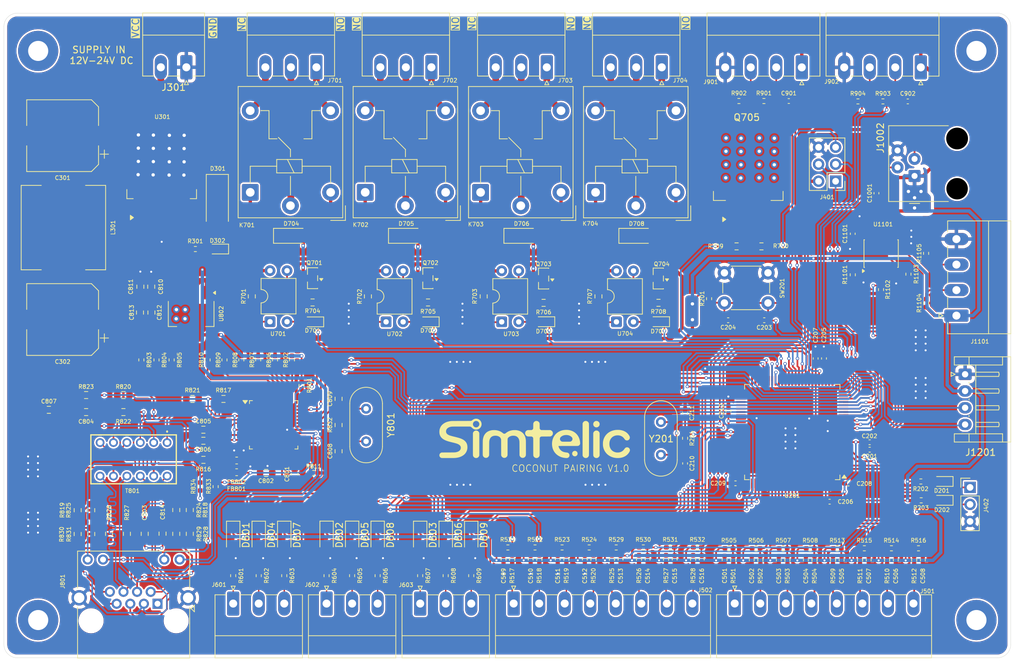
<source format=kicad_pcb>
(kicad_pcb (version 20241229) (generator "pcbnew") (generator_version "9.0")
  (layers (0 "F.Cu" signal) (2 "B.Cu" signal) (13 "F.Paste" user) (15 "B.Paste" user) (5 "F.SilkS" user "F.Silkscreen") (7 "B.SilkS" user "B.Silkscreen") (1 "F.Mask" user) (3 "B.Mask" user) (25 "Edge.Cuts" user))
  (net 0 "")
  (net 1 "+5V")
  (net 2 "GND")
  (net 3 "AREF")
  (net 4 "XTAL2")
  (net 5 "XTAL1")
  (net 6 "PROXI-IN2")
  (net 7 "+24V")
  (net 8 "PROXI-IN3")
  (net 9 "PUSH-IN0")
  (net 10 "PUSH-IN1")
  (net 11 "PUSH-IN2")
  (net 12 "Net-(D301-K)")
  (net 13 "PUSH-IN3")
  (net 14 "Net-(U801-1V2O)")
  (net 15 "Net-(U801-TOCAP)")
  (net 16 "Net-(C803-Pad2)")
  (net 17 "GND1")
  (net 18 "RELAY-IN1")
  (net 19 "/ethernet-module/TRAN-TCT2")
  (net 20 "/ethernet-module/TRAN-RX-P0-")
  (net 21 "/ethernet-module/RX-C0-")
  (net 22 "MOSI")
  (net 23 "/ethernet-module/TRAN-RX-P0+")
  (net 24 "ENCODER2-OUTA")
  (net 25 "/ethernet-module/RX-C0+")
  (net 26 "STEP1-PULSE")
  (net 27 "/ethernet-module/TRAN-TCT1")
  (net 28 "UART-TX")
  (net 29 "/ethernet-module/XI")
  (net 30 "SDA")
  (net 31 "/ethernet-module/XO")
  (net 32 "+3.3V")
  (net 33 "STEP2-PULSE")
  (net 34 "Net-(D201-A)")
  (net 35 "Net-(D202-A)")
  (net 36 "Net-(D302-A)")
  (net 37 "/stepper-motor-driver/STEP1-PULSE-OUT")
  (net 38 "/stepper-motor-driver/STEP2-PULSE-OUT")
  (net 39 "LIMIT-IN2")
  (net 40 "/stepper-motor-driver/STEP3-PULSE-OUT")
  (net 41 "/stepper-motor-driver/STEP1-DIR-OUT")
  (net 42 "LIMIT-IN1")
  (net 43 "/stepper-motor-driver/STEP2-DIR-OUT")
  (net 44 "LIMIT-IN7")
  (net 45 "/stepper-motor-driver/STEP3-DIR-OUT")
  (net 46 "LIMIT-IN3")
  (net 47 "/stepper-motor-driver/STEP1-EN-OUT")
  (net 48 "/stepper-motor-driver/STEP2-EN-OUT")
  (net 49 "/stepper-motor-driver/STEP3-EN-OUT")
  (net 50 "Net-(D701-A)")
  (net 51 "ENCODER1-OUTA")
  (net 52 "SCL")
  (net 53 "PROXI-IN0")
  (net 54 "Net-(D702-A)")
  (net 55 "RELAY-IN0")
  (net 56 "RELAY-IN3")
  (net 57 "PROXI-IN1")
  (net 58 "Net-(D703-A)")
  (net 59 "Net-(D704-A)")
  (net 60 "Net-(D705-A)")
  (net 61 "Net-(D706-A)")
  (net 62 "Net-(D707-A)")
  (net 63 "LIMIT-IN5")
  (net 64 "Net-(D708-A)")
  (net 65 "+3.3VA")
  (net 66 "GNDA")
  (net 67 "/input-module/limit-input2")
  (net 68 "ENCODER2-OUTB")
  (net 69 "/input-module/limit-input0")
  (net 70 "/input-module/limit-input5")
  (net 71 "/input-module/limit-input7")
  (net 72 "/input-module/limit-input1")
  (net 73 "/input-module/limit-input6")
  (net 74 "/input-module/limit-input4")
  (net 75 "/input-module/limit-input3")
  (net 76 "/input-module/proximity-input3")
  (net 77 "/input-module/proximity-input1")
  (net 78 "LIMIT-IN0")
  (net 79 "/input-module/push-input2")
  (net 80 "/input-module/proximity-input0")
  (net 81 "LIMIT-IN4")
  (net 82 "/input-module/proximity-input2")
  (net 83 "LIMIT-IN6")
  (net 84 "/input-module/push-input3")
  (net 85 "/input-module/push-input1")
  (net 86 "/input-module/push-input0")
  (net 87 "UART-RX")
  (net 88 "ENCODER1-OUTB")
  (net 89 "NO0")
  (net 90 "RELAY-IN2")
  (net 91 "MISO")
  (net 92 "NC0")
  (net 93 "COM0")
  (net 94 "NO1")
  (net 95 "NC1")
  (net 96 "RESET")
  (net 97 "COM1")
  (net 98 "NC2")
  (net 99 "NO2")
  (net 100 "STEP3-PULSE")
  (net 101 "COM2")
  (net 102 "SCK")
  (net 103 "NO3")
  (net 104 "NC3")
  (net 105 "COM3")
  (net 106 "/ethernet-module/TX-P0+")
  (net 107 "/ethernet-module/NC-1")
  (net 108 "Net-(J801-Pad10)")
  (net 109 "/ethernet-module/ACTLED")
  (net 110 "Net-(J801-Pad12)")
  (net 111 "/ethernet-module/RX-P0-")
  (net 112 "/ethernet-module/NC-4")
  (net 113 "/ethernet-module/RX-P0+")
  (net 114 "/ethernet-module/TX-P0-")
  (net 115 "/ethernet-module/LINKLED")
  (net 116 "/ethernet-module/NC-2")
  (net 117 "/ethernet-module/NC-3")
  (net 118 "LOADCELL-CLK")
  (net 119 "LOADCELL-DT")
  (net 120 "Net-(J1101-Pin_3)")
  (net 121 "Net-(J1101-Pin_2)")
  (net 122 "Net-(Q701-B)")
  (net 123 "RELAY-GND")
  (net 124 "Net-(Q702-B)")
  (net 125 "Net-(Q703-B)")
  (net 126 "Net-(Q704-B)")
  (net 127 "Net-(Q705-G)")
  (net 128 "STEP1-DIR")
  (net 129 "STEP1-EN")
  (net 130 "STEP2-DIR")
  (net 131 "STEP2-EN")
  (net 132 "STEP3-DIR")
  (net 133 "STEP3-EN")
  (net 134 "Net-(R701-Pad2)")
  (net 135 "Net-(R702-Pad2)")
  (net 136 "Net-(R703-Pad2)")
  (net 137 "Net-(R704-Pad1)")
  (net 138 "Net-(R705-Pad1)")
  (net 139 "Net-(R706-Pad1)")
  (net 140 "Net-(R707-Pad2)")
  (net 141 "Net-(R708-Pad1)")
  (net 142 "RELAY-ENA")
  (net 143 "Net-(U801-~{INT})")
  (net 144 "Net-(U801-~{RST})")
  (net 145 "Net-(U801-PMODE0)")
  (net 146 "Net-(U801-PMODE1)")
  (net 147 "Net-(U801-PMODE2)")
  (net 148 "Net-(R806-Pad2)")
  (net 149 "Net-(R807-Pad2)")
  (net 150 "Net-(R808-Pad2)")
  (net 151 "Net-(R809-Pad2)")
  (net 152 "Net-(R810-Pad2)")
  (net 153 "Net-(R811-Pad2)")
  (net 154 "/ethernet-module/TRAN-TX-P0-")
  (net 155 "/ethernet-module/TRAN-TX-P0+")
  (net 156 "Net-(U801-EXRES1)")
  (net 157 "Net-(T801-_TXC)")
  (net 158 "Net-(T801-_TXCT)")
  (net 159 "Net-(R824-Pad2)")
  (net 160 "Net-(R825-Pad2)")
  (net 161 "RXD-MAX485")
  (net 162 "TXEN-MAX485")
  (net 163 "TXD-MAX485")
  (net 180 "SS")
  (footprint "Connector_Phoenix_MC:PhoenixContact_MC_1,5_8-G-3.81_1x08_P3.81mm_Horizontal" (layer "F.Cu") (at 205.930805 124.9043)
    (property "Reference" "J501")
    (property "Value" "Screw_Terminal_01x08")
  )
  (footprint "Resistor_SMD:R_0402_1005Metric_Pad0.72x0.64mm_HandSolder" (layer "F.Cu") (at 192.28454 116.534195)
    (property "Reference" "R530")
    (property "Value" "10K")
  )
  (footprint "MountingHole:MountingHole_3mm_Pad_TopBottom" (layer "F.Cu") (at 101.9896 127.3768)
    (property "Reference" "H103" (hide yes))
    (property "Value" "MountingHole")
  )
  (footprint "Connector_Phoenix_MC:PhoenixContact_MC_1,5_3-G-3.81_1x03_P3.81mm_Horizontal" (layer "F.Cu") (at 160.6685 44.8305 180)
    (property "Reference" "J702")
    (property "Value" "Screw_Terminal_01x03")
  )
  (footprint "MountingHole:MountingHole_3mm_Pad_TopBottom" (layer "F.Cu") (at 101.9896 42.3868)
    (property "Reference" "H101" (hide yes))
    (property "Value" "MountingHole")
  )
  (footprint "Resistor_SMD:R_0402_1005Metric_Pad0.72x0.64mm_HandSolder" (layer "F.Cu") (at 223.5454 75.819 90)
    (property "Reference" "R1101")
    (property "Value" "10K")
  )
  (footprint "Package_DIP:DIP-4_W7.62mm" (layer "F.Cu") (at 171.1588 82.8498 90)
    (property "Reference" "U703")
    (property "Value" "PC817")
  )
  (footprint "LED_SMD:LED_0603_1608Metric_Pad1.05x0.95mm_HandSolder" (layer "F.Cu") (at 142.9344 82.8498 180)
    (property "Reference" "D701")
    (property "Value" "LED")
  )
  (footprint "Inductor_SMD:L_12x12mm_H8mm" (layer "F.Cu") (at 105.7561 68.7705 -90)
    (property "Reference" "L301")
    (property "Value" "33uH")
  )
  (footprint "Diode_SMD:D_SOD-123F" (layer "F.Cu") (at 138.7094 114.8261 -90)
    (property "Reference" "D607")
    (property "Value" "SS14")
  )
  (footprint "Crystal:Crystal_HC49-4H_Vertical" (layer "F.Cu") (at 194.9196 102.6938 90)
    (property "Reference" "Y201")
    (property "Value" "16MHzCrystal")
  )
  (footprint "Resistor_SMD:R_0402_1005Metric_Pad0.72x0.64mm_HandSolder" (layer "F.Cu") (at 129.78208 88.5311 -90)
    (property "Reference" "R809")
    (property "Value" "10K")
  )
  (footprint "Resistor_SMD:R_0603_1608Metric_Pad0.98x0.95mm_HandSolder" (layer "F.Cu") (at 146.8181 102.1668 -90)
    (property "Reference" "C808")
    (property "Value" "18p")
  )
  (footprint "Capacitor_SMD:CP_Elec_10x10.5" (layer "F.Cu") (at 105.6386 55.0418 180)
    (property "Reference" "C301")
    (property "Value" "680MFD/16V")
  )
  (footprint "Resistor_SMD:R_0603_1608Metric_Pad0.98x0.95mm_HandSolder" (layer "F.Cu") (at 146.8181 98.2552 90)
    (property "Reference" "R832")
    (property "Value" "1M")
  )
  (footprint "Connector_RJ:RJ45_Amphenol_RJHSE538X" (layer "F.Cu") (at 119.795347 124.9445 180)
    (property "Reference" "J801")
    (property "Value" "8P8C_LED")
  )
  (footprint "Resistor_SMD:R_0603_1608Metric_Pad0.98x0.95mm_HandSolder" (layer "F.Cu") (at 118.8841 81.4574 90)
    (property "Reference" "C812")
    (property "Value" "1uF")
  )
  (footprint "Connector_Phoenix_MC:PhoenixContact_MC_1,5_3-G-3.81_1x03_P3.81mm_Horizontal" (layer "F.Cu") (at 158.995805 124.9182)
    (property "Reference" "J603")
    (property "Value" "Screw_Terminal_01x03")
  )
  (footprint "Diode_SMD:D_SOD-123F" (layer "F.Cu") (at 162.801605 114.8271 -90)
    (property "Reference" "D606")
    (property "Value" "SS14")
  )
  (footprint "Resistor_SMD:R_0402_1005Metric_Pad0.72x0.64mm_HandSolder" (layer "F.Cu") (at 141.2934 92.338 -90)
    (property "Reference" "R801")
    (property "Value" "10K")
  )
  (footprint "Resistor_SMD:R_0402_1005Metric_Pad0.72x0.64mm_HandSolder" (layer "F.Cu") (at 210.2881 49.8729)
    (property "Reference" "R901")
    (property "Value" "10K")
  )
  (footprint "Capacitor_SMD:C_0402_1005Metric_Pad0.74x0.62mm_HandSolder" (layer "F.Cu") (at 223.5438 69.6935 90)
    (property "Reference" "C1101")
    (property "Value" "0.1uf")
  )
  (footprint "Capacitor_SMD:C_0402_1005Metric_Pad0.74x0.62mm_HandSolder" (layer "F.Cu") (at 204.9526 82.6008)
    (property "Reference" "C204")
    (property "Value" "100nF")
  )
  (footprint "Resistor_SMD:R_0402_1005Metric_Pad0.72x0.64mm_HandSolder" (layer "F.Cu") (at 217.197642 116.6626)
    (property "Reference" "R508")
    (property "Value" "10K")
  )
  (footprint "Resistor_SMD:R_0402_1005Metric_Pad0.72x0.64mm_HandSolder" (layer "F.Cu") (at 205.070262 116.65345)
    (property "Reference" "R505")
    (property "Value" "10K")
  )
  (footprint "Diode_SMD:D_MiniMELF" (layer "F.Cu") (at 156.9242 69.9974)
    (property "Reference" "D705")
    (property "Value" "1N4148WT")
  )
  (footprint "Resistor_SMD:R_0603_1608Metric_Pad0.98x0.95mm_HandSolder" (layer "F.Cu") (at 122.592422 110.9491 -90)
    (property "Reference" "R824")
    (property "Value" "49.9R 1%")
  )
  (footprint "Relay_THT:Relay_SPDT_Hongfa_HF3F-L-xx-1ZL1T" (layer "F.Cu") (at 133.633 63.503 90)
    (property "Reference" "K701")
    (property "Value" "Relay_SPDT")
  )
  (footprint "Diode_SMD:D_SOD-123F" (layer "F.Cu") (at 158.991605 114.8271 -90)
    (property "Reference" "D603")
    (property "Value" "SS14")
  )
  (footprint "Resistor_SMD:R_0402_1005Metric_Pad0.72x0.64mm_HandSolder" (layer "F.Cu") (at 195.682966 118.312195 90)
    (property "Reference" "R527")
    (property "Value" "1K")
  )
  (footprint "Resistor_SMD:R_0402_1005Metric_Pad0.72x0.64mm_HandSolder" (layer "F.Cu") (at 162.801605 120.752601 -90)
    (property "Reference" "R608")
    (property "Value" "200R")
  )
  (footprint "Resistor_SMD:R_0402_1005Metric_Pad0.72x0.64mm_HandSolder" (layer "F.Cu") (at 200.361393 116.534195)
    (property "Reference" "R532")
    (property "Value" "10K")
  )
  (footprint "Resistor_SMD:R_0402_1005Metric_Pad0.72x0.64mm_HandSolder" (layer "F.Cu") (at 234.4912 80.0446 90)
    (property "Reference" "R1104")
    (property "Value" "20K")
  )
  (footprint "Resistor_SMD:R_0603_1608Metric_Pad0.98x0.95mm_HandSolder" (layer "F.Cu") (at 151.1894 79.0448 -90)
    (property "Reference" "R702")
    (property "Value" "1K")
  )
  (footprint "Capacitor_SMD:C_0402_1005Metric_Pad0.74x0.62mm_HandSolder" (layer "F.Cu") (at 221.886068 118.4412 -90)
    (property "Reference" "C505")
    (property "Value" "1uF 10V")
  )
  (footprint "Resistor_SMD:R_0402_1005Metric_Pad0.72x0.64mm_HandSolder" (layer "F.Cu") (at 191.64454 118.312195 90)
    (property "Reference" "R526")
    (property "Value" "1K")
  )
  (footprint "Resistor_SMD:R_0402_1005Metric_Pad0.72x0.64mm_HandSolder" (layer "F.Cu") (at 139.8524 88.5311 -90)
    (property "Reference" "R802")
    (property "Value" "10K")
  )
  (footprint "Resistor_SMD:R_0603_1608Metric_Pad0.98x0.95mm_HandSolder" (layer "F.Cu") (at 160.1656 79.9542)
    (property "Reference" "R705")
    (property "Value" "1K")
  )
  (footprint "Diode_SMD:D_SOD-123F" (layer "F.Cu") (at 134.8994 114.8261 -90)
    (property "Reference" "D604")
    (property "Value" "SS14")
  )
  (footprint "Resistor_SMD:R_0402_1005Metric_Pad0.72x0.64mm_HandSolder" (layer "F.Cu") (at 227.7618 78.0288 90)
    (property "Reference" "R1102")
    (property "Value" "10K")
  )
  (footprint "Connector_Phoenix_MC:PhoenixContact_MC_1,5_3-G-3.81_1x03_P3.81mm_Horizontal" (layer "F.Cu") (at 195.0441 44.8355 180)
    (property "Reference" "J704")
    (property "Value" "Screw_Terminal_01x03")
  )
  (footprint "Capacitor_SMD:C_0402_1005Metric_Pad0.74x0.62mm_HandSolder" (layer "F.Cu") (at 175.480834 118.312195 -90)
    (property "Reference" "C510")
    (property "Value" "1uF 10V")
  )
  (footprint "Resistor_SMD:R_0402_1005Metric_Pad0.72x0.64mm_HandSolder" (layer "F.Cu") (at 148.83625 120.7526 -90)
    (property "Reference" "R605")
    (property "Value" "200R")
  )
  (footprint "Resistor_SMD:R_0402_1005Metric_Pad0.72x0.64mm_HandSolder" (layer "F.Cu") (at 202.1078 79.3898 -90)
    (property "Reference" "R201")
    (property "Value" "10K")
  )
  (footprint "Diode_SMD:D_MiniMELF" (layer "F.Cu") (at 191.2998 70.0024)
    (property "Reference" "D708")
    (property "Value" "1N4148WT")
  )
  (footprint "Resistor_SMD:R_0402_1005Metric_Pad0.72x0.64mm_HandSolder" (layer "F.Cu") (at 176.130834 116.534195)
    (property "Reference" "R522")
    (property "Value" "10K")
  )
  (footprint "coconut_pairing_footprint:TF1016DG" (layer "F.Cu") (at 121.226547 100.8758 180)
    (property "Reference" "T801")
    (property "Value" "TF-1016DG" (hide yes))
  )
  (footprint "Relay_THT:Relay_SPDT_Hongfa_HF3F-L-xx-1ZL1T" (layer "F.Cu") (at 185.166 63.508 90)
    (property "Reference" "K704")
    (property "Value" "Relay_SPDT")
  )
  (footprint "Resistor_SMD:R_0402_1005Metric_Pad0.72x0.64mm_HandSolder" (layer "F.Cu") (at 213.159215 116.6626)
    (property "Reference" "R507")
    (property "Value" "10K")
  )
  (footprint "Resistor_SMD:R_0603_1608Metric_Pad0.98x0.95mm_HandSolder" (layer "F.Cu") (at 118.8587 77.5966 90)
    (property "Reference" "C810")
    (property "Value" "1uF")
  )
  (footprint "Crystal:Crystal_HC49-4H_Vertical" (layer "F.Cu") (at 150.9237 100.6968 90)
    (property "Reference" "Y801")
    (property "Value" "25MHzCrystal")
  )
  (footprint "Connector_Phoenix_MC:PhoenixContact_MC_1,5_3-G-3.81_1x03_P3.81mm_Horizontal" (layer "F.Cu") (at 131.0894 124.9172)
    (property "Reference" "J601")
    (property "Value" "Screw_Terminal_01x03")
  )
  (footprint "Capacitor_SMD:C_0402_1005Metric_Pad0.74x0.62mm_HandSolder" (layer "F.Cu") (at 204.420262 118.4019 -90)
    (property "Reference" "C501")
    (property "Value" "1uF 10V")
  )
  (footprint "Button_Switch_THT:SW_PUSH_6mm" (layer "F.Cu") (at 210.895 80.0248 180)
    (property "Reference" "SW201")
    (property "Value" "SW_Push")
  )
  (footprint "Resistor_SMD:R_0402_1005Metric_Pad0.72x0.64mm_HandSolder" (layer "F.Cu") (at 233.351348 116.6626)
    (property "Reference" "R516")
    (property "Value" "10K")
  )
  (footprint "Resistor_SMD:R_0402_1005Metric_Pad0.72x0.64mm_HandSolder" (layer "F.Cu") (at 187.606113 118.312195 90)
    (property "Reference" "R525")
    (property "Value" "1K")
  )
  (footprint "LED_SMD:LED_0603_1608Metric_Pad1.05x0.95mm_HandSolder" (layer "F.Cu") (at 128.7462 71.9716 180)
    (property "Reference" "D302")
    (property "Value" "RED-LED")
  )
  (footprint "Resistor_SMD:R_0402_1005Metric_Pad0.72x0.64mm_HandSolder" (layer "F.Cu") (at 132.29966 88.5311 -90)
    (property "Reference" "R808")
    (property "Value" "10K")
  )
  (footprint "Resistor_SMD:R_0402_1005Metric_Pad0.72x0.64mm_HandSolder" (layer "F.Cu") (at 209.120789 116.6626)
    (property "Reference" "R506")
    (property "Value" "10K")
  )
  (footprint "Resistor_SMD:R_0402_1005Metric_Pad0.72x0.64mm_HandSolder" (layer "F.Cu") (at 228.0477 49.9237)
    (property "Reference" "R903")
    (property "Value" "10K")
  )
  (footprint "Resistor_SMD:R_0402_1005Metric_Pad0.72x0.64mm_HandSolder" (layer "F.Cu") (at 125.4442 71.9716)
    (property "Reference" "R301")
    (property "Value" "1K")
  )
  (footprint "Diode_SMD:D_SOD-123F" (layer "F.Cu") (at 152.64625 114.8156 -90)
    (property "Reference" "D608")
    (property "Value" "SS14")
  )
  (footprint "Resistor_SMD:R_0402_1005Metric_Pad0.72x0.64mm_HandSolder" (layer "F.Cu") (at 233.7054 106.68)
    (property "Reference" "R202")
    (property "Value" "1K")
  )
  (footprint "Resistor_SMD:R_0402_1005Metric_Pad0.72x0.64mm_HandSolder" (layer "F.Cu") (at 232.711348 118.4406 90)
    (property "Reference" "R512")
    (property "Value" "1K")
  )
  (footprint "Package_SO:SOIC-8_3.9x4.9mm_P1.27mm" (layer "F.Cu") (at 227.7769 72.6532 90)
    (property "Reference" "U1101")
    (property "Value" "MAX485E")
  )
  (footprint "Capacitor_SMD:C_0402_1005Metric_Pad0.74x0.62mm_HandSolder" (layer "F.Cu") (at 222.893 106.9848)
    (property "Reference" "C208")
    (property "Value" "100nF")
  )
  (footprint "Connector_Phoenix_MC:PhoenixContact_MC_1,5_3-G-3.81_1x03_P3.81mm_Horizontal" (layer "F.Cu") (at 177.8867 44.8355 180)
    (property "Reference" "J703")
    (property "Value" "Screw_Terminal_01x03")
  )
  (footprint "Capacitor_SMD:C_0402_1005Metric_Pad0.74x0.62mm_HandSolder" (layer "F.Cu") (at 225.924495 118.4406 -90)
    (property "Reference" "C507")
    (property "Value" "1uF 10V")
  )
  (footprint "Package_TO_SOT_SMD:SOT-23" (layer "F.Cu") (at 177.4122 76.3778 180)
    (property "Reference" "Q703")
    (property "Value" "SS8050")
  )
  (footprint "Capacitor_SMD:C_0402_1005Metric_Pad0.74x0.62mm_HandSolder" (layer "F.Cu") (at 226.0593 100.8297)
    (property "Reference" "C202")
    (property "Value" "100nF")
  )
  (footprint "Capacitor_SMD:C_0402_1005Metric_Pad0.74x0.62mm_HandSolder" (layer "F.Cu") (at 212.509215 118.4406 -90)
    (property "Reference" "C503")
    (property "Value" "1uF 10V")
  )
  (footprint "Resistor_SMD:R_0603_1608Metric_Pad0.98x0.95mm_HandSolder" (layer "F.Cu") (at 115.2271 114.5032 -90)
    (property "Reference" "R827")
    (property "Value" "150R 1%")
  )
  (footprint "Resistor_SMD:R_0603_1608Metric_Pad0.98x0.95mm_HandSolder" (layer "F.Cu") (at 133.8666 79.0398 -90)
    (property "Reference" "R701")
    (property "Value" "1K")
  )
  (footprint "Resistor_SMD:R_0402_1005Metric_Pad0.72x0.64mm_HandSolder" (layer "F.Cu") (at 206.5545 49.8729)
    (property "Reference" "R902")
    (property "Value" "10K")
  )
  (footprint "Connector_Phoenix_MC:PhoenixContact_MC_1,5_4-G-3.81_1x04_P3.81mm_Horizontal" (layer "F.Cu") (at 239.014 81.915 90)
    (property "Reference" "J1101")
    (property "Value" "Screw_Terminal_01x04")
  )
  (footprint "Package_TO_SOT_SMD:TO-263-5_TabPin3" (layer "F.Cu") (at 120.4186 59.6226 90)
    (property "Reference" "U301")
    (property "Value" "LM2596S-5")
  )
  (footprint "Package_DIP:DIP-4_W7.62mm" (layer "F.Cu") (at 153.9072 82.8498 90)
    (property "Reference" "U702")
    (property "Value" "PC817")
  )
  (footprint "Package_TO_SOT_SMD:SOT-23" (layer "F.Cu") (at 160.1406 76.3216 180)
    (property "Reference" "Q702")
    (property "Value" "SS8050")
  )
  (footprint "Resistor_SMD:R_0402_1005Metric_Pad0.72x0.64mm_HandSolder" (layer "F.Cu") (at 134.81724 88.5311 -90)
    (property "Reference" "R807")
    (property "Value" "10K")
  )
  (footprint "Resistor_SMD:R_0402_1005Metric_Pad0.72x0.64mm_HandSolder" (layer "F.Cu") (at 127.2645 88.5311 -90)
    (property "Reference" "R810")
    (property "Value" "10K")
  )
  (footprint "Relay_THT:Relay_SPDT_Hongfa_HF3F-L-xx-1ZL1T" (layer "F.Cu") (at 168.0086 63.508 90)
    (property "Reference" "K703")
    (property "Value" "Relay_SPDT")
  )
  (footprint "Resistor_SMD:R_0402_1005Metric_Pad0.72x0.64mm_HandSolder" (layer "F.Cu") (at 128.4732 107.4541 -90)
    (property "Reference" "R833")
    (property "Value" "330R")
  )
  (footprint "Capacitor_SMD:C_0402_1005Metric_Pad0.74x0.62mm_HandSolder" (layer "F.Cu") (at 208.470789 118.4273 -90)
    (property "Reference" "C502")
    (property "Value" "1uF 10V")
  )
  (footprint "Resistor_SMD:R_0603_1608Metric_Pad0.98x0.95mm_HandSolder" (layer "F.Cu") (at 142.9344 79.9542)
    (property "Reference" "R704")
    (property "Value" "1K")
  )
  (footprint "Package_DIP:DIP-4_W7.62mm" (layer "F.Cu") (at 136.5844 82.8244 90)
    (property "Reference" "U701")
    (property "Value" "PC817")
  )
  (footprint "Capacitor_SMD:C_0402_1005Metric_Pad0.74x0.62mm_HandSolder" (layer "F.Cu") (at 210.3374 82.6008 180)
    (property "Reference" "C203")
    (property "Value" "1uF")
  )
  (footprint "Capacitor_SMD:CP_Elec_10x10.5" (layer "F.Cu") (at 105.6386 82.4992 180)
    (property "Reference" "C302")
    (property "Value" "220MFD/16V")
  )
  (footprint "Resistor_SMD:R_0402_1005Metric_Pad0.72x0.64mm_HandSolder" (layer "F.Cu") (at 224.3166 49.9237)
    (property "Reference" "R904")
    (property "Value" "10K")
  )
  (footprint "Resistor_SMD:R_0603_1608Metric_Pad0.98x0.95mm_HandSolder" (layer "F.Cu") (at 209.9183 71.5772)
    (property "Reference" "R710")
    (property "Value" "10K")
  )
  (footprint "LED_SMD:LED_0603_1608Metric_Pad1.05x0.95mm_HandSolder" (layer "F.Cu") (at 236.855 106.68 180)
    (property "Reference" "D201")
    (property "Value" "LED")
  )
  (footprint "Resistor_SMD:R_0402_1005Metric_Pad0.72x0.64mm_HandSolder" (layer "F.Cu") (at 166.611605 120.752601 -90)
    (property "Reference" "R609")
    (property "Value" "200R")
  )
  (footprint "Capacitor_SMD:C_0402_1005Metric_Pad0.74x0.62mm_HandSolder" (layer "F.Cu") (at 204.994 96.1815 90)
    (property "Reference" "C212")
    (property "Value" "100nF")
  )
  (footprint "Resistor_SMD:R_0402_1005Metric_Pad0.72x0.64mm_HandSolder" (layer "F.Cu") (at 145.02625 120.7526 -90)
    (property "Reference" "R604")
    (property "Value" "200R")
  )
  (footprint "Connector_RJ:RJ9_Evercom_5301-440xxx_Horizontal" (layer "F.Cu") (at 232.7656 61.056758 90)
    (property "Reference" "J1002")
    (property "Value" "RJ22")
  )
  (footprint "Resistor_SMD:R_0603_1608Metric_Pad0.98x0.95mm_HandSolder" (layer "F.Cu") (at 124.6124 110.9491 -90)
    (property "Reference" "R818")
    (property "Value" "75R 1%")
  )
  (footprint "Package_TO_SOT_SMD:SOT-223-3_TabPin2" (layer "F.Cu") (at 124.8156 81.6352 -90)
    (property "Reference" "U802")
    (property "Value" "AMS1117-3.3")
  )
  (footprint "Package_TO_SOT_SMD:TO-263-2" (layer "F.Cu") (at 207.9498 59.8946 90)
    (property "Reference" "Q705")
    (property "Value" "IRFZ44N")
  )
  (footprint "MountingHole:MountingHole_3mm_Pad_TopBottom" (layer "F.Cu") (at 242.0026 42.3868)
    (property "Reference" "H102" (hide yes))
    (property "Value" "MountingHole")
  )
  (footprint "Resistor_SMD:R_0402_1005Metric_Pad0.72x0.64mm_HandSolder" (layer "F.Cu") (at 131.0894 120.7516 -90)
    (property "Reference" "R601")
    (property "Value" "200R")
  )
  (footprint "Resistor_SMD:R_0603_1608Metric_Pad0.98x0.95mm_HandSolder" (layer "F.Cu") (at 126.6376 100.6063)
    (property "Reference" "C806")
    (property "Value" "6.8nF")
  )
  (footprint "Resistor_SMD:R_0402_1005Metric_Pad0.72x0.64mm_HandSolder" (layer "F.Cu") (at 119.6445 88.5311 -90)
    (property "Reference" "R804")
    (property "Value" "10K")
  )
  (footprint "Connector_Phoenix_MC:PhoenixContact_MC_1,5_2-G-3.81_1x02_P3.81mm_Horizontal" (layer "F.Cu") (at 124.103 44.8305 180)
    (property "Reference" "J301")
    (property "Value" "Screw_Terminal_01x02")
  )
  (footprint "Diode_SMD:D_SOD-123F" (layer "F.Cu") (at 145.02625 114.8156 -90)
    (property "Reference" "D602")
    (property "Value" "SS14")
  )
  (footprint "Resistor_SMD:R_0402_1005Metric_Pad0.72x0.64mm_HandSolder" (layer "F.Cu") (at 234.4912 72.6145 90)
    (property "Reference" "R1105")
    (property "Value" "20K")
  )
  (footprint "Resistor_SMD:R_0603_1608Metric_Pad0.98x0.95mm_HandSolder" (layer "F.Cu") (at 120.5484 114.4778 -90)
    (property "Reference" "C814")
    (property "Value" "1nF/2kV")
  )
  (footprint "Package_DIP:DIP-4_W7.62mm" (layer "F.Cu") (at 188.2784 82.8498 90)
    (property "Reference" "U704")
    (property "Value" "PC817")
  )
  (footprint "Capacitor_SMD:C_0402_1005Metric_Pad0.74x0.62mm_HandSolder" (layer "F.Cu") (at 220.091 109.7026)
    (property "Reference" "C206")
    (property "Value" "100nF")
  )
  (footprint "Package_TO_SOT_SMD:SOT-23" (layer "F.Cu") (at 194.5245 76.3728 180)
    (property "Reference" "Q704")
    (property "Value" "SS8050")
  )
  (footprint "Resistor_SMD:R_0603_1608Metric_Pad0.98x0.95mm_HandSolder" (layer "F.Cu") (at 177.4122 80.01)
    (property "Reference" "R706")
    (property "Value" "1K")
  )
  (footprint "Resistor_SMD:R_0402_1005Metric_Pad0.72x0.64mm_HandSolder" (layer "F.Cu") (at 225.274495 116.6626)
    (property "Reference" "R515")
    (property "Value" "10K")
  )
  (footprint "Resistor_SMD:R_0603_1608Metric_Pad0.98x0.95mm_HandSolder" (layer "F.Cu") (at 122.592422 114.5051 -90)
    (property "Reference" "R829")
    (property "Value" "49.9R 1%")
  )
  (footprint "Resistor_SMD:R_0402_1005Metric_Pad0.72x0.64mm_HandSolder" (layer "F.Cu") (at 224.634495 118.4406 90)
    (property "Reference" "R511")
    (property "Value" "1K")
  )
  (footprint "Capacitor_SMD:C_0402_1005Metric_Pad0.74x0.62mm_HandSolder" (layer "F.Cu") (at 188.896113 118.312195 -90)
    (property "Reference" "C513")
    (property "Value" "1uF 10V")
  )
  (footprint "Resistor_SMD:R_0402_1005Metric_Pad0.72x0.64mm_HandSolder" (layer "F.Cu") (at 180.80926 118.312195 90)
    (property "Reference" "R519")
    (property "Value" "1K")
  )
  (footprint "Resistor_SMD:R_0402_1005Metric_Pad0.72x0.64mm_HandSolder" (layer "F.Cu") (at 137.33482 88.5311 -90)
    (property "Reference" "R806")
    (property "Value" "10K")
  )
  (footprint "Diode_SMD:D_MiniMELF" (layer "F.Cu") (at 174.1424 70.0024)
    (property "Reference" "D706")
    (property "Value" "1N4148WT")
  )
  (footprint "LED_SMD:LED_0603_1608Metric_Pad1.05x0.95mm_HandSolder" (layer "F.Cu") (at 177.4122 82.8294 180)
    (property "Reference" "D703")
    (property "Value" "LED")
  )
  (footprint "Resistor_SMD:R_0603_1608Metric_Pad0.98x0.95mm_HandSolder" (layer "F.Cu") (at 103.5812 95.9866)
    (property "Reference" "C807")
    (property "Value" "2.2nF")
  )
  (footprint "Package_QFP:LQFP-48_7x7mm_P0.5mm" (layer "F.Cu") (at 137.1278 98.2187)
    (property "Reference" "U801" (hide yes))
    (property "Value" "W5500")
  )
  (footprint "Capacitor_SMD:C_0402_1005Metric_Pad0.74x0.62mm_HandSolder" (layer "F.Cu") (at 179.51926 118.312195 -90)
    (property "Reference" "C511")
    (property "Value" "1uF 10V")
  )
  (footprint "Resistor_SMD:R_0402_1005Metric_Pad0.72x0.64mm_HandSolder" (layer "F.Cu") (at 172.080307 116.534195)
    (property "Reference" "R521")
    (property "Value" "10K")
  )
  (footprint "Connector_PinHeader_2.54mm:PinHeader_1x03_P2.54mm_Vertical" (layer "F.Cu") (at 241.046 107.569)
    (property "Reference" "J402")
    (property "Value" "Conn_01x03")
  )
  (footprint "Resistor_SMD:R_0402_1005Metric_Pad0.72x0.64mm_HandSolder" (layer "F.Cu") (at 138.7094 120.7516 -90)
    (property "Reference" "R603")
    (property "Value" "200R")
  )
  (footprint "Capacitor_SMD:C_0402_1005Metric_Pad0.74x0.62mm_HandSolder" (layer "F.Cu") (at 234.001348 118.4406 -90)
    (property "Reference" "C508")
    (property "Value" "1uF 10V")
  )
  (footprint "Capacitor_SMD:C_0402_1005Metric_Pad0.74x0.62mm_HandSolder" (layer "F.Cu") (at 201.011393 118.312195 -90)
    (property "Reference" "C516")
    (property "Value" "1uF 10V")
  )
  (footprint "Diode_SMD:D_SOD-123F" (layer "F.Cu") (at 166.611605 114.8271 -90)
    (property "Reference" "D609")
    (property "Value" "SS14")
  )
  (footprint "Resistor_SMD:R_0603_1608Metric_Pad0.98x0.95mm_HandSolder" (layer "F.Cu") (at 129.6367 94.3579)
    (property "Reference" "R817")
    (property "Value" "49.9R 1%")
  )
  (footprint "Capacitor_SMD:C_0402_1005Metric_Pad0.74x0.62mm_HandSolder" (layer "F.Cu") (at 198.5264 96.4692 90)
    (property "Reference" "C211")
    (property "Value" "22p")
  )
  (footprint "Package_QFP:TQFP-100_14x14mm_P0.5mm" (layer "F.Cu") (at 214.519 99.3057 180)
    (property "Reference" "U201")
    (property "Value" "ATMEGA2560-16AU")
  )
  (footprint "Resistor_SMD:R_0603_1608Metric_Pad0.98x0.95mm_HandSolder" (layer "F.Cu") (at 136.0087 105.4069)
    (property "Reference" "C802")
    (property "Value" "4.7uF")
  )
  (footprint "Capacitor_SMD:C_0402_1005Metric_Pad0.74x0.62mm_HandSolder" (layer "F.Cu") (at 171.430307 118.330345 -90)
    (property "Reference" "C509")
    (property "Value" "1uF 10V")
  )
  (footprint "Resistor_SMD:R_0603_1608Metric_Pad0.98x0.95mm_HandSolder" (layer "F.Cu") (at 125.0139 94.3579 180)
    (property "Reference" "R821")
    (property "Value" "49.9R 1%")
  )
  (footprint "Resistor_SMD:R_0402_1005Metric_Pad0.72x0.64mm_HandSolder" (layer "F.Cu") (at 198.5264 100.2284 90)
    (property "Reference" "R204")
    (property "Value" "1M")
  )
  (footprint "Connector_Phoenix_MC:PhoenixContact_MC_1,5_3-G-3.81_1x03_P3.81mm_Horizontal" (layer "F.Cu") (at 143.5111 44.8305 180)
    (property "Reference" "J701")
    (property "Value" "Screw_Terminal_01x03")
  )
  (footprint "Resistor_SMD:R_0603_1608Metric_Pad0.98x0.95mm_HandSolder" (layer "F.Cu") (at 124.6124 114.5051 -90)
    (property "Reference" "R828")
    (property "Value" "49.9R 1%")
  )
  (footprint "Capacitor_SMD:C_0402_1005Metric_Pad0.74x0.62mm_HandSolder" (layer "F.Cu") (at 218.0082 88.3158 90)
    (property "Reference" "C207")
    (property "Value" "100nF")
  )
  (footprint "LED_SMD:LED_0603_1608Metric_Pad1.05x0.95mm_HandSolder" (layer "F.Cu") (at 194.5408 82.8244 180)
    (property "Reference" "D707")
    (property "Value" "LED")
  )
  (footprint "Resistor_SMD:R_0603_1608Metric_Pad0.98x0.95mm_HandSolder" (layer "F.Cu") (at 112.56645 114.5032 90)
    (property "Reference" "R826")
    (property "Value" "150R 1%")
  )
  (footprint "coconut_pairing_footprint:logo" (layer "F.Cu") (at 176.0752 100.2368)
    (property "Reference" "G***" (hide yes))
    (property "Value" "LOGO" (hide yes))
  )
  (footprint "Capacitor_SMD:C_0402_1005Metric_Pad0.74x0.62mm_HandSolder" (layer "F.Cu") (at 226.068 101.9361)
    (property "Reference" "C201")
    (property "Value" "100nF")
  )
  (footprint "Connector_Phoenix_MC:PhoenixContact_MC_1,5_3-G-3.81_1x03_P3.81mm_Horizontal" (layer "F.Cu") (at 145.02625 124.9182)
    (property "Reference" "J602")
    (property "Value" "Screw_Terminal_01x03")
  )
  (footprint "Capacitor_SMD:C_0402_1005Metric_Pad0.74x0.62mm_HandSolder" (layer "F.Cu") (at 229.962921 118.4406 -90)
    (property "Reference" "C506")
    (property "Value" "1uF 10V")
  )
  (footprint "Resistor_SMD:R_0402_1005Metric_Pad0.72x0.64mm_HandSolder" (layer "F.Cu") (at 172.720307 118.312195 90)
    (property "Reference" "R517")
    (property "Value" "1K")
  )
  (footprint "Diode_SMD:D_MiniMELF" (layer "F.Cu") (at 139.7668 69.9974)
    (property "Reference" "D704")
    (property "Value" "1N4148WT")
  )
  (footprint "Capacitor_SMD:C_0603_1608Metric_Pad1.08x0.95mm_HandSolder" (layer "F.Cu") (at 131.6064 103.5527 180)
    (property "Reference" "FB802")
    (property "Value" "120Ω 0603")
  )
  (footprint "Package_TO_SOT_SMD:SOT-23" (layer "F.Cu") (at 142.9344 76.322 180)
    (property "Reference" "Q701")
    (property "Value" "SS8050")
  )
  (footprint "Resistor_SMD:R_0402_1005Metric_Pad0.72x0.64mm_HandSolder" (layer "F.Cu") (at 196.322966 116.534195)
    (property "Reference" "R531")
    (property "Value" "10K")
  )
  (footprint "Resistor_SMD:R_0402_1005Metric_Pad0.72x0.64mm_HandSolder" (layer "F.Cu") (at 228.672921 118.4406 90)
    (property "Reference" "R510")
    (property "Value" "1K")
  )
  (footprint "Capacitor_SMD:C_0402_1005Metric_Pad0.74x0.62mm_HandSolder" (layer "F.Cu") (at 183.557687 118.312195 -90)
    (property "Reference" "C512")
    (property "Value" "1uF 10V")
  )
  (footprint "Capacitor_SMD:C_0402_1005Metric_Pad0.74x0.62mm_HandSolder" (layer "F.Cu") (at 198.5264 103.9876 -90)
    (property "Reference" "C210")
    (property "Value" "22p")
  )
  (footprint "Resistor_SMD:R_0603_1608Metric_Pad0.98x0.95mm_HandSolder" (layer "F.Cu") (at 109.9058 114.5305 -90)
    (property "Reference" "R831")
    (property "Value" "49.9R 1%")
  )
  (footprint "Resistor_SMD:R_0603_1608Metric_Pad0.98x0.95mm_HandSolder" (layer "F.Cu") (at 206.2099 71.5772 180)
    (property "Reference" "R709")
    (property "Value" "100R")
  )
  (footprint "Connector_JST:JST_EH_S4B-EH_1x04_P2.50mm_Horizontal" (layer "F.Cu") (at 240.3094 90.678 -90)
    (property "Reference" "J1201")
    (property "Value" "Conn_01x04")
  )
  (footprint "Resistor_SMD:R_0603_1608Metric_Pad0.98x0.95mm_HandSolder" (layer "F.Cu") (at 117.1823 81.4574 90)
    (property "Reference" "C813")
    (property "Value" "0.1uF")
  )
  (footprint "Resistor_SMD:R_0402_1005Metric_Pad0.72x0.64mm_HandSolder" (layer "F.Cu") (at 188.246113 116.534195)
    (property "Reference" "R529")
    (property "Value" "10K")
  )
  (footprint "Resistor_SMD:R_0603_1608Metric_Pad0.98x0.95mm_HandSolder" (layer "F.Cu") (at 109.1438 96.3168)
    (property "Reference" "C804")
    (property "Value" "10nF")
  )
  (footprint "Capacitor_SMD:C_0402_1005Metric_Pad0.74x0.62mm_HandSolder" (layer "F.Cu") (at 231.7588 49.9237)
    (property "Reference" "C902")
    (property "Value" "0.1uF")
  )
  (footprint "Resistor_SMD:R_0402_1005Metric_Pad0.72x0.64mm_HandSolder" (layer "F.Cu") (at 180.16926 116.534195)
    (property "Reference" "R523")
    (property "Value" "10K")
  )
  (footprint "Resistor_SMD:R_0402_1005Metric_Pad0.72x0.64mm_HandSolder" (layer "F.Cu") (at 152.64625 120.7526 -90)
    (property "Reference" "R606")
    (property "Value" "200R")
  )
  (footprint "Capacitor_SMD:C_0402_1005Metric_Pad0.74x0.62mm_HandSolder" (layer "F.Cu") (at 206.0448 106.9594 180)
    (property "Reference" "C209")
    (property "Value" "100nF")
  )
  (footprint "Resistor_SMD:R_0603_1608Metric_Pad0.98x0.95mm_HandSolder" (layer "F.Cu") (at 185.591 79.0448 -90)
    (property "Reference" "R707")
    (property "Value" "1K")
  )
  (footprint "Resistor_SMD:R_0603_1608Metric_Pad0.98x0.95mm_HandSolder" (layer "F.Cu") (at 117.88775 114.5032 90)
    (property "Reference" "C803")
    (property "Value" "4.7nF/2kV")
  )
  (footprint "Resistor_SMD:R_0402_1005Metric_Pad0.72x0.64mm_HandSolder" (layer "F.Cu") (at 221.236068 116.6632)
    (property "Reference" "R513")
    (property "Value" "10K")
  )
  (footprint "Resistor_SMD:R_0603_1608Metric_Pad0.98x0.95mm_HandSolder" (layer "F.Cu") (at 109.9058 110.9745 -90)
    (property "Reference" "R825")
    (property "Value" "49.9R 1%")
  )
  (footprint "Resistor_SMD:R_0402_1005Metric_Pad0.72x0.64mm_HandSolder" (layer "F.Cu") (at 220.596068 118.4412 90)
    (property "Reference" "R509")
    (property "Value" "1K")
  )
  (footprint "Resistor_SMD:R_0402_1005Metric_Pad0.72x0.64mm_HandSolder" (layer "F.Cu") (at 117.3839 88.5311 -90)
    (property "Reference" "R803")
    (property "Value" "10K")
  )
  (footprint "Resistor_SMD:R_0603_1608Metric_Pad0.98x0.95mm_HandSolder" (layer "F.Cu") (at 114.7064 96.3168 180)
    (property "Reference" "R822")
    (property "Value" "82R 1%")
  )
  (footprint "Resistor_SMD:R_0402_1005Metric_Pad0.72x0.64mm_HandSolder" (layer "F.Cu") (at 205.710262 118.4273 90)
    (property "Reference" "R501")
    (property "Value" "1K")
  )
  (footprint "Resistor_SMD:R_0402_1005Metric_Pad0.72x0.64mm_HandSolder" (layer "F.Cu") (at 134.8994 120.7516 -90)
    (property "Reference" "R602")
    (property "Value" "200R")
  )
  (footprint "Capacitor_SMD:C_0402_1005Metric_Pad0.74x0.62mm_HandSolder" (layer "F.Cu") (at 216.547642 118.4406 -90)
    (property "Reference" "C504")
    (property "Value" "1uF 10V")
  )
  (footprint "Resistor_SMD:R_0402_1005Metric_Pad0.72x0.64mm_HandSolder" (layer "F.Cu") (at 143.1036 105.41 180)
    (property "Reference" "R811")
    (property "Value" "10K")
  )
  (footprint "Resistor_SMD:R_0402_1005Metric_Pad0.72x0.64mm_HandSolder" (layer "F.Cu") (at 176.770834 118.312195 90)
    (property "Reference" "R518")
    (property "Value" "1K")
  )
  (footprint "Resistor_SMD:R_0603_1608Metric_Pad0.98x0.95mm_HandSolder" (layer "F.Cu") (at 107.885822 114.5305 -90)
    (property "Reference" "R830")
    (property "Value" "49.9R 1%")
  )
  (footprint "Resistor_SMD:R_0603_1608Metric_Pad0.98x0.95mm_HandSolder" (layer "F.Cu") (at 109.1438 93.7768 180)
    (property "Reference" "R823")
    (property "Value" "10R 1%")
  )
  (footprint "LED_SMD:LED_0603_1608Metric_Pad1.05x0.95mm_HandSolder" (layer "F.Cu") (at 160.1656 82.8498 180)
    (property "Reference" "D702")
    (property "Value" "LED")
  )
  (footprint "Resistor_SMD:R_0402_1005Metric_Pad0.72x0.64mm_HandSolder" (layer "F.Cu") (at 217.837642 118.4406 90)
    (property "Reference" "R504")
    (property "Value" "1K")
  )
  (footprint "Resistor_SMD:R_0402_1005Metric_Pad0.72x0.64mm_HandSolder" (layer "F.Cu") (at 209.760789 118.4406 90)
    (property "Reference" "R502")
    (property "Value" "1K")
  )
  (footprint "Capacitor_SMD:C_0402_1005Metric_Pad0.74x0.62mm_HandSolder" (layer "F.Cu") (at 196.972966 118.312195 -90)
    (property "Reference" "C515")
    (property "Value" "1uF 10V")
  )
  (footprint "Resistor_SMD:R_0402_1005Metric_Pad0.72x0.64mm_HandSolder" (layer "F.Cu") (at 158.991605 120.752601 -90)
    (property "Reference" "R607")
    (property "Value" "200R")
  )
  (footprint "Resistor_SMD:R_0603_1608Metric_Pad0.98x0.95mm_HandSolder" (layer "F.Cu") (at 126.6444 103.4542 180)
    (property "Reference" "R816")
    (property "Value" "12.4K 1%")
  )
  (footprint "Resistor_SMD:R_0402_1005Metric_Pad0.72x0.64mm_HandSolder" (layer "F.Cu") (at 231.8496 75.7266 90)
    (property "Reference" "R1103")
    (property "Value" "10K")
  )
  (footprint "Resistor_SMD:R_0402_1005Metric_Pad0.72x0.64mm_HandSolder" (layer "F.Cu") (at 213.799215 118.4406 90)
    (property "Reference" "R503")
    (property "Value" "1K")
  )
  (footprint "Resistor_SMD:R_0603_1608Metric_Pad0.98x0.95mm_HandSolder" (layer "F.Cu") (at 146.8181 94.3436 90)
    (property "Reference" "C809")
    (property "Value" "18p")
  )
  (footprint "Capacitor_SMD:C_0402_1005Metric_Pad0.74x0.62mm_HandSolder" (layer "F.Cu") (at 214.0017 49.8729)
    (property "Reference" "C901")
    (property "Value" "0.1uF")
  )
  (footprint "Connector_Phoenix_MC:PhoenixContact_MC_1,5_8-G-3.81_1x08_P3.81mm_Horizontal" (layer "F.Cu") (at 172.94085 124.908945)
    (property "Reference" "J502")
    (property "Value" "Screw_Terminal_01x08")
  )
  (footprint "Resistor_SMD:R_0603_1608Metric_Pad0.98x0.95mm_HandSolder" (layer "F.Cu") (at 168.4714 79.0448 -90)
    (property "Reference" "R703")
    (property "Value" "1K")
  )
  (footprint "Resistor_SMD:R_0603_1608Metric_Pad0.98x0.95mm_HandSolder" (layer "F.Cu") (at 117.2331 77.5966 90)
    (property "Reference" "C811")
    (property "Value" "0.1uF")
  )
  (footprint "Connector_PinHeader_2.54mm:PinHeader_2x03_P2.54mm_Vertical" (layer "F.Cu") (at 220.985 61.849 180)
    (property "Reference" "J401")
    (property "Value" "Conn_02x03_Odd_Even")
  )
  (footprint "Resistor_SMD:R_0603_1608Metric_Pad0.98x0.95mm_HandSolder" (layer "F.Cu") (at 107.885822 110.9745 -90)
    (property "Reference" "R819")
    (property "Value" "75R 1%")
  )
  (footprint "Connector_Phoenix_MC:PhoenixContact_MC_1,5_4-G-3.81_1x04_P3.81mm_Horizontal" (layer "F.Cu") (at 233.6977 44.8437 180)
    (property "Reference" "J902")
    (property "Value" "Screw_Terminal_01x04")
  )
  (footprint "Capacitor_SMD:C_0402_1005Metric_Pad0.74x0.62mm_HandSolder" (layer "F.Cu") (at 192.93454 118.312195 -90)
    (property "Reference" "C514")
    (property "Value" "1uF 10V")
  )
  (footprint "Diode_SMD:D_SMA_Handsoldering" (layer "F.Cu") (at 128.7208 65.3422 -90)
    (property "Reference" "D301")
    (property "Value" "SS54")
  )
  (footprint "Connector_Phoenix_MC:PhoenixContact_MC_1,5_4-G-3.81_1x04_P3.81mm_Horizontal" (layer "F.Cu") (at 215.9381 44.8437 180)
    (property "Reference" "J901")
    (property "Value" "Screw_Terminal_01x04")
  )
  (footprint "Resistor_SMD:R_0402_1005Metric_Pad0.72x0.64mm_HandSolder" (layer "F.Cu") (at 126.1618 107.439201 -90)
    (property "Reference" "R834")
    (property "Value" "330R")
  )
  (footprint "Diode_SMD:D_SOD-123F" (layer "F.Cu") (at 148.83625 114.8156 -90)
    (property "Reference" "D605")
    (property "Value" "SS14")
  )
  (footprint "Resistor_SMD:R_0402_1005Metric_Pad0.72x0.64mm_HandSolder" (layer "F.Cu") (at 233.7562 109.4994)
    (property "Reference" "R203")
    (property "Value" "1K")
  )
  (footprint "Resistor_SMD:R_0402_1005Metric_Pad0.72x0.64mm_HandSolder" (layer "F.Cu") (at 199.721393 118.312195 90)
    (property "Reference" "R528")
    (property "Value" "1K")
  )
  (footprint "Relay_THT:Relay_SPDT_Hongfa_HF3F-L-xx-1ZL1T" (layer "F.Cu") (at 150.7904 63.503 90)
    (property "Reference" "K702")
    (property "Value" "Relay_SPDT")
  )
  (footprint "Capacitor_SMD:C_0402_1005Metric_Pad0.74x0.62mm_HandSolder" (layer "F.Cu") (at 227.0776 63.636358 -90)
    (property "Reference" "C1001")
    (property "Value" "0.1uf")
  )
  (footprint "Resistor_SMD:R_0603_1608Metric_Pad0.98x0.95mm_HandSolder" (layer "F.Cu") (at 194.5541 80.005)
    (property "Reference" "R708")
    (property "Value" "1K")
  )
  (footprint "Resistor_SMD:R_0402_1005Metric_Pad0.72x0.64mm_HandSolder" (layer "F.Cu") (at 184.847687 118.312195 90)
    (property "Reference" "R520")
    (property "Value" "1K")
  )
  (footprint "Resistor_SMD:R_0402_1005Metric_Pad0.72x0.64mm_HandSolder" (layer "F.Cu") (at 184.207687 116.534195)
    (property "Reference" "R524")
    (property "Value" "10K")
  )
  (footprint "Resistor_SMD:R_0603_1608Metric_Pad0.98x0.95mm_HandSolder" (layer "F.Cu") (at 126.6376 98.9553)
    (property "Reference" "C805")
    (property "Value" "6.8nF")
  )
  (footprint "Capacitor_SMD:C_0603_1608Metric_Pad1.08x0.95mm_HandSolder" (layer "F.Cu") (at 131.6064 105.3053)
    (property "Reference" "FB801")
    (property "Value" "120Ω 0603")
  )
  (footprint "Resistor_SMD:R_0603_1608Metric_Pad0.98x0.95mm_HandSolder" (layer "F.Cu") (at 114.7064 93.7768 180)
    (property "Reference" "R820")
    (property "Value" "82R 1%")
  )
  (footprint "Resistor_SMD:R_0402_1005Metric_Pad0.72x0.64mm_HandSolder" (layer "F.Cu") (at 121.9051 88.5311 -90)
    (property "Reference" "R805")
    (property "Value" "10K")
  )
  (footprint "Resistor_SMD:R_0402_1005Metric_Pad0.72x0.64mm_HandSolder" (layer "F.Cu") (at 229.312921 116.6626)
    (property "Reference" "R514")
    (property "Value" "10K")
  )
  (footprint "Capacitor_SMD:C_0402_1005Metric_Pad0.74x0.62mm_HandSolder" (layer "F.Cu") (at 219.2528 88.3158 90)
    (property "Reference" "C205")
    (property "Value" "1uF")
  )
  (footprint "MountingHole:MountingHole_3mm_Pad_TopBottom" (layer "F.Cu") (at 242.0026 127.3768)
    (property "Reference" "H104" (hide yes))
    (property "Value" "MountingHole")
  )
  (footprint "Capacitor_SMD:C_0603_1608Metric_Pad1.08x0.95mm_HandSolder" (layer "F.Cu") (at 140.2588 105.5878 90)
    (property "Reference" "C801")
    (property "Value" "10nF")
  )
  (footprint "LED_SMD:LED_0603_1608Metric_Pad1.05x0.95mm_HandSolder" (layer "F.Cu") (at 236.855 109.4994 180)
    (property "Reference" "D202")
    (property "Value" "LED")
  )
  (footprint "Diode_SMD:D_SOD-123F" (layer "F.Cu") (at 131.0894 114.8261 -90)
    (property "Reference" "D601")
    (property "Value" "SS14")
  )
  (gr_line (start 247.116597 131.015746) (end 247.1166 38.748949) (stroke (width 0.05)) (layer "Edge.Cuts"))
  (gr_arc (start 247.116597 131.015746) (mid 246.530928 132.429677) (end 245.116997 133.015346) (stroke (width 0.05)) (layer "Edge.Cuts"))
  (gr_arc (start 98.8752 133.015343) (mid 97.461269 132.429674) (end 96.8756 131.015743) (stroke (width 0.05)) (layer "Edge.Cuts"))
  (gr_arc (start 245.117 36.749349) (mid 246.530931 37.335018) (end 247.1166 38.748949) (stroke (width 0.05)) (layer "Edge.Cuts"))
  (gr_line (start 98.8752 133.015343) (end 245.116997 133.015346) (stroke (width 0.05)) (layer "Edge.Cuts"))
  (gr_line (start 245.117 36.749349) (end 98.875203 36.749346) (stroke (width 0.05)) (layer "Edge.Cuts"))
  (gr_arc (start 96.875603 38.748946) (mid 97.461272 37.335015) (end 98.875203 36.749346) (stroke (width 0.05)) (layer "Edge.Cuts"))
  (gr_line (start 96.875603 38.7489) (end 96.8756 131.01574) (stroke (width 0.05)) (layer "Edge.Cuts"))
  (gr_text "NO" (at 199.2552 38.2268 90) (layer "F.SilkS" knockout) (effects (font (size 1 1)) (justify bottom)))
  (gr_text "NC" (at 132.9852 38.4268 90) (layer "F.SilkS" knockout) (effects (font (size 1 1)) (justify bottom)))
  (gr_text "NC" (at 167.3352 38.3168 90) (layer "F.SilkS" knockout) (effects (font (size 1 1)) (justify bottom)))
  (gr_text "NC" (at 150.1252 38.3668 90) (layer "F.SilkS" knockout) (effects (font (size 1 1)) (justify bottom)))
  (gr_text "NO" (at 164.8652 38.3368 90) (layer "F.SilkS" knockout) (effects (font (size 1 1)) (justify bottom)))
  (gr_text "SUPPLY IN \n12V-24V DC" (at 111.4452 44.4168 0) (layer "F.SilkS") (effects (font (size 1 1)) (justify bottom)))
  (gr_text "NO" (at 182.0752 38.2868 90) (layer "F.SilkS" knockout) (effects (font (size 1 1)) (justify bottom)))
  (gr_text "VCC" (at 117.1252 38.9668 90) (layer "F.SilkS" knockout) (effects (font (size 1 1)) (justify bottom)))
  (gr_text "GND" (at 128.6652 38.9668 90) (layer "F.SilkS" knockout) (effects (font (size 1 1)) (justify bottom)))
  (gr_text "NC" (at 184.5152 38.2568 90) (layer "F.SilkS" knockout) (effects (font (size 1 1)) (justify bottom)))
  (gr_text "NO" (at 147.7252 38.3968 90) (layer "F.SilkS" knockout) (effects (font (size 1 1)) (justify bottom)))
  (gr_text "COCONUT PAIRING V1.0" (at 172.5552 105.3168 0) (layer "F.SilkS") (effects (font (size 1 1) (thickness 0.1)) (justify left bottom)))
  (segment (start 219.3036 100.8126) (end 218.019 99.528) (width 0.25) (layer "F.Cu") (net 1))
  (segment (start 213.1187 41.7195) (end 215.2523 41.7195) (width 0.5) (layer "F.Cu") (net 1))
  (segment (start 234.040442 61.056758) (end 232.7656 61.056758) (width 0.5) (layer "F.Cu") (net 1))
  (segment (start 225.4918 100.8297) (end 225.4918 101.9274) (width 0.25) (layer "F.Cu") (net 1))
  (segment (start 205.957 49.8729) (end 206.1337 49.6962) (width 0.5) (layer "F.Cu") (net 1))
  (segment (start 137.8444 70.001) (end 137.8444 71.877) (width 0.5) (layer "F.Cu") (net 1))
  (segment (start 162.814 114.5145) (end 162.814 113.4364) (width 0.25) (layer "F.Cu") (net 1))
  (segment (start 121.177 72.9114) (end 119.5006 72.9114) (width 0.5) (layer "F.Cu") (net 1))
  (segment (start 218.0082 54.1274) (end 216.3064 55.8292) (width 0.5) (layer "F.Cu") (net 1))
  (segment (start 222.1815 100.8057) (end 221.374822 100.8057) (width 0.25) (layer "F.Cu") (net 1))
  (segment (start 151.1894 78.1323) (end 151.1894 75.9918) (width 0.5) (layer "F.Cu") (net 1))
  (segment (start 190.597433 117.0178) (end 191.081038 116.534195) (width 0.25) (layer "F.Cu") (net 1))
  (segment (start 133.643 63.503) (end 133.643 68.0868) (width 0.5) (layer "F.Cu") (net 1))
  (segment (start 215.9381 42.4053) (end 215.9381 44.8437) (width 0.5) (layer "F.Cu") (net 1))
  (segment (start 203.66595 116.65345) (end 204.472762 116.65345) (width 0.25) (layer "F.Cu") (net 1))
  (segment (start 204.994 97.6547) (end 204.994 96.749) (width 0.25) (layer "F.Cu") (net 1))
  (segment (start 216.6239 41.7195) (end 226.9921 41.7195) (width 0.5) (layer "F.Cu") (net 1))
  (segment (start 193.2646 67.7368) (end 194.298 66.7034) (width 0.5) (layer "F.Cu") (net 1))
  (segment (start 213.6267 42.2275) (end 213.6267 49.6804) (width 0.5) (layer "F.Cu") (net 1))
  (segment (start 215.27658 116.93002) (end 215.5444 116.6622) (width 0.25) (layer "F.Cu") (net 1))
  (segment (start 213.1187 41.7195) (end 213.6267 42.2275) (width 0.5) (layer "F.Cu") (net 1))
  (segment (start 155.1258 69.9974) (end 155.1258 72.0896) (width 0.5) (layer "F.Cu") (net 1))
  (segment (start 188.3968 73.4518) (end 189.6958 72.1528) (width 0.5) (layer "F.Cu") (net 1))
  (segment (start 222.3255 106.9848) (end 222.3255 108.2033) (width 0.25) (layer "F.Cu") (net 1))
  (segment (start 185.55385 78.12365) (end 185.55385 73.46855) (width 0.5) (layer "F.Cu") (net 1))
  (segment (start 155.1164 72.0802) (end 155.1164 70.0068) (width 0.5) (layer "F.Cu") (net 1))
  (segment (start 230.8783 41.7195) (end 233.1593 41.7195) (width 0.5) (layer "F.Cu") (net 1))
  (segment (start 105.7561 81.1881) (end 107.0672 82.4992) (width 0.7) (layer "F.Cu") (net 1))
  (segment (start 134.8974 114.4881) (end 134.8974 113.41) (width 0.25) (layer "F.Cu") (net 1))
  (segment (start 218.0082 88.8833) (end 218.019 88.8941) (width 0.25) (layer "F.Cu") (net 1))
  (segment (start 223.5454 77.6732) (end 223.5454 76.4165) (width 0.5) (layer "F.Cu") (net 1))
  (segment (start 207.199727 117.031273) (end 207.5688 116.6622) (width 0.25) (layer "F.Cu") (net 1))
  (segment (start 133.6368 68.093) (end 135.5412 69.9974) (width 0.5) (layer "F.Cu") (net 1))
  (segment (start 185.1598 68.098) (end 187.0642 70.0024) (width 0.5) (layer "F.Cu") (net 1))
  (segment (start 174.433727 118.4656) (end 174.433727 117.0178) (width 0.25) (layer "F.Cu") (net 1))
  (segment (start 227.8884 116.6626) (end 228.715421 116.6626) (width 0.25) (layer "F.Cu") (net 1))
  (segment (start 223.8933 42.3849) (end 223.2279 41.7195) (width 0.5) (layer "F.Cu") (net 1))
  (segment (start 171.0168 73.4518) (end 172.4108 72.0578) (width 0.5) (layer "F.Cu") (net 1))
  (segment (start 185.55385 75.98315) (end 186.31585 75.22115) (width 0.5) (layer "F.Cu") (net 1))
  (segment (start 223.7482 116.6626) (end 224.676995 116.6626) (width 0.25) (layer "F.Cu") (net 1))
  (segment (start 227.5332 66.294) (end 225.8719 67.9553) (width 0.5) (layer "F.Cu") (net 1))
  (segment (start 133.8666 75.9156) (end 133.8666 75.8902) (width 0.5) (layer "F.Cu") (net 1))
  (segment (start 200.3298 81.8134) (end 200.3298 79.0702) (width 0.25) (layer "F.Cu") (net 1))
  (segment (start 207.0862 105.8418) (end 210.199278 105.8418) (width 0.25) (layer "F.Cu") (net 1))
  (segment (start 159.004 114.5145) (end 159.004 113.4364) (width 0.25) (layer "F.Cu") (net 1))
  (segment (start 231.7629 106.6667) (end 233.1212 106.6667) (width 0.25) (layer "F.Cu") (net 1))
  (segment (start 219.325006 118.4795) (end 219.325006 116.970994) (width 0.25) (layer "F.Cu") (net 1))
  (segment (start 172.4108 69.9974) (end 172.4108 72.0518) (width 0.5) (layer "F.Cu") (net 1))
  (segment (start 172.4108 72.0578) (end 172.4108 69.9974) (width 0.5) (layer "F.Cu") (net 1))
  (segment (start 194.3036 60.1954) (end 199.898 54.601) (width 0.5) (layer "F.Cu") (net 1))
  (segment (start 145.034 114.4891) (end 145.034 113.411) (width 0.25) (layer "F.Cu") (net 1))
  (segment (start 231.7363 109.5369) (end 233.1212 109.5369) (width 0.5) (layer "F.Cu") (net 1))
  (segment (start 207.199727 118.4789) (end 207.199727 117.031273) (width 0.25) (layer "F.Cu") (net 1))
  (segment (start 210.199278 105.8418) (end 210.519 106.161522) (width 0.25) (layer "F.Cu") (net 1))
  (segment (start 114.4293 78.5091) (end 117.2331 78.5091) (width 0.5) (layer "F.Cu") (net 1))
  (segment (start 151.1894 78.1323) (end 151.1894 73.4772) (width 0.5) (layer "F.Cu") (net 1))
  (segment (start 230.8783 41.7195) (end 231.3863 42.2275) (width 0.5) (layer "F.Cu") (net 1))
  (segment (start 233.6977 44.8437) (end 234.5055 44.8437) (width 0.5) (layer "F.Cu") (net 1))
  (segment (start 131.8352 73.4314) (end 121.697 73.4314) (width 0.7) (layer "F.Cu") (net 1))
  (segment (start 206.1337 42.4053) (end 206.8195 41.7195) (width 0.5) (layer "F.Cu") (net 1))
  (segment (start 227.9158 61.299558) (end 227.0776 62.137758) (width 0.5) (layer "F.Cu") (net 1))
  (segment (start 223.8933 49.7495) (end 223.8933 42.3849) (width 0.5) (layer "F.Cu") (net 1))
  (segment (start 121.1262 72.9114) (end 122.1186 71.919) (width 0.7) (layer "F.Cu") (net 1))
  (segment (start 113.9818 72.9114) (end 121.1262 72.9114) (width 0.7) (layer "F.Cu") (net 1))
  (segment (start 233.1587 109.4994) (end 233.1587 111.1637) (width 0.5) (layer "F.Cu") (net 1))
  (segment (start 148.844 114.4891) (end 148.844 113.411) (width 0.25) (layer "F.Cu") (net 1))
  (segment (start 124.8467 71.9716) (end 122.066 71.9716) (width 0.7) (layer "F.Cu") (net 1))
  (segment (start 227.0776 62.137758) (end 227.0776 63.068858) (width 0.5) (layer "F.Cu") (net 1))
  (segment (start 226.9921 41.7195) (end 230.8783 41.7195) (width 0.5) (layer "F.Cu") (net 1))
  (segment (start 178.955758 116.534195) (end 179.57176 116.534195) (width 0.25) (layer "F.Cu") (net 1))
  (segment (start 189.5498 70.0024) (end 189.5498 68.5418) (width 0.5) (layer "F.Cu") (net 1))
  (segment (start 190.3548 67.7368) (end 193.2646 67.7368) (width 0.5) (layer "F.Cu") (net 1))
  (segment (start 222.3255 108.2033) (end 222.3262 108.204) (width 0.25) (layer "F.Cu") (net 1))
  (segment (start 199.898 51.4858) (end 201.5109 49.8729) (width 0.5) (layer "F.Cu") (net 1))
  (segment (start 216.3064 55.8292) (end 216.3064 60.96) (width 0.5) (layer "F.Cu") (net 1))
  (segment (start 189.6958 72.1528) (end 189.6958 69.9974) (width 0.5) (layer "F.Cu") (net 1))
  (segment (start 117.2331 78.5091) (end 118.8587 78.5091) (width 0.5) (layer "F.Cu") (net 1))
  (segment (start 209.2325 41.7195) (end 209.8421 42.3291) (width 0.5) (layer "F.Cu") (net 1))
  (segment (start 163.2438 114.9443) (end 162.814 114.5145) (width 0.25) (layer "F.Cu") (net 1))
  (segment (start 178.472153 118.4656) (end 178.472153 117.0178) (width 0.25) (layer "F.Cu") (net 1))
  (segment (start 191.081038 116.534195) (end 191.69704 116.534195) (width 0.25) (layer "F.Cu") (net 1))
  (segment (start 105.7561 73.7205) (end 105.7561 81.1881) (width 0.7) (layer "F.Cu") (net 1))
  (segment (start 234.0102 54.1274) (end 218.0082 54.1274) (width 0.5) (layer "F.Cu") (net 1))
  (segment (start 160.5006 114.9443) (end 159.4338 114.9443) (width 0.25) (layer "F.Cu") (net 1))
  (segment (start 170.3832 117.0178) (end 170.866805 116.534195) (width 0.25) (layer "F.Cu") (net 1))
  (segment (start 156.488 73.4518) (end 171.0168 73.4518) (width 0.5) (layer "F.Cu") (net 1))
  (segment (start 206.1337 49.6962) (end 206.1337 42.4053) (width 0.5) (layer "F.Cu") (net 1))
  (segment (start 219.325006 116.970994) (end 219.6328 116.6632) (width 0.25) (layer "F.Cu") (net 1))
  (segment (start 235.4072 45.7454) (end 235.4072 59.69) (width 0.5) (layer "F.Cu") (net 1))
  (segment (start 153.1092 114.9189) (end 152.6794 114.4891) (width 0.25) (layer "F.Cu") (net 1))
  (segment (start 210.519 106.161522) (end 210.519 106.9682) (width 0.25) (layer "F.Cu") (net 1))
  (segment (start 139.4192 73.4518) (end 131.8556 73.4518) (width 0.5) (layer "F.Cu") (net 1))
  (segment (start 219.6328 116.6632) (end 220.638568 116.6632) (width 0.25) (layer "F.Cu") (net 1))
  (segment (start 215.5448 116.6626) (end 216.600142 116.6626) (width 0.25) (layer "F.Cu") (net 1))
  (segment (start 223.7191 49.9237) (end 223.8933 49.7495) (width 0.5) (layer "F.Cu") (net 1))
  (segment (start 227.401859 117.149141) (end 227.8884 116.6626) (width 0.25) (layer "F.Cu") (net 1))
  (segment (start 224.4985 78.6263) (end 223.5454 77.6732) (width 0.5) (layer "F.Cu") (net 1))
  (segment (start 168.1206 114.9443) (end 167.0538 114.9443) (width 0.25) (layer "F.Cu") (net 1))
  (segment (start 149.2738 114.9189) (end 148.844 114.4891) (width 0.25) (layer "F.Cu") (net 1))
  (segment (start 109.8386 77.0546) (end 113.9818 72.9114) (width 0.7) (layer "F.Cu") (net 1))
  (segment (start 209.2325 41.7195) (end 213.1187 41.7195) (width 0.5) (layer "F.Cu") (net 1))
  (segment (start 164.3106 114.9443) (end 163.2438 114.9443) (width 0.25) (layer "F.Cu") (net 1))
  (segment (start 174.433727 117.0178) (end 174.917332 116.534195) (width 0.25) (layer "F.Cu") (net 1))
  (segment (start 211.5316 116.6626) (end 212.561715 116.6626) (width 0.25) (layer "F.Cu") (net 1))
  (segment (start 234.5055 44.8437) (end 235.4072 45.7454) (width 0.5) (layer "F.Cu") (net 1))
  (segment (start 134.5524 75.2044) (end 136.5844 75.2044) (width 0.5) (layer "F.Cu") (net 1))
  (segment (start 235.4072 59.69) (end 234.040442 61.056758) (width 0.5) (layer "F.Cu") (net 1))
  (segment (start 231.3863 49.7287) (end 231.1913 49.9237) (width 0.5) (layer "F.Cu") (net 1))
  (segment (start 189.5498 70.0024) (end 189.5534 70.006) (width 0.5) (layer "F.Cu") (net 1))
  (segment (start 150.788 68.0868) (end 150.7818 68.093) (width 0.5) (layer "F.Cu") (net 1))
  (segment (start 153.7448 73.4518) (end 155.1164 72.0802) (width 0.5) (layer "F.Cu") (net 1))
  (segment (start 211.238153 118.4789) (end 211.238153 116.955247) (width 0.25) (layer "F.Cu") (net 1))
  (segment (start 231.8496 77.9288) (end 231.1521 78.6263) (width 0.5) (layer "F.Cu") (net 1))
  (segment (start 234.4912 80.6421) (end 235.7641 81.915) (width 0.5) (layer "F.Cu") (net 1))
  (segment (start 133.8666 73.4703) (end 133.8412 73.4449) (width 0.5) (layer "F.Cu") (net 1))
  (segment (start 145.4638 114.9189) (end 145.034 114.4891) (width 0.25) (layer "F.Cu") (net 1))
  (segment (start 140.2294 114.9687) (end 139.1626 114.9687) (width 0.25) (layer "F.Cu") (net 1))
  (segment (start 220.5356 106.9848) (end 220.519 106.9682) (width 0.25) (layer "F.Cu") (net 1))
  (segment (start 231.440286 118.4789) (end 231.440286 117.098514) (width 0.25) (layer "F.Cu") (net 1))
  (segment (start 166.624 114.5145) (end 166.624 113.4364) (width 0.25) (layer "F.Cu") (net 1))
  (segment (start 211.5312 116.6622) (end 211.5316 116.6626) (width 0.25) (layer "F.Cu") (net 1))
  (segment (start 225.4918 101.9274) (end 225.5005 101.9361) (width 0.5) (layer "F.Cu") (net 1))
  (segment (start 124.3584 75.057) (end 122.5156 76.8998) (width 0.5) (layer "F.Cu") (net 1))
  (segment (start 131.0894 114.5042) (end 131.0894 113.4261) (width 0.25) (layer "F.Cu") (net 1))
  (segment (start 222.7072 109.5248) (end 222.3262 109.1438) (width 0.25) (layer "F.Cu") (net 1))
  (segment (start 133.8666 78.1254) (end 133.8666 73.4703) (width 0.5) (layer "F.Cu") (net 1))
  (segment (start 151.1894 75.9918) (end 151.9514 75.2298) (width 0.5) (layer "F.Cu") (net 1))
  (segment (start 231.3863 42.2275) (end 231.3863 49.7287) (width 0.5) (layer "F.Cu") (net 1))
  (segment (start 231.8496 76.3241) (end 231.8496 77.9288) (width 0.5) (layer "F.Cu") (net 1))
  (segment (start 200.3298 79.0702) (end 200.6346 78.7654) (width 0.25) (layer "F.Cu") (net 1))
  (segment (start 198.674286 117.0178) (end 199.157891 116.534195) (width 0.25) (layer "F.Cu") (net 1))
  (segment (start 132.586 114.934) (end 131.5192 114.934) (width 0.25) (layer "F.Cu") (net 1))
  (segment (start 182.51058 118.4656) (end 182.51058 117.0178) (width 0.25) (layer "F.Cu") (net 1))
  (segment (start 118.8587 78.5345) (end 118.8822 78.511) (width 0.5) (layer "F.Cu") (net 1))
  (segment (start 185.166 63.508) (end 185.166 68.0918) (width 0.5) (layer "F.Cu") (net 1))
  (segment (start 186.559006 117.0178) (end 187.042611 116.534195) (width 0.25) (layer "F.Cu") (net 1))
  (segment (start 206.6123 106.3157) (end 207.0862 105.8418) (width 0.25) (layer "F.Cu") (net 1))
  (segment (start 199.898 54.601) (end 199.898 51.4858) (width 0.5) (layer "F.Cu") (net 1))
  (segment (start 233.1587 111.1637) (end 233.1212 111.2012) (width 0.5) (layer "F.Cu") (net 1))
  (segment (start 215.9381 42.4053) (end 216.6239 41.7195) (width 0.5) (layer "F.Cu") (net 1))
  (segment (start 131.8556 73.4518) (end 131.8352 73.4314) (width 0.5) (layer "F.Cu") (net 1))
  (segment (start 231.8762 116.6626) (end 232.753848 116.6626) (width 0.25) (layer "F.Cu") (net 1))
  (segment (start 232.0638 61.056758) (end 231.821 61.299558) (width 0.5) (layer "F.Cu") (net 1))
  (segment (start 109.8386 82.4992) (end 112.5982 82.4992) (width 0.5) (layer "F.Cu") (net 1))
  (segment (start 231.1521 78.6263) (end 227.7618 78.6263) (width 0.5) (layer "F.Cu") (net 1))
  (segment (start 151.9514 75.2298) (end 153.9072 75.2298) (width 0.5) (layer "F.Cu") (net 1))
  (segment (start 113.3475 81.7499) (end 113.3475 79.5909) (width 0.5) (layer "F.Cu") (net 1))
  (segment (start 233.1437 80.6421) (end 231.8496 79.348) (width 0.5) (layer "F.Cu") (net 1))
  (segment (start 137.8444 71.877) (end 139.4192 73.4518) (width 0.5) (layer "F.Cu") (net 1))
  (segment (start 232.3084 66.294) (end 227.5332 66.294) (width 0.5) (layer "F.Cu") (net 1))
  (segment (start 227.6017 42.3291) (end 227.6017 49.7722) (width 0.5) (layer "F.Cu") (net 1))
  (segment (start 218.019 99.528) (end 218.019 91.6432) (width 0.25) (layer "F.Cu") (net 1))
  (segment (start 155.1258 72.0896) (end 156.488 73.4518) (width 0.5) (layer "F.Cu") (net 1))
  (segment (start 199.6186 82.5246) (end 200.3298 81.8134) (width 0.25) (layer "F.Cu") (net 1))
  (segment (start 198.674286 118.4656) (end 198.674286 117.0178) (width 0.25) (layer "F.Cu") (net 1))
  (segment (start 225.8719 67.9553) (end 225.8719 70.1782) (width 0.5) (layer "F.Cu") (net 1))
  (segment (start 185.166 68.0918) (end 185.1598 68.098) (width 0.5) (layer "F.Cu") (net 1))
  (segment (start 182.51058 117.0178) (end 182.994185 116.534195) (width 0.25) (layer "F.Cu") (net 1))
  (segment (start 201.5109 49.8729) (end 205.957 49.8729) (width 0.5) (layer "F.Cu") (net 1))
  (segment (start 215.2523 41.7195) (end 215.9381 42.4053) (width 0.5) (layer "F.Cu") (net 1))
  (segment (start 222.3262 109.1438) (end 222.3262 108.204) (width 0.25) (layer "F.Cu") (net 1))
  (segment (start 131.5212 78.7228) (end 127.8554 75.057) (width 0.5) (layer "F.Cu") (net 1))
  (segment (start 213.6267 49.6804) (end 213.4342 49.8729) (width 0.5) (layer "F.Cu") (net 1))
  (segment (start 112.5982 82.4992) (end 113.3475 81.7499) (width 0.5) (layer "F.Cu") (net 1))
  (segment (start 221.367922 100.8126) (end 219.3036 100.8126) (width 0.25) (layer "F.Cu") (net 1))
  (segment (start 168.013 68.098) (end 169.9174 70.0024) (width 0.5) (layer "F.Cu") (net 1))
  (segment (start 223.363433 118.4789) (end 223.363433 117.047367) (width 0.25) (layer "F.Cu") (net 1))
  (segment (start 170.3832 118.4656) (end 170.3832 117.0178) (width 0.25) (layer "F.Cu") (net 1))
  (segment (start 113.3475 79.5909) (end 114.4293 78.5091) (width 0.5) (layer "F.Cu") (net 1))
  (segment (start 182.994185 116.534195) (end 183.610187 116.534195) (width 0.25) (layer "F.Cu") (net 1))
  (segment (start 195.119464 116.534195) (end 195.735466 116.534195) (width 0.25) (layer "F.Cu") (net 1))
  (segment (start 222.1815 100.8057) (end 225.7023 100.8057) (width 0.25) (layer "F.Cu") (net 1))
  (segment (start 218.019 88.8941) (end 218.019 91.6432) (width 0.25) (layer "F.Cu") (net 1))
  (segment (start 231.7242 109.5248) (end 231.7363 109.5369) (width 0.25) (layer "F.Cu") (net 1))
  (segment (start 199.6186 82.5246) (end 199.6186 84.2518) (width 0.5) (layer "F.Cu") (net 1))
  (segment (start 122.1186 71.919) (end 122.1186 67.2726) (width 0.7) (layer "F.Cu") (net 1))
  (segment (start 127.8554 75.057) (end 124.3584 75.057) (width 0.5) (layer "F.Cu") (net 1))
  (segment (start 189.5498 68.5418) (end 190.3548 67.7368) (width 0.5) (layer "F.Cu") (net 1))
  (segment (start 169.22165 75.24655) (end 171.17745 75.24655) (width 0.5) (layer "F.Cu") (net 1))
  (segment (start 215.5444 116.6622) (end 215.5448 116.6626) (width 0.25) (layer "F.Cu") (net 1))
  (segment (start 169.9174 70.0024) (end 172.403 70.0024) (width 0.5) (layer "F.Cu") (net 1))
  (segment (start 207.5692 116.6626) (end 208.523289 116.6626) (width 0.25) (layer "F.Cu") (net 1))
  (segment (start 206.6123 106.9594) (end 206.6123 106.3157) (width 0.25) (layer "F.Cu") (net 1))
  (segment (start 231.440286 117.098514) (end 231.8762 116.6626) (width 0.25) (layer "F.Cu") (net 1))
  (segment (start 186.31585 75.22115) (end 188.27165 75.22115) (width 0.5) (layer "F.Cu") (net 1))
  (segment (start 187.0642 70.0024) (end 189.5498 70.0024) (width 0.5) (layer "F.Cu") (net 1))
  (segment (start 138.7328 114.5389) (end 138.7328 113.4608) (width 0.25) (layer "F.Cu") (net 1))
  (segment (start 133.8666 75.8902) (end 134.5524 75.2044) (width 0.5) (layer "F.Cu") (net 1))
  (segment (start 170.866805 116.534195) (end 171.482807 116.534195) (width 0.25) (layer "F.Cu") (net 1))
  (segment (start 227.6017 49.7722) (end 227.4502 49.9237) (width 0.5) (layer "F.Cu") (net 1))
  (segment (start 136.394 114.9179) (end 135.3272 114.9179) (width 0.25) (layer "F.Cu") (net 1))
  (segment (start 194.298 66.7034) (end 194.298 60.201) (width 0.5) (layer "F.Cu") (net 1))
  (segment (start 118.6028 78.511) (end 122.2612 78.511) (width 0.5) (layer "F.Cu") (net 1))
  (segment (start 190.597433 118.4656) (end 190.597433 117.0178) (width 0.25) (layer "F.Cu") (net 1))
  (segment (start 215.27658 118.4789) (end 215.27658 116.93002) (width 0.25) (layer "F.Cu") (net 1))
  (segment (start 203.1492 118.4656) (end 203.1492 117.1702) (width 0.25) (layer "F.Cu") (net 1))
  (segment (start 135.5412 69.9974) (end 138.0268 69.9974) (width 0.5) (layer "F.Cu") (net 1))
  (segment (start 217.678 73.3806) (end 219.8116 73.3806) (width 0.5) (layer "F.Cu") (net 1))
  (segment (start 204.994 98.0346) (end 205.2651 98.3057) (width 0.25) (layer "F.Cu") (net 1))
  (segment (start 131.5212 83.0834) (end 131.5212 78.7228) (width 0.5) (layer "F.Cu") (net 1))
  (segment (start 231.7242 109.5248) (end 222.7072 109.5248) (width 0.25) (layer "F.Cu") (net 1))
  (segment (start 209.8421 42.3291) (end 209.8421 49.7214) (width 0.5) (layer "F.Cu") (net 1))
  (segment (start 139.1626 114.9687) (end 138.7328 114.5389) (width 0.25) (layer "F.Cu") (net 1))
  (segment (start 178.472153 117.0178) (end 178.955758 116.534195) (width 0.25) (layer "F.Cu") (net 1))
  (segment (start 231.8496 79.348) (end 231.8496 76.3241) (width 0.5) (layer "F.Cu") (net 1))
  (segment (start 225.8719 70.1782) (end 223.6266 70.1782) (width 0.5) (layer "F.Cu") (net 1))
  (segment (start 206.6036 106.9681) (end 206.6123 106.9594) (width 0.25) (layer "F.Cu") (net 1))
  (segment (start 121.697 73.4314) (end 121.177 72.9114) (width 0.7) (layer "F.Cu") (net 1))
  (segment (start 223.363433 117.047367) (end 223.7482 116.6626) (width 0.25) (layer "F.Cu") (net 1))
  (segment (start 150.3406 114.9189) (end 149.2738 114.9189) (width 0.25) (layer "F.Cu") (net 1))
  (segment (start 168.45965 78.14905) (end 168.45965 76.00855) (width 0.5) (layer "F.Cu") (net 1))
  (segment (start 159.4338 114.9443) (end 159.004 114.5145) (width 0.25) (layer "F.Cu") (net 1))
  (segment (start 204.994 97.6547) (end 204.994 98.0346) (width 0.25) (layer "F.Cu") (net 1))
  (segment (start 218.0082 88.9254) (end 219.1258 88.9254) (width 0.25) (layer "F.Cu") (net 1))
  (segment (start 206.6036 108.8898) (end 206.6036 106.9681) (width 0.25) (layer "F.Cu") (net 1))
  (segment (start 119.5006 72.9114) (end 121.1262 72.9114) (width 0.5) (layer "F.Cu") (net 1))
  (segment (start 223.6266 70.1782) (end 223.5438 70.261) (width 0.5) (layer "F.Cu") (net 1))
  (segment (start 152.6862 69.9974) (end 155.1718 69.9974) (width 0.5) (layer "F.Cu") (net 1))
  (segment (start 194.635859 117.0178) (end 195.119464 116.534195) (width 0.25) (layer "F.Cu") (net 1))
  (segment (start 216.3064 60.96) (end 217.1954 61.849) (width 0.5) (layer "F.Cu") (net 1))
  (segment (start 206.8195 41.7195) (end 209.2325 41.7195) (width 0.5) (layer "F.Cu") (net 1))
  (segment (start 232.7656 61.056758) (end 232.0638 61.056758) (width 0.5) (layer "F.Cu") (net 1))
  (segment (start 217.1954 61.849) (end 218.445 61.849) (width 0.5) (layer "F.Cu") (net 1))
  (segment (start 205.2651 98.3057) (end 206.8565 98.3057) (width 0.25) (layer "F.Cu") (net 1))
  (segment (start 167.0538 114.9443) (end 166.624 114.5145) (width 0.25) (layer "F.Cu") (net 1))
  (segment (start 133.643 68.0868) (end 133.6368 68.093) (width 0.5) (layer "F.Cu") (net 1))
  (segment (start 150.788 63.503) (end 150.788 68.0868) (width 0.5) (layer "F.Cu") (net 1))
  (segment (start 186.559006 118.4656) (end 186.559006 117.0178) (width 0.25) (layer "F.Cu") (net 1))
  (segment (start 194.635859 118.4656) (end 194.635859 117.0178) (width 0.25) (layer "F.Cu") (net 1))
  (segment (start 232.7656 64.3128) (end 232.7656 65.8368) (width 0.5) (layer "F.Cu") (net 1))
  (segment (start 231.821 61.299558) (end 227.9158 61.299558) (width 0.5) (layer "F.Cu") (net 1))
  (segment (start 107.0672 82.4992) (end 109.8386 82.4992) (width 0.7) (layer "F.Cu") (net 1))
  (segment (start 233.6977 42.2579) (end 233.6977 44.8437) (width 0.5) (layer "F.Cu") (net 1))
  (segment (start 235.4072 59.69) (end 235.4072 55.5244) (width 0.5) (layer "F.Cu") (net 1))
  (segment (start 231.7242 106.7054) (end 231.7629 106.6667) (width 0.25) (layer "F.Cu") (net 1))
  (segment (start 168.45965 76.00855) (end 169.22165 75.24655) (width 0.5) (layer "F.Cu") (net 1))
  (segment (start 152.6794 114.4891) (end 152.6794 113.411) (width 0.25) (layer "F.Cu") (net 1))
  (segment (start 135.3272 114.9179) (end 134.8974 114.4881) (width 0.25) (layer "F.Cu") (net 1))
  (segment (start 221.374822 100.8057) (end 221.367922 100.8126) (width 0.25) (layer "F.Cu") (net 1))
  (segment (start 187.042611 116.534195) (end 187.658613 116.534195) (width 0.25) (layer "F.Cu") (net 1))
  (segment (start 200.6346 78.7654) (end 201.9031 78.7654) (width 0.25) (layer "F.Cu") (net 1))
  (segment (start 232.7656 61.056758) (end 232.7656 64.3128) (width 0.5) (layer "F.Cu") (net 1))
  (segment (start 168.0192 68.0918) (end 168.013 68.098) (width 0.5) (layer "F.Cu") (net 1))
  (segment (start 232.7656 65.8368) (end 232.3084 66.294) (width 0.5) (layer "F.Cu") (net 1))
  (segment (start 131.5192 114.934) (end 131.0894 114.5042) (width 0.25) (layer "F.Cu") (net 1))
  (segment (start 185.55385 78.12365) (end 185.55385 75.98315) (width 0.5) (layer "F.Cu") (net 1))
  (segment (start 174.917332 116.534195) (end 175.533334 116.534195) (width 0.25) (layer "F.Cu") (net 1))
  (segment (start 109.8386 82.4992) (end 109.8386 77.0546) (width 0.7) (layer "F.Cu") (net 1))
  (segment (start 172.4108 72.0518) (end 173.8108 73.4518) (width 0.5) (layer "F.Cu") (net 1))
  (segment (start 134.62 86.1822) (end 131.5212 83.0834) (width 0.5) (layer "F.Cu") (net 1))
  (segment (start 227.401859 118.4789) (end 227.401859 117.149141) (width 0.25) (layer "F.Cu") (net 1))
  (segment (start 227.7618 78.6263) (end 224.4985 78.6263) (width 0.5) (layer "F.Cu") (net 1))
  (segment (start 235.7641 81.915) (end 239.014 81.915) (width 0.5) (layer "F.Cu") (net 1))
  (segment (start 122.5156 76.8998) (end 122.5156 78.4852) (width 0.5) (layer "F.Cu") (net 1))
  (segment (start 235.4072 55.5244) (end 234.0102 54.1274) (width 0.5) (layer "F.Cu") (net 1))
  (segment (start 234.4912 80.6421) (end 233.1437 80.6421) (width 0.5) (layer "F.Cu") (net 1))
  (segment (start 199.6186 84.2518) (end 197.6882 86.1822) (width 0.5) (layer "F.Cu") (net 1))
  (segment (start 203.1492 117.1702) (end 203.66595 116.65345) (width 0.25) (layer "F.Cu") (net 1))
  (segment (start 233.1593 41.7195) (end 233.6977 42.2579) (width 0.5) (layer "F.Cu") (net 1))
  (segment (start 122.2612 78.511) (end 122.287 78.4852) (width 0.5) (layer "F.Cu") (net 1))
  (segment (start 168.45965 78.14905) (end 168.45965 73.49395) (width 0.5) (layer "F.Cu") (net 1))
  (segment (start 199.157891 116.534195) (end 199.773893 116.534195) (width 0.25) (layer "F.Cu") (net 1))
  (segment (start 211.238153 116.955247) (end 211.5312 116.6622) (width 0.25) (layer "F.Cu") (net 1))
  (segment (start 139.4192 73.4518) (end 153.7448 73.4518) (width 0.5) (layer "F.Cu") (net 1))
  (segment (start 207.5688 116.6622) (end 207.5692 116.6626) (width 0.25) (layer "F.Cu") (net 1))
  (segment (start 150.7818 68.093) (end 152.6862 69.9974) (width 0.5) (layer "F.Cu") (net 1))
  (segment (start 197.6882 86.1822) (end 134.62 86.1822) (width 0.5) (layer "F.Cu") (net 1))
  (segment (start 226.9921 41.7195) (end 227.6017 42.3291) (width 0.5) (layer "F.Cu") (net 1))
  (segment (start 222.3255 106.9848) (end 220.5356 106.9848) (width 0.25) (layer "F.Cu") (net 1))
  (segment (start 173.8108 73.4518) (end 188.3968 73.4518) (width 0.5) (layer "F.Cu") (net 1))
  (segment (start 146.5306 114.9189) (end 145.4638 114.9189) (width 0.25) (layer "F.Cu") (net 1))
  (segment (start 154.176 114.9189) (end 153.1092 114.9189) (width 0.25) (layer "F.Cu") (net 1))
  (segment (start 168.0192 63.508) (end 168.0192 68.0918) (width 0.5) (layer "F.Cu") (net 1))
  (segment (start 209.8421 49.7214) (end 209.6906 49.8729) (width 0.5) (layer "F.Cu") (net 1))
  (via (at 206.6036 108.8898) (size 0.5) (drill 0.3) (layers "F.Cu" "B.Cu") (net 1))
  (via (at 233.1212 111.2012) (size 0.5) (drill 0.3) (layers "F.Cu" "B.Cu") (net 1))
  (via (at 126.492 75.057) (size 0.5) (drill 0.3) (layers "F.Cu" "B.Cu") (net 1))
  (via (at 231.7242 106.7054) (size 0.5) (drill 0.3) (layers "F.Cu" "B.Cu") (net 1))
  (via (at 170.3832 118.4656) (size 0.5) (drill 0.3) (layers "F.Cu" "B.Cu") (net 1))
  (via (at 199.6186 80.1624) (size 1) (drill 0.5) (layers "F.Cu" "B.Cu") (net 1))
  (via (at 224.0026 100.8057) (size 0.5) (drill 0.3) (layers "F.Cu" "B.Cu") (net 1))
  (via (at 178.472153 118.4656) (size 0.5) (drill 0.3) (layers "F.Cu" "B.Cu") (net 1))
  (via (at 140.2294 114.9687) (size 0.5) (drill 0.3) (layers "F.Cu" "B.Cu") (net 1))
  (via (at 223.363433 118.4789) (size 0.5) (drill 0.3) (layers "F.Cu" "B.Cu") (net 1))
  (via (at 168.1206 114.9443) (size 0.5) (drill 0.3) (layers "F.Cu" "B.Cu") (net 1))
  (via (at 222.3262 108.204) (size 0.5) (drill 0.3) (layers "F.Cu" "B.Cu") (net 1))
  (via (at 150.3406 114.9189) (size 0.5) (drill 0.3) (layers "F.Cu" "B.Cu") (net 1))
  (via (at 190.597433 118.4656) (size 0.5) (drill 0.3) (layers "F.Cu" "B.Cu") (net 1))
  (via (at 146.5306 114.9189) (size 0.5) (drill 0.3) (layers "F.Cu" "B.Cu") (net 1))
  (via (at 204.994 97.6547) (size 0.5) (drill 0.3) (layers "F.Cu" "B.Cu") (net 1))
  (via (at 154.176 114.9189) (size 0.5) (drill 0.3) (layers "F.Cu" "B.Cu") (net 1))
  (via (at 217.678 73.3806) (size 0.5) (drill 0.3) (layers "F.Cu" "B.Cu") (net 1))
  (via (at 232.7656 65.8368) (size 1) (drill 0.5) (layers "F.Cu" "B.Cu") (net 1))
  (via (at 211.238153 118.4789) (size 0.5) (drill 0.3) (layers "F.Cu" "B.Cu") (net 1))
  (via (at 233.7308 63.373) (size 1) (drill 0.5) (layers "F.Cu" "B.Cu") (net 1))
  (via (at 215.27658 118.4789) (size 0.5) (drill 0.3) (layers "F.Cu" "B.Cu") (net 1))
  (via (at 207.199727 118.4789) (size 0.5) (drill 0.3) (layers "F.Cu" "B.Cu") (net 1))
  (via (at 198.674286 118.4656) (size 0.5) (drill 0.3) (layers "F.Cu" "B.Cu") (net 1))
  (via (at 203.1492 118.4656) (size 0.5) (drill 0.3) (layers "F.Cu" "B.Cu") (net 1))
  (via (at 199.6186 82.5246) (size 1) (drill 0.5) (layers "F.Cu" "B.Cu") (net 1))
  (via (at 231.8512 63.373) (size 1) (drill 0.5) (layers "F.Cu" "B.Cu") (net 1))
  (via (at 219.325006 118.4795) (size 0.5) (drill 0.3) (layers "F.Cu" "B.Cu") (net 1))
  (via (at 182.51058 118.4656) (size 0.5) (drill 0.3) (layers "F.Cu" "B.Cu") (net 1))
  (via (at 164.3106 114.9443) (size 0.5) (drill 0.3) (layers "F.Cu" "B.Cu") (net 1))
  (via (at 194.635859 118.4656) (size 0.5) (drill 0.3) (layers "F.Cu" "B.Cu") (net 1))
  (via (at 227.401859 118.4789) (size 0.5) (drill 0.3) (layers "F.Cu" "B.Cu") (net 1))
  (via (at 174.433727 118.4656) (size 0.5) (drill 0.3) (layers "F.Cu" "B.Cu") (net 1))
  (via (at 231.7242 109.5248) (size 0.5) (drill 0.3) (layers "F.Cu" "B.Cu") (net 1))
  (via (at 219.8116 73.3806) (size 0.5) (drill 0.3) (layers "F.Cu" "B.Cu") (net 1))
  (via (at 160.5006 114.9443) (size 0.5) (drill 0.3) (layers "F.Cu" "B.Cu") (net 1))
  (via (at 136.394 114.9179) (size 0.5) (drill 0.3) (layers "F.Cu" "B.Cu") (net 1))
  (via (at 231.440286 118.4789) (size 0.5) (drill 0.3) (layers "F.Cu" "B.Cu") (net 1))
  (via (at 232.7656 64.3128) (size 1) (drill 0.5) (layers "F.Cu" "B.Cu") (net 1))
  (via (at 186.559006 118.4656) (size 0.5) (drill 0.3) (layers "F.Cu" "B.Cu") (net 1))
  (via (at 132.586 114.934) (size 0.5) (drill 0.3) (layers "F.Cu" "B.Cu") (net 1))
  (segment (start 232.7656 64.3128) (end 232.7656 65.8368) (width 0.5) (layer "B.Cu") (net 1))
  (segment (start 242.022 93.178) (end 240.3094 93.178) (width 0.5) (layer "B.Cu") (net 1))
  (segment (start 129.667 114.935) (end 128.9668 114.2348) (width 0.5) (layer "B.Cu") (net 1))
  (segment (start 242.3414 67.7164) (end 242.3414 81.026) (width 0.5) (layer "B.Cu") (net 1))
  (segment (start 235.458 111.2012) (end 233.1212 111.2012) (width 0.5) (layer "B.Cu") (net 1))
  (segment (start 206.9846 108.5088) (end 222.0214 108.5088) (width 0.25) (layer "B.Cu") (net 1))
  (segment (start 242.3414 81.026) (end 241.4524 81.915) (width 0.5) (layer "B.Cu") (net 1))
  (segment (start 144.8734 105.981598) (end 144.8734 92.8542) (width 0.5) (layer "B.Cu") (net 1))
  (segment (start 232.7656 64.3128) (end 232.7656 61.056758) (width 0.5) (layer "B.Cu") (net 1))
  (segment (start 206.9846 108.5088) (end 208.153 108.5088) (width 0.25) (layer "B.Cu") (net 1))
  (segment (start 238.8762 93.178) (end 240.3094 93.178) (width 0.25) (layer "B.Cu") (net 1))
  (segment (start 240.919 66.294) (end 242.3414 67.7164) (width 0.5) (layer "B.Cu") (net 1))
  (segment (start 208.153 108.5088) (end 208.6356 108.0262) (width 0.25) (layer "B.Cu") (net 1))
  (segment (start 199.6186 80.1624) (end 199.6186 75.8952) (width 0.5) (layer "B.Cu") (net 1))
  (segment (start 237.6424 92.2782) (end 238.5422 93.178) (width 0.5) (layer "B.Cu") (net 1))
  (segment (start 207.9923 97.6547) (end 204.994 97.6547) (width 0.25) (layer "B.Cu") (net 1))
  (segment (start 239.014 81.915) (end 237.6424 81.915) (width 0.5) (layer "B.Cu") (net 1))
  (segment (start 199.6186 82.5246) (end 199.6186 80.1624) (width 0.5) (layer "B.Cu") (net 1))
  (segment (start 206.6036 108.8898) (end 206.9846 108.5088) (width 0.25) (layer "B.Cu") (net 1))
  (segment (start 241.4524 81.915) (end 239.014 81.915) (width 0.5) (layer "B.Cu") (net 1))
  (segment (start 234.6198 80.6704) (end 235.8644 81.915) (width 0.5) (layer "B.Cu") (net 1))
  (segment (start 236.6772 112.4204) (end 235.458 111.2012) (width 0.5) (layer "B.Cu") (net 1))
  (segment (start 169.164 117.7798) (end 169.8498 118.4656) (width 0.5) (layer "B.Cu") (net 1))
  (segment (start 126.4666 85.725764) (end 126.492 85.700364) (width 0.5) (layer "B.Cu") (net 1))
  (segment (start 128.9668 110.559798) (end 130.230398 109.2962) (width 0.5) (layer "B.Cu") (net 1))
  (segment (start 219.8116 73.3806) (end 232.283 73.3806) (width 0.5) (layer "B.Cu") (net 1))
  (segment (start 235.8644 81.915) (end 239.014 81.915) (width 0.5) (layer "B.Cu") (net 1))
  (segment (start 236.6772 117.2972) (end 236.6772 112.4204) (width 0.5) (layer "B.Cu") (net 1))
  (segment (start 202.1332 73.3806) (end 217.678 73.3806) (width 0.5) (layer "B.Cu") (net 1))
  (segment (start 132.586 114.934) (end 129.6142 114.934) (width 0.5) (layer "B.Cu") (net 1))
  (segment (start 169.164 115.5192) (end 169.164 117.7798) (width 0.5) (layer "B.Cu") (net 1))
  (segment (start 128.9668 114.2348) (end 128.9668 110.559798) (width 0.5) (layer "B.Cu") (net 1))
  (segment (start 240.8682 104.4194) (end 242.9002 102.3874) (width 0.5) (layer "B.Cu") (net 1))
  (segment (start 231.7242 106.7054) (end 231.7242 105.8672) (width 0.5) (layer "B.Cu") (net 1))
  (segment (start 208.6356 98.298) (end 207.9923 97.6547) (width 0.25) (layer "B.Cu") (net 1))
  (segment (start 237.6424 81.915) (end 237.6424 92.2782) (width 0.5) (layer "B.Cu") (net 1))
  (segment (start 232.7656 65.8368) (end 233.2228 66.294) (width 0.5) (layer "B.Cu") (net 1))
  (segment (start 126.492 85.700364) (end 126.492 75.057) (width 0.5) (layer "B.Cu") (net 1))
  (segment (start 208.6356 108.0262) (end 208.6356 98.298) (width 0.25) (layer "B.Cu") (net 1))
  (segment (start 222.0214 108.5088) (end 222.3262 108.204) (width 0.25) (layer "B.Cu") (net 1))
  (segment (start 169.8498 118.4656) (end 170.3832 118.4656) (width 0.5) (layer "B.Cu") (net 1))
  (segment (start 141.558798 109.2962) (end 144.8734 105.981598) (width 0.5) (layer "B.Cu") (net 1))
  (segment (start 222.3262 107.0102) (end 222.3262 108.204) (width 0.25) (layer "B.Cu") (net 1))
  (segment (start 235.5088 118.4656) (end 236.6772 117.2972) (width 0.5) (layer "B.Cu") (net 1))
  (segment (start 233.2228 66.294) (end 240.919 66.294) (width 0.5) (layer "B.Cu") (net 1))
  (segment (start 242.9002 94.0562) (end 242.022 93.178) (width 0.5) (layer "B.Cu") (net 1))
  (segment (start 168.5798 114.935) (end 169.164 115.5192) (width 0.5) (layer "B.Cu") (net 1))
  (segment (start 231.7242 105.8672) (end 233.172 104.4194) (width 0.5) (layer "B.Cu") (net 1))
  (segment (start 143.256 91.2368) (end 127.9652 91.2368) (width 0.5) (layer "B.Cu") (net 1))
  (segment (start 127.9652 91.2368) (end 126.4666 89.7382) (width 0.5) (layer "B.Cu") (net 1))
  (segment (start 224.0026 100.8057) (end 224.0026 105.3338) (width 0.25) (layer "B.Cu") (net 1))
  (segment (start 170.3832 118.4656) (end 203.1492 118.4656) (width 0.5) (layer "B.Cu") (net 1))
  (segment (start 203.1492 118.4656) (end 235.5088 118.4656) (width 0.5) (layer "B.Cu") (net 1))
  (segment (start 144.8734 92.8542) (end 143.256 91.2368) (width 0.5) (layer "B.Cu") (net 1))
  (segment (start 130.230398 109.2962) (end 141.558798 109.2962) (width 0.5) (layer "B.Cu") (net 1))
  (segment (start 234.6198 75.7174) (end 234.6198 80.6704) (width 0.5) (layer "B.Cu") (net 1))
  (segment (start 242.9002 102.3874) (end 242.9002 94.0562) (width 0.5) (layer "B.Cu") (net 1))
  (segment (start 199.6186 75.8952) (end 202.1332 73.3806) (width 0.5) (layer "B.Cu") (net 1))
  (segment (start 224.0026 105.3338) (end 222.3262 107.0102) (width 0.25) (layer "B.Cu") (net 1))
  (segment (start 126.4666 89.7382) (end 126.4666 85.725764) (width 0.5) (layer "B.Cu") (net 1))
  (segment (start 233.172 104.4194) (end 240.8682 104.4194) (width 0.5) (layer "B.Cu") (net 1))
  (segment (start 231.7242 106.7054) (end 231.7242 109.5248) (width 0.5) (layer "B.Cu") (net 1))
  (segment (start 132.6388 114.935) (end 168.5798 114.935) (width 0.5) (layer "B.Cu") (net 1))
  (segment (start 238.5422 93.178) (end 240.3094 93.178) (width 0.5) (layer "B.Cu") (net 1))
  (segment (start 232.283 73.3806) (end 234.6198 75.7174) (width 0.5) (layer "B.Cu") (net 1))
  (segment (start 143.142312 98.9687) (end 141.2903 98.9687) (width 0.25) (layer "F.Cu") (net 2))
  (segment (start 171.4246 120.4722) (end 171.4246 118.903552) (width 0.5) (layer "F.Cu") (net 2))
  (segment (start 120.4214 70.8914) (end 120.4214 67.2754) (width 0.5) (layer "F.Cu") (net 2))
  (segment (start 139.1412 98.9584) (end 141.28 98.9584) (width 0.25) (layer "F.Cu") (net 2))
  (segment (start 217.043 97.282) (end 217.519 96.806) (width 0.25) (layer "F.Cu") (net 2))
  (segment (start 118.8587 75.3703) (end 118.8552 75.3668) (width 0.5) (layer "F.Cu") (net 2))
  (segment (start 204.994 95.614) (end 204.994 94.0214) (width 0.5) (layer "F.Cu") (net 2))
  (segment (start 217.519 96.806) (end 217.519 91.6432) (width 0.25) (layer "F.Cu") (net 2))
  (segment (start 219.8116 99.949) (end 220.1683 100.3057) (width 0.25) (layer "F.Cu") (net 2))
  (segment (start 135.0962 105.4069) (end 135.0962 104.7178) (width 0.25) (layer "F.Cu") (net 2))
  (segment (start 183.557687 120.448343) (end 183.557687 118.879695) (width 0.5) (layer "F.Cu") (net 2))
  (segment (start 179.51926 120.448343) (end 179.51926 118.879695) (width 0.5) (layer "F.Cu") (net 2))
  (segment (start 144.0434 99.2124) (end 143.7507 98.9197) (width 0.25) (layer "F.Cu") (net 2))
  (segment (start 175.480834 120.448343) (end 175.480834 118.879695) (width 0.5) (layer "F.Cu") (net 2))
  (segment (start 143.7507 98.9197) (end 143.191312 98.9197) (width 0.25) (layer "F.Cu") (net 2))
  (segment (start 143.191312 98.9197) (end 143.142312 98.9687) (width 0.25) (layer "F.Cu") (net 2))
  (segment (start 135.0962 104.7178) (end 134.8201 104.4417) (width 0.25) (layer "F.Cu") (net 2))
  (segment (start 209.1944 97.2312) (end 209.1944 98.044) (width 0.25) (layer "F.Cu") (net 2))
  (segment (start 204.994 94.0214) (end 204.978 94.0054) (width 0.5) (layer "F.Cu") (net 2))
  (segment (start 171.4246 118.903552) (end 171.430307 118.897845) (width 0.5) (layer "F.Cu") (net 2))
  (segment (start 118.8587 76.6841) (end 118.8587 75.3703) (width 0.5) (layer "F.Cu") (net 2))
  (segment (start 130.7592 102.2604) (end 130.7592 103.5374) (width 0.25) (layer "F.Cu") (net 2))
  (segment (start 120.4214 67.2754) (end 120.4186 67.2726) (width 0.5) (layer "F.Cu") (net 2))
  (segment (start 134.8201 104.4417) (end 133.6465 104.4417) (width 0.25) (layer "F.Cu") (net 2))
  (segment (start 208.4327 98.8057) (end 206.8565 98.8057) (width 0.25) (layer "F.Cu") (net 2))
  (segment (start 117.2331 76.6841) (end 117.2331 75.3447) (width 0.5) (layer "F.Cu") (net 2))
  (segment (start 131.2335 102.0541) (end 130.9655 102.0541) (width 0.25) (layer "F.Cu") (net 2))
  (segment (start 141.28 98.9584) (end 141.2903 98.9687) (width 0.25) (layer "F.Cu") (net 2))
  (segment (start 209.1944 98.044) (end 208.4327 98.8057) (width 0.25) (layer "F.Cu") (net 2))
  (segment (start 219.8116 99.1616) (end 219.8116 99.949) (width 0.25) (layer "F.Cu") (net 2))
  (segment (start 220.1683 100.3057) (end 222.1815 100.3057) (width 0.25) (layer "F.Cu") (net 2))
  (segment (start 130.7592 103.5374) (end 130.7439 103.5527) (width 0.25) (layer "F.Cu") (net 2))
  (segment (start 130.9655 102.0541) (end 130.7592 102.2604) (width 0.25) (layer "F.Cu") (net 2))
  (via (at 100.4824 105.918) (size 0.5) (drill 0.3) (layers "F.Cu" "B.Cu") (net 2))
  (via (at 232.2576 71.12) (size 0.5) (drill 0.3) (layers "F.Cu" "B.Cu") (net 2))
  (via (at 121.5552 58.9468) (size 1) (drill 0.5) (layers "F.Cu" "B.Cu") (net 2))
  (via (at 219.8116 97.6122) (size 0.5) (drill 0.3) (layers "F.Cu" "B.Cu") (net 2))
  (via (at 101.9556 105.918) (size 0.5) (drill 0.3) (layers "F.Cu" "B.Cu") (net 2))
  (via (at 234.4166 87.0966) (size 0.5) (drill 0.3) (layers "F.Cu" "B.Cu") (net 2))
  (via (at 186.6352 107.1768) (size 0.5) (drill 0.3) (layers "F.Cu" "B.Cu") (net 2))
  (via (at 164.4864 107.1768) (size 0.5) (drill 0.3) (layers "F.Cu" "B.Cu") (net 2))
  (via (at 136.2119 104.3655) (size 0.5) (drill 0.3) (layers "F.Cu" "B.Cu") (net 2))
  (via (at 219.2274 86.5378) (size 0.5) (drill 0.3) (layers "F.Cu" "B.Cu") (net 2))
  (via (at 121.5652 54.9868) (size 1) (drill 0.5) (layers "F.Cu" "B.Cu") (net 2))
  (via (at 234.4166 85.1154) (size 0.5) (drill 0.3) (layers "F.Cu" "B.Cu") (net 2))
  (via (at 214.9856 98.7552) (size 0.5) (drill 0.3) (layers "F.Cu" "B.Cu") (net 2))
  (via (at 100.4824 113.3348) (size 0.5) (drill 0.3) (layers "F.Cu" "B.Cu") (net 2))
  (via (at 219.8116 99.1616) (size 0.5) (drill 0.3) (layers "F.Cu" "B.Cu") (net 2))
  (via (at 139.1412 98.9584) (size 0.5) (drill 0.3) (layers "F.Cu" "B.Cu") (net 2))
  (via (at 224.5614 67.0814) (size 0.5) (drill 0.3) (layers "F.Cu" "B.Cu") (net 2))
  (via (at 101.9556 114.3254) (size 0.5) (drill 0.3) (layers "F.Cu" "B.Cu") (net 2))
  (via (at 166.4676 107.1768) (size 0.5) (drill 0.3) (layers "F.Cu" "B.Cu") (net 2))
  (via (at 209.1944 97.2312) (size 0.5) (drill 0.3) (layers "F.Cu" "B.Cu") (net 2))
  (via (at 135.5598 118.1354) (size 0.5) (drill 0.3) (layers "F.Cu" "B.Cu") (net 2))
  (via (at 165.3032 82.1182) (size 0.5) (drill 0.3) (layers "F.Cu" "B.Cu") (net 2))
  (via (at 232.9434 92.2274) (size 0.5) (drill 0.3) (layers "F.Cu" "B.Cu") (net 2))
  (via (at 101.9556 111.3536) (size 0.5) (drill 0.3) (layers "F.Cu" "B.Cu") (net 2))
  (via (at 175.480834 120.448343) (size 0.5) (drill 0.3) (layers "F.Cu" "B.Cu") (net 2))
  (via (at 148.336 83.1088) (size 0.5) (drill 0.3) (layers "F.Cu" "B.Cu") (net 2))
  (via (at 159.512 118.1354) (size 0.5) (drill 0.3) (layers "F.Cu" "B.Cu") (net 2))
  (via (at 100.4824 104.9274) (size 0.5) (drill 0.3) (layers "F.Cu" "B.Cu") (net 2))
  (via (at 166.4462 88.8238) (size 0.5) (drill 0.3) (layers "F.Cu" "B.Cu") (net 2))
  (via (at 214.9856 100.7364) (size 0.5) (drill 0.3) (layers "F.Cu" "B.Cu") (net 2))
  (via (at 225.1456 76.962) (size 0.5) (drill 0.3) (layers "F.Cu" "B.Cu") (net 2))
  (via (at 201.5236 89.8144) (size 0.5) (drill 0.3) (layers "F.Cu" "B.Cu") (net 2))
  (via (at 164.465 88.8238) (size 0.5) (drill 0.3) (layers "F.Cu" "B.Cu") (net 2))
  (via (at 100.4824 111.3536) (size 0.5) (drill 0.3) (layers "F.Cu" "B.Cu") (net 2))
  (via (at 213.5124 98.7552) (size 0.5) (drill 0.3) (layers "F.Cu" "B.Cu") (net 2))
  (via (at 234.4166 86.106) (size 0.5) (drill 0.3) (layers "F.Cu" "B.Cu") (net 2))
  (via (at 131.4704 118.1354) (size 0.5) (drill 0.3) (layers "F.Cu" "B.Cu") (net 2))
  (via (at 121.5252 60.9268) (size 1) (drill 0.5) (layers "F.Cu" "B.Cu") (net 2))
  (via (at 123.7652 58.9468) (size 1) (drill 0.5) (layers "F.Cu" "B.Cu") (net 2))
  (via (at 213.5124 101.727) (size 0.5) (drill 0.3) (layers "F.Cu" "B.Cu") (net 2))
  (via (at 123.7352 60.9268) (size 1) (drill 0.5) (layers "F.Cu" "B.Cu") (net 2))
  (via (at 118.8552 75.3668) (size 0.5) (drill 0.3) (layers "F.Cu" "B.Cu") (net 2))
  (via (at 148.336 80.137) (size 0.5) (drill 0.3) (layers "F.Cu" "B.Cu") (net 2))
  (via (at 223.139 71.9582) (size 0.5) (drill 0.3) (layers "F.Cu" "B.Cu") (net 2))
  (via (at 100.4824 102.9462) (size 0.5) (drill 0.3) (layers "F.Cu" "B.Cu") (net 2))
  (via (at 149.5044 118.1354) (size 0.5) (drill 0.3) (layers "F.Cu" "B.Cu") (net 2))
  (via (at 213.5124 99.7458) (size 0.5) (drill 0.3) (layers "F.Cu" "B.Cu") (net 2))
  (via (at 100.4824 112.3442) (size 0.5) (drill 0.3) (layers "F.Cu" "B.Cu") (net 2))
  (via (at 185.6232 88.8238) (size 0.5) (drill 0.3) (layers "F.Cu" "B.Cu") (net 2))
  (via (at 121.5552 56.9668) (size 1) (drill 0.5) (layers "F.Cu" "B.Cu") (net 2))
  (via (at 186.6138 88.8238) (size 0.5) (drill 0.3) (layers "F.Cu" "B.Cu") (net 2))
  (via (at 144.0434 99.2124) (size 0.5) (drill 0.3) (layers "F.Cu" "B.Cu") (net 2))
  (via (at 234.4166 94.2086) (size 0.5) (drill 0.3) (layers "F.Cu" "B.Cu") (net 2))
  (via (at 163.4958 107.1768) (size 0.5) (drill 0.3) (layers "F.Cu" "B.Cu") (net 2))
  (via (at 165.3032 83.1088) (size 0.5) (drill 0.3) (layers "F.Cu" "B.Cu") (net 2))
  (via (at 217.043 97.282) (size 0.5) (drill 0.3) (layers "F.Cu" "B.Cu") (net 2))
  (via (at 119.1852 54.9568) (size 1) (drill 0.5) (layers "F.Cu" "B.Cu") (net 2))
  (via (at 123.7652 56.9668) (size 1) (drill 0.5) (layers "F.Cu" "B.Cu") (net 2))
  (via (at 120.4214 70.8914) (size 0.6) (drill 0.3) (layers "F.Cu" "B.Cu") (net 2))
  (via (at 232.283 70.1548) (size 0.5) (drill 0.3) (layers "F.Cu" "B.Cu") (net 2))
  (via (at 232.283 69.215) (size 0.5) (drill 0.3) (layers "F.Cu" "B.Cu") (net 2))
  (via (at 234.4166 91.2368) (size 0.5) (drill 0.3) (layers "F.Cu" "B.Cu") (net 2))
  (via (at 171.4246 120.4722) (size 0.5) (drill 0.3) (layers "F.Cu" "B.Cu") (net 2))
  (via (at 163.322 118.1354) (size 0.5) (drill 0.3) (layers "F.Cu" "B.Cu") (net 2))
  (via (at 234.4166 93.218) (size 0.5) (drill 0.3) (layers "F.Cu" "B.Cu") (net 2))
  (via (at 165.3032 81.1276) (size 0.5) (drill 0.3) (layers "F.Cu" "B.Cu") (net 2))
  (via (at 179.51926 120.448343) (size 0.5) (drill 0.3) (layers "F.Cu" "B.Cu") (net 2))
  (via (at 232.9434 85.1154) (size 0.5) (drill 0.3) (layers "F.Cu" "B.Cu") (net 2))
  (via (at 117.2331 75.3447) (size 0.5) (drill 0.3) (layers "F.Cu" "B.Cu") (net 2))
  (via (at 182.7022 82.1182) (size 0.5) (drill 0.3) (layers "F.Cu" "B.Cu") (net 2))
  (via (at 163.4744 88.8238) (size 0.5) (drill 0.3) (layers "F.Cu" "B.Cu") (net 2))
  (via (at 234.4166 92.2274) (size 0.5) (drill 0.3) (layers "F.Cu" "B.Cu") (net 2))
  (via (at 119.1452 60.8968) (size 1) (drill 0.5) (layers "F.Cu" "B.Cu") (net 2))
  (via (at 184.6326 88.8238) (size 0.5) (drill 0.3) (layers "F.Cu" "B.Cu") (net 2))
  (via (at 101.9556 102.9462) (size 0.5) (drill 0.3) (layers "F.Cu" "B.Cu") (net 2))
  (via (at 116.9352 58.8868) (size 1) (drill 0.5) (layers "F.Cu" "B.Cu") (net 2))
  (via (at 119.1752 58.9168) (size 1) (drill 0.5) (layers "F.Cu" "B.Cu") (net 2))
  (via (at 101.9556 104.9274) (size 0.5) (drill 0.3) (layers "F.Cu" "B.Cu") (net 2))
  (via (at 184.654 107.1768) (size 0.5) (drill 0.3) (layers "F.Cu" "B.Cu") (net 2))
  (via (at 182.7022 81.1276) (size 0.5) (drill 0.3) (layers "F.Cu" "B.Cu") (net 2))
  (via (at 100.4824 114.3254) (size 0.5) (drill 0.3) (layers "F.Cu" "B.Cu") (net 2))
  (via (at 116.9452 54.9268) (size 1) (drill 0.5) (layers "F.Cu" "B.Cu") (net 2))
  (via (at 153.4414 118.1354) (size 0.5) (drill 0.3) (layers "F.Cu" "B.Cu") (net 2))
  (via (at 183.6634 107.1768) (size 0.5) (drill 0.3) (layers "F.Cu" "B.Cu") (net 2))
  (via (at 101.9556 103.9368) (size 0.5) (drill 0.3) (layers "F.Cu" "B.Cu") (net 2))
  (via (at 131.2335 102.0541) (size 0.5) (drill 0.3) (layers "F.Cu" "B.Cu") (net 2))
  (via (at 182.7022 83.1088) (size 0.5) (drill 0.3) (layers "F.Cu" "B.Cu") (net 2))
  (via (at 234.4166 84.1248) (size 0.5) (drill 0.3) (layers "F.Cu" "B.Cu") (net 2))
  (via (at 123.7752 54.9868) (size 1) (drill 0.5) (layers "F.Cu" "B.Cu") (net 2))
  (via (at 148.336 81.1276) (size 0.5) (drill 0.3) (layers "F.Cu" "B.Cu") (net 2))
  (via (at 213.5124 100.7364) (size 0.5) (drill 0.3) (layers "F.Cu" "B.Cu") (net 2))
  (via (at 165.3032 80.137) (size 0.5) (drill 0.3) (layers "F.Cu" "B.Cu") (net 2))
  (via (at 165.4556 88.8238) (size 0.5) (drill 0.3) (layers "F.Cu" "B.Cu") (net 2))
  (via (at 232.9434 91.2368) (size 0.5) (drill 0.3) (layers "F.Cu" "B.Cu") (net 2))
  (via (at 217.9828 86.5378) (size 0.5) (drill 0.3) (layers "F.Cu" "B.Cu") (net 2))
  (via (at 232.9434 94.2086) (size 0.5) (drill 0.3) (layers "F.Cu" "B.Cu") (net 2))
  (via (at 185.6446 107.1768) (size 0.5) (drill 0.3) (layers "F.Cu" "B.Cu") (net 2))
  (via (at 132.6559 102.0541) (size 0.5) (drill 0.3) (layers "F.Cu" "B.Cu") (net 2))
  (via (at 119.1752 56.9368) (size 1) (drill 0.5) (layers "F.Cu" "B.Cu") (net 2))
  (via (at 183.557687 120.448343) (size 0.5) (drill 0.3) (layers "F.Cu" "B.Cu") (net 2))
  (via (at 100.4824 103.9368) (size 0.5) (drill 0.3) (layers "F.Cu" "B.Cu") (net 2))
  (via (at 165.477 107.1768) (size 0.5) (drill 0.3) (layers "F.Cu" "B.Cu") (net 2))
  (via (at 133.6465 104.4417) (size 0.5) (drill 0.3) (layers "F.Cu" "B.Cu") (net 2))
  (via (at 214.9856 101.727) (size 0.5) (drill 0.3) (layers "F.Cu" "B.Cu") (net 2))
  (via (at 116.9352 56.9068) (size 1) (drill 0.5) (layers "F.Cu" "B.Cu") (net 2))
  (via (at 116.9052 60.8668) (size 1) (drill 0.5) (layers "F.Cu" "B.Cu") (net 2))
  (via (at 232.9434 86.106) (size 0.5) (drill 0.3) (layers "F.Cu" "B.Cu") (net 2))
  (via (at 182.7022 80.137) (size 0.5) (drill 0.3) (layers "F.Cu" "B.Cu") (net 2))
  (via (at 214.9856 99.7458) (size 0.5) (drill 0.3) (layers "F.Cu" "B.Cu") (net 2))
  (via (at 101.9556 113.3348) (size 0.5) (drill 0.3) (layers "F.Cu" "B.Cu") (net 2))
  (via (at 183.642 88.8238) (size 0.5) (drill 0.3) (layers "F.Cu" "B.Cu") (net 2))
  (via (at 101.9556 112.3442) (size 0.5) (drill 0.3) (layers "F.Cu" "B.Cu") (net 2))
  (via (at 232.9434 93.218) (size 0.5) (drill 0.3) (layers "F.Cu" "B.Cu") (net 2))
  (via (at 139.5476 118.1354) (size 0.5) (drill 0.3) (layers "F.Cu" "B.Cu") (net 2))
  (via (at 232.9434 84.1248) (size 0.5) (drill 0.3) (layers "F.Cu" "B.Cu") (net 2))
  (via (at 230.0224 77.1144) (size 0.5) (drill 0.3) (layers "F.Cu" "B.Cu") (net 2))
  (via (at 167.2082 118.1354) (size 0.5) (drill 0.3) (layers "F.Cu" "B.Cu") (net 2))
  (via (at 145.5674 118.1354) (size 0.5) (drill 0.3) (layers "F.Cu" "B.Cu") (net 2))
  (via (at 148.336 82.1182) (size 0.5) (drill 0.3) (layers "F.Cu" "B.Cu") (net 2))
  (via (at 204.978 94.0054) (size 0.5) (drill 0.3) (layers "F.Cu" "B.Cu") (net 2))
  (via (at 232.9434 87.0966) (size 0.5) (drill 0.3) (layers "F.Cu" "B.Cu") (net 2))
  (segment (start 219.519 109.6219) (end 219.519 106.9682) (width 0.25) (layer "F.Cu") (net 3))
  (segment (start 197.2564 100.457) (end 197.6253 100.8259) (width 0.25) (layer "F.Cu") (net 4))
  (segment (start 198.5177 103.4288) (end 198.5264 103.4201) (width 0.25) (layer "F.Cu") (net 4))
  (segment (start 194.9196 102.6938) (end 195.9864 102.6938) (width 0.25) (layer "F.Cu") (net 4))
  (segment (start 217.2208 89.353798) (end 217.2208 87.7316) (width 0.25) (layer "F.Cu") (net 4))
  (segment (start 197.2564 99.4664) (end 197.2564 100.457) (width 0.25) (layer "F.Cu") (net 4))
  (segment (start 217.019 89.555598) (end 217.2208 89.353798) (width 0.25) (layer "F.Cu") (net 4))
  (segment (start 203.708 98.044) (end 203.6826 98.044) (width 0.25) (layer "F.Cu") (net 4))
  (segment (start 217.2208 87.7316) (end 216.2686 86.7794) (width 0.25) (layer "F.Cu") (net 4))
  (segment (start 198.5264 100.8259) (end 198.5264 103.4201) (width 0.25) (layer "F.Cu") (net 4))
  (segment (start 198.5161 103.4304) (end 198.5264 103.4201) (width 0.25) (layer "F.Cu") (net 4))
  (segment (start 205.9302 86.7794) (end 203.708 89.0016) (width 0.25) (layer "F.Cu") (net 4))
  (segment (start 203.6826 98.044) (end 203.6664 98.0278) (width 0.25) (layer "F.Cu") (net 4))
  (segment (start 203.708 89.0016) (end 203.708 98.044) (width 0.25) (layer "F.Cu") (net 4))
  (segment (start 217.019 91.6432) (end 217.019 89.555598) (width 0.25) (layer "F.Cu") (net 4))
  (segment (start 196.723 103.4304) (end 198.5161 103.4304) (width 0.25) (layer "F.Cu") (net 4))
  (segment (start 216.2686 86.7794) (end 205.9302 86.7794) (width 0.25) (layer "F.Cu") (net 4))
  (segment (start 197.6253 100.8259) (end 198.5264 100.8259) (width 0.25) (layer "F.Cu") (net 4))
  (segment (start 195.9864 102.6938) (end 196.723 103.4304) (width 0.25) (layer "F.Cu") (net 4))
  (via (at 203.6664 98.0278) (size 0.5) (drill 0.3) (layers "F.Cu" "B.Cu") (net 4))
  (via (at 197.2564 99.4664) (size 0.5) (drill 0.3) (layers "F.Cu" "B.Cu") (net 4))
  (segment (start 197.2564 99.4664) (end 197.2564 98.4758) (width 0.25) (layer "B.Cu") (net 4))
  (segment (start 197.7044 98.0278) (end 203.6664 98.0278) (width 0.25) (layer "B.Cu") (net 4))
  (segment (start 197.2564 98.4758) (end 197.7044 98.0278) (width 0.25) (layer "B.Cu") (net 4))
  (segment (start 199.771 99.6442) (end 198.5397 99.6442) (width 0.25) (layer "F.Cu") (net 5))
  (segment (start 198.5397 99.6442) (end 198.5264 99.6309) (width 0.25) (layer "F.Cu") (net 5))
  (segment (start 194.9196 97.8138) (end 195.9134 97.8138) (width 0.25) (layer "F.Cu") (net 5))
  (segment (start 196.6889 97.0383) (end 198.5248 97.0383) (width 0.25) (layer "F.Cu") (net 5))
  (segment (start 204.2414 98.671) (end 204.2414 89.2048) (width 0.25) (layer "F.Cu") (net 5))
  (segment (start 216.027 87.249) (end 216.6874 87.9094) (width 0.25) (layer "F.Cu") (net 5))
  (segment (start 195.9134 97.8138) (end 196.6889 97.0383) (width 0.25) (layer "F.Cu") (net 5))
  (segment (start 198.5264 97.0367) (end 198.5264 99.6309) (width 0.25) (layer "F.Cu") (net 5))
  (segment (start 198.5248 97.0383) (end 198.5264 97.0367) (width 0.25) (layer "F.Cu") (net 5))
  (segment (start 216.6874 89.249388) (end 216.519 89.417788) (width 0.25) (layer "F.Cu") (net 5))
  (segment (start 216.6874 87.9094) (end 216.6874 89.249388) (width 0.25) (layer "F.Cu") (net 5))
  (segment (start 216.519 89.417788) (end 216.519 91.6432) (width 0.25) (layer "F.Cu") (net 5))
  (segment (start 204.2414 89.2048) (end 206.1972 87.249) (width 0.25) (layer "F.Cu") (net 5))
  (segment (start 206.1972 87.249) (end 216.027 87.249) (width 0.25) (layer "F.Cu") (net 5))
  (via (at 204.2414 98.671) (size 0.5) (drill 0.3) (layers "F.Cu" "B.Cu") (net 5))
  (via (at 199.771 99.6442) (size 0.5) (drill 0.3) (layers "F.Cu" "B.Cu") (net 5))
  (segment (start 200.533 99.6442) (end 199.771 99.6442) (width 0.25) (layer "B.Cu") (net 5))
  (segment (start 201.5062 98.671) (end 200.533 99.6442) (width 0.25) (layer "B.Cu") (net 5))
  (segment (start 204.2414 98.671) (end 201.5062 98.671) (width 0.25) (layer "B.Cu") (net 5))
  (segment (start 197.4852 112.0468) (end 181.9552 112.0468) (width 0.25) (layer "F.Cu") (net 6))
  (segment (start 180.77926 117.744695) (end 180.80926 117.714695) (width 0.2) (layer "F.Cu") (net 6))
  (segment (start 180.76676 113.23524) (end 180.76676 116.534195) (width 0.25) (layer "F.Cu") (net 6))
  (segment (start 179.51926 117.744695) (end 180.77926 117.744695) (width 0.2) (layer "F.Cu") (net 6))
  (segment (start 180.76676 117.672195) (end 180.80926 117.714695) (width 0.2) (layer "F.Cu") (net 6))
  (segment (start 204.9018 99.822) (end 206.8402 99.822) (width 0.25) (layer "F.Cu") (net 6))
  (segment (start 206.8402 99.822) (end 206.8565 99.8057) (width 0.25) (layer "F.Cu") (net 6))
  (segment (start 181.9552 112.0468) (end 180.76676 113.23524) (width 0.25) (layer "F.Cu") (net 6))
  (segment (start 198.9928 107.3772) (end 198.9928 110.5392) (width 0.25) (layer "F.Cu") (net 6))
  (segment (start 198.9928 110.5392) (end 197.4852 112.0468) (width 0.25) (layer "F.Cu") (net 6))
  (segment (start 180.76676 116.534195) (end 180.76676 117.672195) (width 0.2) (layer "F.Cu") (net 6))
  (via (at 198.9928 107.3772) (size 0.5) (drill 0.3) (layers "F.Cu" "B.Cu") (net 6))
  (via (at 204.9018 99.822) (size 0.5) (drill 0.3) (layers "F.Cu" "B.Cu") (net 6))
  (segment (start 201.549 106.9594) (end 201.549 100.6348) (width 0.25) (layer "B.Cu") (net 6))
  (segment (start 202.3618 99.822) (end 204.9018 99.822) (width 0.25) (layer "B.Cu") (net 6))
  (segment (start 198.9928 107.3772) (end 201.1312 107.3772) (width 0.25) (layer "B.Cu") (net 6))
  (segment (start 201.549 100.6348) (end 202.3618 99.822) (width 0.25) (layer "B.Cu") (net 6))
  (segment (start 201.1312 107.3772) (end 201.549 106.9594) (width 0.25) (layer "B.Cu") (net 6))
  (segment (start 119.0568 49.911) (end 120.293 48.6748) (width 1) (layer "F.Cu") (net 7))
  (segment (start 109.8386 55.0418) (end 109.8386 52.1626) (width 1) (layer "F.Cu") (net 7))
  (segment (start 113.2332 65.9074) (end 114.5984 67.2726) (width 1) (layer "F.Cu") (net 7))
  (segment (start 112.0902 49.911) (end 119.0568 49.911) (width 1) (layer "F.Cu") (net 7))
  (segment (start 109.8386 55.0418) (end 109.8386 59.1086) (width 1) (layer "F.Cu") (net 7))
  (segment (start 109.8386 52.1626) (end 112.0902 49.911) (width 1) (layer "F.Cu") (net 7))
  (segment (start 113.2332 62.5032) (end 113.2332 65.9074) (width 1) (layer "F.Cu") (net 7))
  (segment (start 120.293 48.6748) (end 120.293 44.8305) (width 1) (layer "F.Cu") (net 7))
  (segment (start 114.5984 67.2726) (end 117.0186 67.2726) (width 1) (layer "F.Cu") (net 7))
  (segment (start 109.8386 59.1086) (end 113.2332 62.5032) (width 1) (layer "F.Cu") (net 7))
  (segment (start 184.817687 117.744695) (end 184.847687 117.714695) (width 0.2) (layer "F.Cu") (net 8))
  (segment (start 199.5678 106.8022) (end 199.5678 110.6042) (width 0.25) (layer "F.Cu") (net 8))
  (segment (start 199.5678 110.6042) (end 197.6252 112.5468) (width 0.25) (layer "F.Cu") (net 8))
  (segment (start 205.4177 99.3057) (end 206.8565 99.3057) (width 0.25) (layer "F.Cu") (net 8))
  (segment (start 185.8852 112.5468) (end 184.805187 113.626813) (width 0.25) (layer "F.Cu") (net 8))
  (segment (start 184.805187 117.672195) (end 184.847687 117.714695) (width 0.2) (layer "F.Cu") (net 8))
  (segment (start 184.805187 116.534195) (end 184.805187 117.672195) (width 0.2) (layer "F.Cu") (net 8))
  (segment (start 197.6252 112.5468) (end 185.8852 112.5468) (width 0.25) (layer "F.Cu") (net 8))
  (segment (start 184.805187 113.626813) (end 184.805187 116.534195) (width 0.25) (layer "F.Cu") (net 8))
  (segment (start 183.557687 117.744695) (end 184.817687 117.744695) (width 0.2) (layer "F.Cu") (net 8))
  (segment (start 205.359 99.247) (end 205.4177 99.3057) (width 0.25) (layer "F.Cu") (net 8))
  (via (at 199.5678 106.8022) (size 0.5) (drill 0.3) (layers "F.Cu" "B.Cu") (net 8))
  (via (at 205.359 99.247) (size 0.5) (drill 0.3) (layers "F.Cu" "B.Cu") (net 8))
  (segment (start 200.914 106.4006) (end 200.914 100.2284) (width 0.25) (layer "B.Cu") (net 8))
  (segment (start 201.8964 99.246) (end 204.632388 99.246) (width 0.25) (layer "B.Cu") (net 8))
  (segment (start 200.914 100.2284) (end 201.8964 99.246) (width 0.25) (layer "B.Cu") (net 8))
  (segment (start 204.633388 99.247) (end 205.359 99.247) (width 0.25) (layer "B.Cu") (net 8))
  (segment (start 204.632388 99.246) (end 204.633388 99.247) (width 0.25) (layer "B.Cu") (net 8))
  (segment (start 199.5678 106.8022) (end 200.5124 106.8022) (width 0.25) (layer "B.Cu") (net 8))
  (segment (start 200.5124 106.8022) (end 200.914 106.4006) (width 0.25) (layer "B.Cu") (net 8))
  (segment (start 189.8904 117.7544) (end 188.905818 117.7544) (width 0.25) (layer "F.Cu") (net 9))
  (segment (start 226.635 103.6482) (end 224.095 103.6482) (width 0.25) (layer "F.Cu") (net 9))
  (segment (start 223.2525 102.8057) (end 222.1815 102.8057) (width 0.25) (layer "F.Cu") (net 9))
  (segment (start 188.905818 117.7544) (end 188.896113 117.744695) (width 0.25) (layer "F.Cu") (net 9))
  (segment (start 187.606113 117.714695) (end 188.866113 117.714695) (width 0.2) (layer "F.Cu") (net 9))
  (segment (start 224.095 103.6482) (end 223.2525 102.8057) (width 0.25) (layer "F.Cu") (net 9))
  (segment (start 188.843613 116.534195) (end 188.843613 117.692195) (width 0.2) (layer "F.Cu") (net 9))
  (segment (start 226.6696 103.6828) (end 226.635 103.6482) (width 0.25) (layer "F.Cu") (net 9))
  (segment (start 188.843613 117.692195) (end 188.896113 117.744695) (width 0.2) (layer "F.Cu") (net 9))
  (segment (start 188.866113 117.714695) (end 188.896113 117.744695) (width 0.2) (layer "F.Cu") (net 9))
  (via (at 189.8904 117.7544) (size 0.5) (drill 0.3) (layers "F.Cu" "B.Cu") (net 9))
  (via (at 226.6696 103.6828) (size 0.5) (drill 0.3) (layers "F.Cu" "B.Cu") (net 9))
  (segment (start 227.1776 104.1908) (end 226.6696 103.6828) (width 0.25) (layer "B.Cu") (net 9))
  (segment (start 227.1776 112.6236) (end 227.1776 104.1908) (width 0.25) (layer "B.Cu") (net 9))
  (segment (start 189.8904 117.7544) (end 190.2714 117.7544) (width 0.25) (layer "B.Cu") (net 9))
  (segment (start 190.9064 117.1194) (end 222.6818 117.1194) (width 0.25) (layer "B.Cu") (net 9))
  (segment (start 222.6818 117.1194) (end 227.1776 112.6236) (width 0.25) (layer "B.Cu") (net 9))
  (segment (start 190.2714 117.7544) (end 190.9064 117.1194) (width 0.25) (layer "B.Cu") (net 9))
  (segment (start 225.298 103.0732) (end 224.305612 103.0732) (width 0.25) (layer "F.Cu") (net 10))
  (segment (start 192.90454 117.714695) (end 192.93454 117.744695) (width 0.2) (layer "F.Cu") (net 10))
  (segment (start 191.64454 117.714695) (end 192.90454 117.714695) (width 0.2) (layer "F.Cu") (net 10))
  (segment (start 223.538112 102.3057) (end 222.1815 102.3057) (width 0.25) (layer "F.Cu") (net 10))
  (segment (start 192.88204 116.534195) (end 192.88204 117.692195) (width 0.2) (layer "F.Cu") (net 10))
  (segment (start 194.1576 116.534195) (end 192.88204 116.534195) (width 0.25) (layer "F.Cu") (net 10))
  (segment (start 224.305612 103.0732) (end 223.538112 102.3057) (width 0.25) (layer "F.Cu") (net 10))
  (segment (start 192.88204 117.692195) (end 192.93454 117.744695) (width 0.2) (layer "F.Cu") (net 10))
  (via (at 194.1576 116.534195) (size 0.5) (drill 0.3) (layers "F.Cu" "B.Cu") (net 10))
  (via (at 225.298 103.0732) (size 0.5) (drill 0.3) (layers "F.Cu" "B.Cu") (net 10))
  (segment (start 225.9076 103.6828) (end 225.298 103.0732) (width 0.25) (layer "B.Cu") (net 10))
  (segment (start 221.8436 116.5352) (end 225.9076 112.4712) (width 0.25) (layer "B.Cu") (net 10))
  (segment (start 194.158605 116.5352) (end 221.8436 116.5352) (width 0.25) (layer "B.Cu") (net 10))
  (segment (start 194.1576 116.534195) (end 194.158605 116.5352) (width 0.25) (layer "B.Cu") (net 10))
  (segment (start 225.9076 112.4712) (end 225.9076 103.6828) (width 0.25) (layer "B.Cu") (net 10))
  (segment (start 213.519 90.36283) (end 212.990058 89.833888) (width 0.25) (layer "F.Cu") (net 11))
  (segment (start 212.852 89.6874) (end 212.852 88.3158) (width 0.25) (layer "F.Cu") (net 11))
  (segment (start 197.859261 115.5954) (end 196.920466 116.534195) (width 0.25) (layer "F.Cu") (net 11))
  (segment (start 195.682966 117.714695) (end 196.942966 117.714695) (width 0.2) (layer "F.Cu") (net 11))
  (segment (start 201.098 93.73501) (end 201.098 114.497) (width 0.25) (layer "F.Cu") (net 11))
  (segment (start 212.990058 89.825458) (end 212.852 89.6874) (width 0.25) (layer "F.Cu") (net 11))
  (segment (start 201.098 114.497) (end 199.9996 115.5954) (width 0.25) (layer "F.Cu") (net 11))
  (segment (start 200.65719 93.2942) (end 201.098 93.73501) (width 0.25) (layer "F.Cu") (net 11))
  (segment (start 196.920466 117.692195) (end 196.972966 117.744695) (width 0.2) (layer "F.Cu") (net 11))
  (segment (start 199.9996 115.5954) (end 197.859261 115.5954) (width 0.25) (layer "F.Cu") (net 11))
  (segment (start 198.2724 93.2942) (end 200.65719 93.2942) (width 0.25) (layer "F.Cu") (net 11))
  (segment (start 196.920466 116.534195) (end 196.920466 117.692195) (width 0.2) (layer "F.Cu") (net 11))
  (segment (start 196.942966 117.714695) (end 196.972966 117.744695) (width 0.2) (layer "F.Cu") (net 11))
  (segment (start 212.990058 89.833888) (end 212.990058 89.825458) (width 0.25) (layer "F.Cu") (net 11))
  (segment (start 213.519 91.6432) (end 213.519 90.36283) (width 0.25) (layer "F.Cu") (net 11))
  (via (at 212.852 88.3158) (size 0.5) (drill 0.3) (layers "F.Cu" "B.Cu") (net 11))
  (via (at 198.2724 93.2942) (size 0.5) (drill 0.3) (layers "F.Cu" "B.Cu") (net 11))
  (segment (start 212.4964 87.5284) (end 212.852 87.884) (width 0.25) (layer "B.Cu") (net 11))
  (segment (start 198.2724 89.4588) (end 200.2028 87.5284) (width 0.25) (layer "B.Cu") (net 11))
  (segment (start 198.2724 93.2942) (end 198.2724 89.4588) (width 0.25) (layer "B.Cu") (net 11))
  (segment (start 200.2028 87.5284) (end 212.4964 87.5284) (width 0.25) (layer "B.Cu") (net 11))
  (segment (start 212.852 87.884) (end 212.852 88.3158) (width 0.25) (layer "B.Cu") (net 11))
  (segment (start 110.6837 68.5451) (end 113.03 70.8914) (width 0.7) (layer "F.Cu") (net 12))
  (segment (start 109.2419 63.8205) (end 110.6837 65.2623) (width 0.7) (layer "F.Cu") (net 12))
  (segment (start 118.1608 70.8914) (end 118.7186 70.3336) (width 0.7) (layer "F.Cu") (net 12))
  (segment (start 113.03 70.8914) (end 118.1608 70.8914) (width 0.7) (layer "F.Cu") (net 12))
  (segment (start 119.5768 63.9198) (end 127.6432 63.9198) (width 0.7) (layer "F.Cu") (net 12))
  (segment (start 110.6837 65.2623) (end 110.6837 68.5451) (width 0.7) (layer "F.Cu") (net 12))
  (segment (start 118.7186 67.2726) (end 118.7186 64.778) (width 0.7) (layer "F.Cu") (net 12))
  (segment (start 105.7561 63.8205) (end 109.2419 63.8205) (width 0.7) (layer "F.Cu") (net 12))
  (segment (start 118.7186 70.3336) (end 118.7186 67.2726) (width 0.7) (layer "F.Cu") (net 12))
  (segment (start 127.6432 63.9198) (end 128.7208 62.8422) (width 0.7) (layer "F.Cu") (net 12))
  (segment (start 118.7186 64.778) (end 119.5768 63.9198) (width 0.7) (layer "F.Cu") (net 12))
  (segment (start 212.277 89.7728) (end 212.277 89.1032) (width 0.25) (layer "F.Cu") (net 13))
  (segment (start 213.019 91.6432) (end 213.019 90.5148) (width 0.25) (layer "F.Cu") (net 13))
  (segment (start 201.549 115.944088) (end 200.958893 116.534195) (width 0.25) (layer "F.Cu") (net 13))
  (segment (start 200.8632 92.5068) (end 201.549 93.1926) (width 0.25) (layer "F.Cu") (net 13))
  (segment (start 198.8566 92.5068) (end 200.8632 92.5068) (width 0.25) (layer "F.Cu") (net 13))
  (segment (start 200.958893 117.692195) (end 201.011393 117.744695) (width 0.2) (layer "F.Cu") (net 13))
  (segment (start 199.721393 117.714695) (end 200.981393 117.714695) (width 0.2) (layer "F.Cu") (net 13))
  (segment (start 200.981393 117.714695) (end 201.011393 117.744695) (width 0.2) (layer "F.Cu") (net 13))
  (segment (start 201.549 93.1926) (end 201.549 115.944088) (width 0.25) (layer "F.Cu") (net 13))
  (segment (start 213.019 90.5148) (end 212.277 89.7728) (width 0.25) (layer "F.Cu") (net 13))
  (segment (start 200.958893 116.534195) (end 200.958893 117.692195) (width 0.2) (layer "F.Cu") (net 13))
  (via (at 212.277 89.1032) (size 0.5) (drill 0.3) (layers "F.Cu" "B.Cu") (net 13))
  (via (at 198.8566 92.5068) (size 0.5) (drill 0.3) (layers "F.Cu" "B.Cu") (net 13))
  (segment (start 200.4884 87.9794) (end 211.87779 87.9794) (width 0.25) (layer "B.Cu") (net 13))
  (segment (start 198.8566 92.5068) (end 198.8566 89.6112) (width 0.25) (layer "B.Cu") (net 13))
  (segment (start 198.8566 89.6112) (end 200.4884 87.9794) (width 0.25) (layer "B.Cu") (net 13))
  (segment (start 212.277 88.37861) (end 212.277 89.1032) (width 0.25) (layer "B.Cu") (net 13))
  (segment (start 211.87779 87.9794) (end 212.277 88.37861) (width 0.25) (layer "B.Cu") (net 13))
  (segment (start 138.8778 102.3812) (end 138.8778 104.351705) (width 0.25) (layer "F.Cu") (net 14))
  (segment (start 139.251395 104.7253) (end 140.2588 104.7253) (width 0.25) (layer "F.Cu") (net 14))
  (segment (start 138.8778 104.351705) (end 139.251395 104.7253) (width 0.25) (layer "F.Cu") (net 14))
  (segment (start 137.8778 104.2379) (end 137.8778 102.3812) (width 0.25) (layer "F.Cu") (net 15))
  (segment (start 136.912 105.2037) (end 137.8778 104.2379) (width 0.25) (layer "F.Cu") (net 15))
  (segment (start 120.3198 109.982) (end 120.3744 110.0366) (width 0.25) (layer "F.Cu") (net 16))
  (segment (start 112.56645 110.85195) (end 112.56645 113.5907) (width 0.25) (layer "F.Cu") (net 16))
  (segment (start 107.885822 111.887) (end 109.710822 110.062) (width 0.25) (layer "F.Cu") (net 16))
  (segment (start 112.5728 110.8456) (end 112.56645 110.85195) (width 0.25) (layer "F.Cu") (net 16))
  (segment (start 109.710822 110.062) (end 109.9058 110.062) (width 0.25) (layer "F.Cu") (net 16))
  (segment (start 117.88775 113.5907) (end 117.88775 111.66475) (width 0.25) (layer "F.Cu") (net 16))
  (segment (start 111.7892 110.062) (end 112.5728 110.8456) (width 0.25) (layer "F.Cu") (net 16))
  (segment (start 112.56645 113.5907) (end 117.88775 113.5907) (width 0.25) (layer "F.Cu") (net 16))
  (segment (start 122.592422 110.0366) (end 122.7874 110.0366) (width 0.25) (layer "F.Cu") (net 16))
  (segment (start 109.9058 110.062) (end 111.7892 110.062) (width 0.25) (layer "F.Cu") (net 16))
  (segment (start 122.7874 110.0366) (end 124.6124 111.8616) (width 0.25) (layer "F.Cu") (net 16))
  (segment (start 120.3744 110.0366) (end 122.592422 110.0366) (width 0.25) (layer "F.Cu") (net 16))
  (segment (start 117.88775 111.66475) (end 117.8814 111.6584) (width 0.25) (layer "F.Cu") (net 16))
  (via (at 120.3198 109.982) (size 0.5) (drill 0.3) (layers "F.Cu" "B.Cu") (net 16))
  (via (at 117.8814 111.6584) (size 0.5) (drill 0.3) (layers "F.Cu" "B.Cu") (net 16))
  (segment (start 120.3198 109.982) (end 118.5418 109.982) (width 0.25) (layer "B.Cu") (net 16))
  (segment (start 118.5418 109.982) (end 117.8814 110.6424) (width 0.25) (layer "B.Cu") (net 16))
  (segment (start 117.8814 110.6424) (end 117.8814 111.6584) (width 0.25) (layer "B.Cu") (net 16))
  (segment (start 120.396 116.6114) (end 120.5484 116.459) (width 0.25) (layer "F.Cu") (net 17))
  (segment (start 120.5484 116.459) (end 120.5484 115.3903) (width 0.25) (layer "F.Cu") (net 17))
  (segment (start 117.88775 116.36375) (end 117.88775 115.4157) (width 0.25) (layer "F.Cu") (net 17))
  (segment (start 118.1354 116.6114) (end 117.88775 116.36375) (width 0.25) (layer "F.Cu") (net 17))
  (via (at 118.1354 116.6114) (size 0.5) (drill 0.3) (layers "F.Cu" "B.Cu") (net 17))
  (via (at 120.396 116.6114) (size 0.5) (drill 0.3) (layers "F.Cu" "B.Cu") (net 17))
  (segment (start 118.1354 116.6114) (end 120.396 116.6114) (width 0.25) (layer "B.Cu") (net 17))
  (segment (start 214.591058 89.1032) (end 214.591058 89.521458) (width 0.25) (layer "F.Cu") (net 18))
  (segment (start 214.591058 89.521458) (end 215.019 89.9494) (width 0.25) (layer "F.Cu") (net 18))
  (segment (start 161.0496 82.8588) (end 161.0406 82.8498) (width 0.25) (layer "F.Cu") (net 18))
  (segment (start 215.019 89.9494) (end 215.019 91.6432) (width 0.25) (layer "F.Cu") (net 18))
  (segment (start 161.0496 84.1064) (end 161.0496 82.8588) (width 0.25) (layer "F.Cu") (net 18))
  (via (at 161.0496 84.1064) (size 0.5) (drill 0.3) (layers "F.Cu" "B.Cu") (net 18))
  (via (at 214.591058 89.1032) (size 0.5) (drill 0.3) (layers "F.Cu" "B.Cu") (net 18))
  (segment (start 161.036 85.1154) (end 161.036 84.0994) (width 0.25) (layer "B.Cu") (net 18))
  (segment (start 214.591058 87.057658) (end 214.1474 86.614) (width 0.25) (layer "B.Cu") (net 18))
  (segment (start 214.1474 86.614) (end 162.5346 86.614) (width 0.25) (layer "B.Cu") (net 18))
  (segment (start 214.591058 89.1032) (end 214.591058 87.057658) (width 0.25) (layer "B.Cu") (net 18))
  (segment (start 162.5346 86.614) (end 161.036 85.1154) (width 0.25) (layer "B.Cu") (net 18))
  (segment (start 113.226547 99.168253) (end 113.226547 100.8758) (width 0.25) (layer "F.Cu") (net 19))
  (segment (start 110.0563 96.3168) (end 113.7939 96.3168) (width 0.25) (layer "F.Cu") (net 19))
  (segment (start 113.792 96.3187) (end 113.792 98.6028) (width 0.25) (layer "F.Cu") (net 19))
  (segment (start 113.792 98.6028) (end 113.226547 99.168253) (width 0.25) (layer "F.Cu") (net 19))
  (segment (start 113.7939 93.7768) (end 113.7939 96.3168) (width 0.25) (layer "F.Cu") (net 19))
  (segment (start 113.7939 96.3168) (end 113.792 96.3187) (width 0.25) (layer "F.Cu") (net 19))
  (segment (start 112.455647 102.1049) (end 111.226547 100.8758) (width 0.2) (layer "F.Cu") (net 20))
  (segment (start 116.2236 100.0221) (end 115.7156 99.5141) (width 0.2) (layer "F.Cu") (net 20))
  (segment (start 122.5327 102.5367) (end 116.6808 102.5367) (width 0.2) (layer "F.Cu") (net 20))
  (segment (start 125.7251 98.9553) (end 123.5487 98.9553) (width 0.2) (layer "F.Cu") (net 20))
  (segment (start 115.7156 99.5141) (end 114.7504 99.5141) (width 0.2) (layer "F.Cu") (net 20))
  (segment (start 123.0122 99.4918) (end 123.0122 102.0572) (width 0.2) (layer "F.Cu") (net 20))
  (segment (start 116.2236 102.0795) (end 116.2236 100.0221) (width 0.2) (layer "F.Cu") (net 20))
  (segment (start 114.217 101.8001) (end 113.9122 102.1049) (width 0.2) (layer "F.Cu") (net 20))
  (segment (start 113.9122 102.1049) (end 112.455647 102.1049) (width 0.2) (layer "F.Cu") (net 20))
  (segment (start 123.5487 98.9553) (end 123.0122 99.4918) (width 0.2) (layer "F.Cu") (net 20))
  (segment (start 114.7504 99.5141) (end 114.217 100.0475) (width 0.2) (layer "F.Cu") (net 20))
  (segment (start 114.217 100.0475) (end 114.217 101.8001) (width 0.2) (layer "F.Cu") (net 20))
  (segment (start 116.6808 102.5367) (end 116.2236 102.0795) (width 0.2) (layer "F.Cu") (net 20))
  (segment (start 123.0122 102.0572) (end 122.5327 102.5367) (width 0.2) (layer "F.Cu") (net 20))
  (segment (start 127.5501 98.9553) (end 128.7458 98.9553) (width 0.2) (layer "F.Cu") (net 21))
  (segment (start 119.2276 94.4118) (end 118.5926 93.7768) (width 0.25) (layer "F.Cu") (net 21))
  (segment (start 128.7458 98.9553) (end 129.184637 98.516463) (width 0.2) (layer "F.Cu") (net 21))
  (segment (start 118.5926 93.7768) (end 115.6189 93.7768) (width 0.25) (layer "F.Cu") (net 21))
  (segment (start 129.184637 97.925917) (end 129.31363 97.796925) (width 0.2) (layer "F.Cu") (net 21))
  (segment (start 125.349 97.409) (end 126.746 97.409) (width 0.25) (layer "F.Cu") (net 21))
  (segment (start 127.5501 98.2131) (end 127.5501 98.9553) (width 0.25) (layer "F.Cu") (net 21))
  (segment (start 126.746 97.409) (end 127.5501 98.2131) (width 0.25) (layer "F.Cu") (net 21))
  (segment (start 119.2276 96.3168) (end 119.2276 94.4118) (width 0.25) (layer "F.Cu") (net 21))
  (segment (start 130.2324 97.4687) (end 132.9653 97.4687) (width 0.2) (layer "F.Cu") (net 21))
  (segment (start 129.904176 97.796926) (end 130.2324 97.4687) (width 0.2) (layer "F.Cu") (net 21))
  (via (at 125.349 97.409) (size 0.5) (drill 0.3) (layers "F.Cu" "B.Cu") (net 21))
  (via (at 119.2276 96.3168) (size 0.5) (drill 0.3) (layers "F.Cu" "B.Cu") (net 21))
  (arc (start 129.184637 98.516463) (mid 129.245791 98.368826) (end 129.184638 98.221189) (width 0.2) (layer "F.Cu") (net 21))
  (arc (start 129.608902 97.796926) (mid 129.756539 97.858079) (end 129.904176 97.796926) (width 0.2) (layer "F.Cu") (net 21))
  (arc (start 129.184638 98.221189) (mid 129.123485 98.073552) (end 129.184637 97.925917) (width 0.2) (layer "F.Cu") (net 21))
  (arc (start 129.31363 97.796925) (mid 129.461267 97.735772) (end 129.608902 97.796926) (width 0.2) (layer "F.Cu") (net 21))
  (segment (start 119.4816 97.409) (end 125.349 97.409) (width 0.25) (layer "B.Cu") (net 21))
  (segment (start 119.2276 97.155) (end 119.4816 97.409) (width 0.25) (layer "B.Cu") (net 21))
  (segment (start 119.2276 96.3168) (end 119.2276 97.155) (width 0.25) (layer "B.Cu") (net 21))
  (segment (start 223.6724 89.0524) (end 225.7298 89.0524) (width 0.25) (layer "F.Cu") (net 22))
  (segment (start 224.335944 95.3057) (end 222.1815 95.3057) (width 0.25) (layer "F.Cu") (net 22))
  (segment (start 225.972812 94.8782) (end 225.518744 94.8782) (width 0.25) (layer "F.Cu") (net 22))
  (segment (start 225.4504 94.8944) (end 224.747244 94.8944) (width 0.25) (layer "F.Cu") (net 22))
  (segment (start 142.5881 95.9687) (end 141.2903 95.9687) (width 0.25) (layer "F.Cu") (net 22))
  (segment (start 225.973812 94.8772) (end 225.972812 94.8782) (width 0.25) (layer "F.Cu") (net 22))
  (segment (start 223.3666 88.7466) (end 223.6724 89.0524) (width 0.25) (layer "F.Cu") (net 22))
  (segment (start 225.4666 94.8782) (end 225.4504 94.8944) (width 0.25) (layer "F.Cu") (net 22))
  (segment (start 227.3108 90.6334) (end 227.3108 94.0754) (width 0.25) (layer "F.Cu") (net 22))
  (segment (start 144.1734 90.4464) (end 145.4982 89.1216) (width 0.25) (layer "F.Cu") (net 22))
  (segment (start 226.451988 94.8782) (end 226.450988 94.8772) (width 0.25) (layer "F.Cu") (net 22))
  (segment (start 226.508 94.8782) (end 226.451988 94.8782) (width 0.25) (layer "F.Cu") (net 22))
  (segment (start 225.518744 94.8782) (end 225.4666 94.8782) (width 0.25) (layer "F.Cu") (net 22))
  (segment (start 145.4982 89.1216) (end 149.6568 89.1216) (width 0.25) (layer "F.Cu") (net 22))
  (segment (start 223.3676 87.568212) (end 223.3666 87.569212) (width 0.25) (layer "F.Cu") (net 22))
  (segment (start 223.3666 87.569212) (end 223.3666 88.7466) (width 0.25) (layer "F.Cu") (net 22))
  (segment (start 225.7298 89.0524) (end 227.3108 90.6334) (width 0.25) (layer "F.Cu") (net 22))
  (segment (start 227.3108 94.0754) (end 226.508 94.8782) (width 0.25) (layer "F.Cu") (net 22))
  (segment (start 142.7226 95.8937) (end 142.6631 95.8937) (width 0.25) (layer "F.Cu") (net 22))
  (segment (start 144.1734 95.0976) (end 144.1734 90.4464) (width 0.25) (layer "F.Cu") (net 22))
  (segment (start 226.450988 94.8772) (end 225.973812 94.8772) (width 0.25) (layer "F.Cu") (net 22))
  (segment (start 223.3676 86.868) (end 223.3676 87.568212) (width 0.25) (layer "F.Cu") (net 22))
  (segment (start 224.747244 94.8944) (end 224.335944 95.3057) (width 0.25) (layer "F.Cu") (net 22))
  (segment (start 142.6631 95.8937) (end 142.5881 95.9687) (width 0.25) (layer "F.Cu") (net 22))
  (via (at 149.6568 89.1216) (size 0.5) (drill 0.3) (layers "F.Cu" "B.Cu") (net 22))
  (via (at 225.518744 94.8782) (size 0.5) (drill 0.3) (layers "F.Cu" "B.Cu") (net 22))
  (via (at 142.7226 95.8937) (size 0.5) (drill 0.3) (layers "F.Cu" "B.Cu") (net 22))
  (via (at 144.1734 95.0976) (size 0.5) (drill 0.3) (layers "F.Cu" "B.Cu") (net 22))
  (via (at 223.3676 86.868) (size 0.5) (drill 0.3) (layers "F.Cu" "B.Cu") (net 22))
  (segment (start 142.7226 95.8937) (end 142.7313 95.885) (width 0.25) (layer "B.Cu") (net 22))
  (segment (start 225.4504 94.8944) (end 225.4666 94.8782) (width 0.25) (layer "B.Cu") (net 22))
  (segment (start 218.7846 83.301) (end 218.7846 68.58538) (width 0.25) (layer "B.Cu") (net 22))
  (segment (start 157.50201 95.3008) (end 224.3328 95.3008) (width 0.25) (layer "B.Cu") (net 22))
  (segment (start 142.7313 95.885) (end 143.8656 95.885) (width 0.25) (layer "B.Cu") (net 22))
  (segment (start 224.3328 95.3008) (end 224.7392 94.8944) (width 0.25) (layer "B.Cu") (net 22))
  (segment (start 156.1654 93.96419) (end 157.50201 95.3008) (width 0.25) (layer "B.Cu") (net 22))
  (segment (start 144.1734 95.5772) (end 144.1734 95.0976) (width 0.25) (layer "B.Cu") (net 22))
  (segment (start 219.6846 84.201) (end 218.7846 83.301) (width 0.25) (layer "B.Cu") (net 22))
  (segment (start 222.9798 61.1564) (end 222.377 60.5536) (width 0.25) (layer "B.Cu") (net 22))
  (segment (start 149.6568 89.1216) (end 154.679 89.1216) (width 0.25) (layer "B.Cu") (net 22))
  (segment (start 222.9798 64.39018) (end 222.9798 61.1564) (width 0.25) (layer "B.Cu") (net 22))
  (segment (start 143.8656 95.885) (end 144.1734 95.5772) (width 0.25) (layer "B.Cu") (net 22))
  (segment (start 218.7846 68.58538) (end 222.9798 64.39018) (width 0.25) (layer "B.Cu") (net 22))
  (segment (start 222.377 60.5536) (end 219.6896 60.5536) (width 0.25) (layer "B.Cu") (net 22))
  (segment (start 225.4666 94.8782) (end 225.518744 94.8782) (width 0.25) (layer "B.Cu") (net 22))
  (segment (start 222.5548 84.201) (end 219.6846 84.201) (width 0.25) (layer "B.Cu") (net 22))
  (segment (start 219.6896 60.5536) (end 218.445 59.309) (width 0.25) (layer "B.Cu") (net 22))
  (segment (start 224.7392 94.8944) (end 225.4504 94.8944) (width 0.25) (layer "B.Cu") (net 22))
  (segment (start 223.3676 86.868) (end 223.3676 85.0138) (width 0.25) (layer "B.Cu") (net 22))
  (segment (start 156.1654 90.608) (end 156.1654 93.96419) (width 0.25) (layer "B.Cu") (net 22))
  (segment (start 154.679 89.1216) (end 156.1654 90.608) (width 0.25) (layer "B.Cu") (net 22))
  (segment (start 223.3676 85.0138) (end 222.5548 84.201) (width 0.25) (layer "B.Cu") (net 22))
  (segment (start 124.4885 100.6063) (end 125.7251 100.6063) (width 0.2) (layer "F.Cu") (net 23))
  (segment (start 117.908925 104.474686) (end 118.028925 104.474686) (width 0.2) (layer "F.Cu") (net 23))
  (segment (start 118.508925 103.036114) (end 118.628925 103.036114) (width 0.2) (layer "F.Cu") (net 23))
  (segment (start 118.268925 104.234686) (end 118.268925 103.276114) (width 0.2) (layer "F.Cu") (net 23))
  (segment (start 124.079 101.0158) (end 124.4885 100.6063) (width 0.2) (layer "F.Cu") (net 23))
  (segment (start 120.068925 103.276114) (end 120.068925 103.2904) (width 0.2) (layer "F.Cu") (net 23))
  (segment (start 123.2662 103.5304) (end 124.079 102.7176) (width 0.2) (layer "F.Cu") (net 23))
  (segment (start 119.108925 104.224674) (end 119.228925 104.224674) (width 0.2) (layer "F.Cu") (net 23))
  (segment (start 114.6488 102.9902) (end 115.189 103.5304) (width 0.2) (layer "F.Cu") (net 23))
  (segment (start 124.079 102.7176) (end 124.079 101.0158) (width 0.2) (layer "F.Cu") (net 23))
  (segment (start 116.708925 104.474686) (end 116.828925 104.474686) (width 0.2) (layer "F.Cu") (net 23))
  (segment (start 115.189 103.5304) (end 116.228925 103.5304) (width 0.2) (layer "F.Cu") (net 23))
  (segment (start 118.868925 103.276114) (end 118.868925 103.984674) (width 0.2) (layer "F.Cu") (net 23))
  (segment (start 119.708925 103.036114) (end 119.828925 103.036114) (width 0.2) (layer "F.Cu") (net 23))
  (segment (start 116.468925 103.7704) (end 116.468925 104.234686) (width 0.2) (layer "F.Cu") (net 23))
  (segment (start 120.308925 103.5304) (end 123.2662 103.5304) (width 0.2) (layer "F.Cu") (net 23))
  (segment (start 117.068925 104.234686) (end 117.068925 103.276114) (width 0.2) (layer "F.Cu") (net 23))
  (segment (start 117.668925 103.276114) (end 117.668925 104.234686) (width 0.2) (layer "F.Cu") (net 23))
  (segment (start 117.308925 103.036114) (end 117.428925 103.036114) (width 0.2) (layer "F.Cu") (net 23))
  (segment (start 119.468925 103.984674) (end 119.468925 103.276114) (width 0.2) (layer "F.Cu") (net 23))
  (segment (start 114.6488 101.453547) (end 114.6488 102.9902) (width 0.2) (layer "F.Cu") (net 23))
  (segment (start 115.226547 100.8758) (end 114.6488 101.453547) (width 0.2) (layer "F.Cu") (net 23))
  (arc (start 118.628925 103.036114) (mid 118.798631 103.106408) (end 118.868925 103.276114) (width 0.2) (layer "F.Cu") (net 23))
  (arc (start 118.268925 103.276114) (mid 118.339219 103.106408) (end 118.508925 103.036114) (width 0.2) (layer "F.Cu") (net 23))
  (arc (start 116.828925 104.474686) (mid 116.998631 104.404392) (end 117.068925 104.234686) (width 0.2) (layer "F.Cu") (net 23))
  (arc (start 120.068925 103.2904) (mid 120.139219 103.460106) (end 120.308925 103.5304) (width 0.2) (layer "F.Cu") (net 23))
  (arc (start 118.868925 103.984674) (mid 118.939219 104.15438) (end 119.108925 104.224674) (width 0.2) (layer "F.Cu") (net 23))
  (arc (start 119.828925 103.036114) (mid 119.998631 103.106408) (end 120.068925 103.276114) (width 0.2) (layer "F.Cu") (net 23))
  (arc (start 119.228925 104.224674) (mid 119.398631 104.15438) (end 119.468925 103.984674) (width 0.2) (layer "F.Cu") (net 23))
  (arc (start 116.468925 104.234686) (mid 116.539219 104.404392) (end 116.708925 104.474686) (width 0.2) (layer "F.Cu") (net 23))
  (arc (start 117.068925 103.276114) (mid 117.139219 103.106408) (end 117.308925 103.036114) (width 0.2) (layer "F.Cu") (net 23))
  (arc (start 117.428925 103.036114) (mid 117.598631 103.106408) (end 117.668925 103.276114) (width 0.2) (layer "F.Cu") (net 23))
  (arc (start 116.228925 103.5304) (mid 116.398631 103.600694) (end 116.468925 103.7704) (width 0.2) (layer "F.Cu") (net 23))
  (arc (start 118.028925 104.474686) (mid 118.198631 104.404392) (end 118.268925 104.234686) (width 0.2) (layer "F.Cu") (net 23))
  (arc (start 119.468925 103.276114) (mid 119.539219 103.106408) (end 119.708925 103.036114) (width 0.2) (layer "F.Cu") (net 23))
  (arc (start 117.668925 104.234686) (mid 117.739219 104.404392) (end 117.908925 104.474686) (width 0.2) (layer "F.Cu") (net 23))
  (segment (start 220.969 72.909) (end 220.969 89.27281) (width 0.25) (layer "F.Cu") (net 24))
  (segment (start 228.6 51.181) (end 228.6 49.9689) (width 0.25) (layer "F.Cu") (net 24))
  (segment (start 223.2722 91.57882) (end 223.6086 91.91522) (width 0.25) (layer "F.Cu") (net 24))
  (segment (start 223.6086 92.94879) (end 223.25169 93.3057) (width 0.25) (layer "F.Cu") (net 24))
  (segment (start 229.5321 49.8729) (end 228.6452 49.8729) (width 0.25) (layer "F.Cu") (net 24))
  (segment (start 223.2722 91.57601) (end 223.2722 91.57882) (width 0.25) (layer "F.Cu") (net 24))
  (segment (start 229.8877 44.8437) (end 229.8877 49.5173) (width 0.25) (layer "F.Cu") (net 24))
  (segment (start 223.6086 91.91522) (end 223.6086 92.94879) (width 0.25) (layer "F.Cu") (net 24))
  (segment (start 223.25169 93.3057) (end 222.1815 93.3057) (width 0.25) (layer "F.Cu") (net 24))
  (segment (start 221.3102 71.9582) (end 221.3102 72.5678) (width 0.25) (layer "F.Cu") (net 24))
  (segment (start 229.8877 49.5173) (end 229.5321 49.8729) (width 0.25) (layer "F.Cu") (net 24))
  (segment (start 228.6 49.9689) (end 228.6452 49.9237) (width 0.25) (layer "F.Cu") (net 24))
  (segment (start 220.969 89.27281) (end 223.2722 91.57601) (width 0.25) (layer "F.Cu") (net 24))
  (segment (start 221.3102 72.5678) (end 220.969 72.909) (width 0.25) (layer "F.Cu") (net 24))
  (via (at 228.6 51.181) (size 0.5) (drill 0.3) (layers "F.Cu" "B.Cu") (net 24))
  (via (at 221.3102 71.9582) (size 0.5) (drill 0.3) (layers "F.Cu" "B.Cu") (net 24))
  (segment (start 221.3102 71.9582) (end 221.3102 71.3486) (width 0.25) (layer "B.Cu") (net 24))
  (segment (start 224.3328 64.95061) (end 224.3328 52.50461) (width 0.25) (layer "B.Cu") (net 24))
  (segment (start 227.8634 51.943) (end 228.6452 51.1612) (width 0.25) (layer "B.Cu") (net 24))
  (segment (start 228.6452 51.1612) (end 228.6198 51.1612) (width 0.25) (layer "B.Cu") (net 24))
  (segment (start 228.6198 51.1612) (end 228.6 51.181) (width 0.25) (layer "B.Cu") (net 24))
  (segment (start 220.9546 70.993) (end 220.9546 68.32881) (width 0.25) (layer "B.Cu") (net 24))
  (segment (start 224.89441 51.943) (end 227.8634 51.943) (width 0.25) (layer "B.Cu") (net 24))
  (segment (start 221.3102 71.3486) (end 220.9546 70.993) (width 0.25) (layer "B.Cu") (net 24))
  (segment (start 224.3328 52.50461) (end 224.89441 51.943) (width 0.25) (layer "B.Cu") (net 24))
  (segment (start 220.9546 68.32881) (end 224.3328 64.95061) (width 0.25) (layer "B.Cu") (net 24))
  (segment (start 132.9653 97.9687) (end 131.2818 97.9687) (width 0.2) (layer "F.Cu") (net 25))
  (segment (start 127.5501 101.5579) (end 127.5501 100.6063) (width 0.25) (layer "F.Cu") (net 25))
  (segment (start 128.6442 100.6063) (end 127.5501 100.6063) (width 0.2) (layer "F.Cu") (net 25))
  (segment (start 115.6189 96.3168) (end 117.729 96.3168) (width 0.25) (layer "F.Cu") (net 25))
  (segment (start 127.127 101.981) (end 127.5501 101.5579) (width 0.25) (layer "F.Cu") (net 25))
  (segment (start 131.2818 97.9687) (end 128.6442 100.6063) (width 0.2) (layer "F.Cu") (net 25))
  (segment (start 125.73 101.981) (end 127.127 101.981) (width 0.25) (layer "F.Cu") (net 25))
  (via (at 117.729 96.3168) (size 0.5) (drill 0.3) (layers "F.Cu" "B.Cu") (net 25))
  (via (at 125.73 101.981) (size 0.5) (drill 0.3) (layers "F.Cu" "B.Cu") (net 25))
  (segment (start 117.729 97.4598) (end 117.729 96.3168) (width 0.25) (layer "B.Cu") (net 25))
  (segment (start 124.079 98.4758) (end 123.4632 97.86) (width 0.25) (layer "B.Cu") (net 25))
  (segment (start 124.079 101.3968) (end 124.079 98.4758) (width 0.25) (layer "B.Cu") (net 25))
  (segment (start 124.6632 101.981) (end 124.079 101.3968) (width 0.25) (layer "B.Cu") (net 25))
  (segment (start 118.1292 97.86) (end 117.729 97.4598) (width 0.25) (layer "B.Cu") (net 25))
  (segment (start 123.4632 97.86) (end 118.1292 97.86) (width 0.25) (layer "B.Cu") (net 25))
  (segment (start 125.73 101.981) (end 124.6632 101.981) (width 0.25) (layer "B.Cu") (net 25))
  (segment (start 157.5308 94.43439) (end 157.5308 106.47399) (width 0.25) (layer "F.Cu") (net 26))
  (segment (start 133.162 119.1586) (end 132.1665 120.1541) (width 0.25) (layer "F.Cu") (net 26))
  (segment (start 155.52139 108.4834) (end 134.0612 108.4834) (width 0.25) (layer "F.Cu") (net 26))
  (segment (start 160.69679 91.2684) (end 157.5308 94.43439) (width 0.25) (layer "F.Cu") (net 26))
  (segment (start 157.5308 106.47399) (end 155.52139 108.4834) (width 0.25) (layer "F.Cu") (net 26))
  (segment (start 132.1665 120.1541) (end 131.0894 120.1541) (width 0.25) (layer "F.Cu") (net 26))
  (segment (start 133.162 109.3826) (end 133.162 119.1586) (width 0.25) (layer "F.Cu") (net 26))
  (segment (start 134.0612 108.4834) (end 133.162 109.3826) (width 0.25) (layer "F.Cu") (net 26))
  (segment (start 222.1892 98.298) (end 222.1815 98.3057) (width 0.25) (layer "F.Cu") (net 26))
  (segment (start 161.3916 90.5764) (end 160.6996 91.2684) (width 0.25) (layer "F.Cu") (net 26))
  (segment (start 223.5971 98.7307) (end 223.1644 98.298) (width 0.25) (layer "F.Cu") (net 26))
  (segment (start 160.6996 91.2684) (end 160.69679 91.2684) (width 0.25) (layer "F.Cu") (net 26))
  (segment (start 200.787 90.5764) (end 161.3916 90.5764) (width 0.25) (layer "F.Cu") (net 26))
  (segment (start 224.2058 98.7307) (end 223.5971 98.7307) (width 0.25) (layer "F.Cu") (net 26))
  (segment (start 223.1644 98.298) (end 222.1892 98.298) (width 0.25) (layer "F.Cu") (net 26))
  (via (at 224.2058 98.7307) (size 0.5) (drill 0.3) (layers "F.Cu" "B.Cu") (net 26))
  (via (at 200.787 90.5764) (size 0.5) (drill 0.3) (layers "F.Cu" "B.Cu") (net 26))
  (segment (start 224.471912 98.7307) (end 224.2058 98.7307) (width 0.25) (layer "B.Cu") (net 26))
  (segment (start 227.8634 92.8624) (end 227.8634 97.0153) (width 0.25) (layer "B.Cu") (net 26))
  (segment (start 227.8634 97.0153) (end 226.147 98.7317) (width 0.25) (layer "B.Cu") (net 26))
  (segment (start 200.787 90.5764) (end 207.3656 90.5764) (width 0.25) (layer "B.Cu") (net 26))
  (segment (start 226.147 98.7317) (end 224.472912 98.7317) (width 0.25) (layer "B.Cu") (net 26))
  (segment (start 226.441 91.44) (end 227.8634 92.8624) (width 0.25) (layer "B.Cu") (net 26))
  (segment (start 207.3656 90.5764) (end 210.2544 93.4652) (width 0.25) (layer "B.Cu") (net 26))
  (segment (start 224.55578 91.44) (end 226.441 91.44) (width 0.25) (layer "B.Cu") (net 26))
  (segment (start 222.53058 93.4652) (end 224.55578 91.44) (width 0.25) (layer "B.Cu") (net 26))
  (segment (start 210.2544 93.4652) (end 222.53058 93.4652) (width 0.25) (layer "B.Cu") (net 26))
  (segment (start 224.472912 98.7317) (end 224.471912 98.7307) (width 0.25) (layer "B.Cu") (net 26))
  (segment (start 105.1814 93.7768) (end 108.2313 93.7768) (width 0.25) (layer "F.Cu") (net 27))
  (segment (start 104.4429 96.4692) (end 104.4429 94.5153) (width 0.25) (layer "F.Cu") (net 27))
  (segment (start 104.4429 97.5595) (end 104.4429 96.4692) (width 0.25) (layer "F.Cu") (net 27))
  (segment (start 104.4429 94.5153) (end 105.1814 93.7768) (width 0.25) (layer "F.Cu") (net 27))
  (segment (start 105.283 98.3996) (end 104.4429 97.5595) (width 0.25) (layer "F.Cu") (net 27))
  (segment (start 111.8362 98.3996) (end 105.283 98.3996) (width 0.25) (layer "F.Cu") (net 27))
  (via (at 111.8362 98.3996) (size 0.5) (drill 0.3) (layers "F.Cu" "B.Cu") (net 27))
  (segment (start 111.8362 98.3996) (end 118.491 98.3996) (width 0.25) (layer "B.Cu") (net 27))
  (segment (start 119.2276 100.874747) (end 119.226547 100.8758) (width 0.25) (layer "B.Cu") (net 27))
  (segment (start 119.2276 99.1362) (end 119.2276 100.874747) (width 0.25) (layer "B.Cu") (net 27))
  (segment (start 118.491 98.3996) (end 119.2276 99.1362) (width 0.25) (layer "B.Cu") (net 27))
  (segment (start 237.2482 107.8546) (end 237.73 107.3728) (width 0.25) (layer "F.Cu") (net 28))
  (segment (start 222.1815 104.3057) (end 229.1721 104.3057) (width 0.25) (layer "F.Cu") (net 28))
  (segment (start 230.79341 107.8546) (end 237.2482 107.8546) (width 0.25) (layer "F.Cu") (net 28))
  (segment (start 230.0416 107.10279) (end 230.79341 107.8546) (width 0.25) (layer "F.Cu") (net 28))
  (segment (start 237.73 107.3728) (end 237.73 106.68) (width 0.25) (layer "F.Cu") (net 28))
  (segment (start 229.1721 104.3057) (end 230.0416 105.1752) (width 0.25) (layer "F.Cu") (net 28))
  (segment (start 237.9262 107.569) (end 237.73 107.3728) (width 0.25) (layer "F.Cu") (net 28))
  (segment (start 230.0416 105.1752) (end 230.0416 107.10279) (width 0.25) (layer "F.Cu") (net 28))
  (segment (start 241.046 107.569) (end 237.9262 107.569) (width 0.25) (layer "F.Cu") (net 28))
  (segment (start 141.2903 98.4687) (end 145.2047 98.4687) (width 0.25) (layer "F.Cu") (net 29))
  (segment (start 149.3327 100.6936) (end 150.9237 100.6936) (width 0.25) (layer "F.Cu") (net 29))
  (segment (start 146.8181 101.2543) (end 148.772 101.2543) (width 0.25) (layer "F.Cu") (net 29))
  (segment (start 145.9037 99.1677) (end 146.8181 99.1677) (width 0.25) (layer "F.Cu") (net 29))
  (segment (start 146.8181 99.1677) (end 146.8181 101.2543) (width 0.2) (layer "F.Cu") (net 29))
  (segment (start 148.772 101.2543) (end 149.3327 100.6936) (width 0.25) (layer "F.Cu") (net 29))
  (segment (start 145.2047 98.4687) (end 145.9037 99.1677) (width 0.25) (layer "F.Cu") (net 29))
  (segment (start 150.9237 100.6936) (end 150.9253 100.6952) (width 0.25) (layer "F.Cu") (net 29))
  (segment (start 211.5058 91.63) (end 211.519 91.6432) (width 0.25) (layer "F.Cu") (net 30))
  (segment (start 211.5058 89.1286) (end 211.5058 91.63) (width 0.25) (layer "F.Cu") (net 30))
  (via (at 211.5058 89.1286) (size 0.5) (drill 0.3) (layers "F.Cu" "B.Cu") (net 30))
  (segment (start 211.5058 92.6338) (end 211.8862 93.0142) (width 0.25) (layer "B.Cu") (net 30))
  (segment (start 211.5058 89.1286) (end 211.5058 92.6338) (width 0.25) (layer "B.Cu") (net 30))
  (segment (start 229.7176 98.3234) (end 240.164 98.3234) (width 0.25) (layer "B.Cu") (net 30))
  (segment (start 226.62781 90.989) (end 228.3144 92.67559) (width 0.25) (layer "B.Cu") (net 30))
  (segment (start 211.8862 93.0142) (end 222.3008 93.0142) (width 0.25) (layer "B.Cu") (net 30))
  (segment (start 224.326 90.989) (end 226.62781 90.989) (width 0.25) (layer "B.Cu") (net 30))
  (segment (start 222.3008 93.0142) (end 224.326 90.989) (width 0.25) (layer "B.Cu") (net 30))
  (segment (start 240.164 98.3234) (end 240.3094 98.178) (width 0.25) (layer "B.Cu") (net 30))
  (segment (start 228.3144 96.9202) (end 229.7176 98.3234) (width 0.25) (layer "B.Cu") (net 30))
  (segment (start 228.3144 92.67559) (end 228.3144 96.9202) (width 0.25) (layer "B.Cu") (net 30))
  (segment (start 145.1855 97.9687) (end 145.8115 97.3427) (width 0.2) (layer "F.Cu") (net 31))
  (segment (start 141.2903 97.9687) (end 145.1855 97.9687) (width 0.2) (layer "F.Cu") (net 31))
  (segment (start 146.8181 95.2561) (end 149.026 95.2561) (width 0.25) (layer "F.Cu") (net 31))
  (segment (start 149.026 95.2561) (end 149.5867 95.8168) (width 0.25) (layer "F.Cu") (net 31))
  (segment (start 149.5867 95.8168) (end 150.9237 95.8168) (width 0.25) (layer "F.Cu") (net 31))
  (segment (start 145.8115 97.3427) (end 146.8181 97.3427) (width 0.2) (layer "F.Cu") (net 31))
  (segment (start 146.8181 97.3427) (end 146.8181 95.2561) (width 0.2) (layer "F.Cu") (net 31))
  (segment (start 146.8181 97.3521) (end 146.8181 97.3427) (width 0.2) (layer "F.Cu") (net 31))
  (segment (start 121.8946 87.5671) (end 121.8946 88.2263) (width 0.2) (layer "F.Cu") (net 32))
  (segment (start 142.8551 92.1313) (end 142.4643 91.7405) (width 0.25) (layer "F.Cu") (net 32))
  (segment (start 118.8841 82.3699) (end 117.1823 82.3699) (width 0.5) (layer "F.Cu") (net 32))
  (segment (start 143.3599 99.4687) (end 143.4084 99.5172) (width 0.25) (layer "F.Cu") (net 32))
  (segment (start 118.8841 84.099) (end 119.5703 84.7852) (width 0.5) (layer "F.Cu") (net 32))
  (segment (start 119.634 87.4147) (end 120.2436 86.8051) (width 0.2) (layer "F.Cu") (net 32))
  (segment (start 133.6638 105.3815) (end 132.5981 105.3815) (width 0.25) (layer "F.Cu") (net 32))
  (segment (start 128.525599 106.804201) (end 128.4732 106.8566) (width 0.25) (layer "F.Cu") (net 32))
  (segment (start 117.3734 87.3131) (end 117.8814 86.8051) (width 0.2) (layer "F.Cu") (net 32))
  (segment (start 121.3866 86.8051) (end 121.8946 87.3131) (width 0.2) (layer "F.Cu") (net 32))
  (segment (start 132.5981 105.3815) (end 132.5462 105.3296) (width 0.25) (layer "F.Cu") (net 32))
  (segment (start 142.8551 92.5267) (end 142.8551 92.1313) (width 0.25) (layer "F.Cu") (net 32))
  (segment (start 119.0244 86.8051) (end 119.634 87.4147) (width 0.2) (layer "F.Cu") (net 32))
  (segment (start 140.122 87.9329) (end 141.2983 87.9329) (width 0.25) (layer "F.Cu") (net 32))
  (segment (start 120.2436 86.8051) (end 121.3866 86.8051) (width 0.2) (layer "F.Cu") (net 32))
  (segment (start 117.8814 86.8051) (end 119.0244 86.8051) (width 0.2) (layer "F.Cu") (net 32))
  (segment (start 128.420801 106.142202) (end 128.1176 105.839001) (width 0.25) (layer "F.Cu") (net 32))
  (segment (start 117.3734 88.2263) (end 117.3734 87.3131) (width 0.2) (layer "F.Cu") (net 32))
  (segment (start 142.4643 91.7405) (end 141.2934 91.7405) (width 0.25) (layer "F.Cu") (net 32))
  (segment (start 118.8841 82.3699) (end 118.8841 84.099) (width 0.5) (layer "F.Cu") (net 32))
  (segment (start 126.1618 106.169201) (end 126.1618 106.841701) (width 0.25) (layer "F.Cu") (net 32))
  (segment (start 124.3076 86.7918) (end 124.8156 86.2838) (width 0.2) (layer "F.Cu") (net 32))
  (segment (start 121.8946 87.3131) (end 122.4159 86.7918) (width 0.2) (layer "F.Cu") (net 32))
  (segment (start 124.8156 86.2838) (end 124.8156 84.7852) (width 0.2) (layer "F.Cu") (net 32))
  (segment (start 126.492 105.839001) (end 126.1618 106.169201) (width 0.25) (layer "F.Cu") (net 32))
  (segment (start 128.420801 106.804201) (end 128.420801 106.142202) (width 0.25) (layer "F.Cu") (net 32))
  (segment (start 121.8946 87.3131) (end 121.8946 87.5671) (width 0.2) (layer "F.Cu") (net 32))
  (segment (start 141.2983 91.7356) (end 141.2934 91.7405) (width 0.25) (layer "F.Cu") (net 32))
  (segment (start 141.2903 99.4687) (end 143.3599 99.4687) (width 0.25) (layer "F.Cu") (net 32))
  (segment (start 119.634 87.4147) (end 119.634 88.2263) (width 0.2) (layer "F.Cu") (net 32))
  (segment (start 129.286 84.7852) (end 124.8156 84.7852) (width 0.5) (layer "F.Cu") (net 32))
  (segment (start 122.4159 86.7918) (end 124.3076 86.7918) (width 0.2) (layer "F.Cu") (net 32))
  (segment (start 141.2983 87.9329) (end 141.2983 91.7356) (width 0.25) (layer "F.Cu") (net 32))
  (segment (start 128.5228 106.807) (end 128.4732 106.8566) (width 0.25) (layer "F.Cu") (net 32))
  (segment (start 129.8194 106.807) (end 128.5228 106.807) (width 0.25) (layer "F.Cu") (net 32))
  (segment (start 128.1176 105.839001) (end 126.492 105.839001) (width 0.25) (layer "F.Cu") (net 32))
  (segment (start 119.5703 84.7852) (end 124.587 84.7852) (width 0.5) (layer "F.Cu") (net 32))
  (via (at 129.8194 106.807) (size 0.5) (drill 0.3) (layers "F.Cu" "B.Cu") (net 32))
  (via (at 143.4084 99.5172) (size 0.5) (drill 0.3) (layers "F.Cu" "B.Cu") (net 32))
  (via (at 123.8952 82.3868) (size 1) (drill 0.5) (layers "F.Cu" "B.Cu") (net 32))
  (via (at 122.6152 81.0168) (size 1) (drill 0.5) (layers "F.Cu" "B.Cu") (net 32))
  (via (at 129.286 84.7852) (size 0.5) (drill 0.3) (layers "F.Cu" "B.Cu") (net 32))
  (via (at 142.8551 92.5267) (size 0.5) (drill 0.3) (layers "F.Cu" "B.Cu") (net 32))
  (via (at 141.2983 87.9329) (size 0.5) (drill 0.3) (layers "F.Cu" "B.Cu") (net 32))
  (via (at 122.5852 82.3868) (size 1) (drill 0.5) (layers "F.Cu" "B.Cu") (net 32))
  (via (at 123.9252 81.0168) (size 1) (drill 0.5) (layers "F.Cu" "B.Cu") (net 32))
  (via (at 133.6638 105.3815) (size 0.5) (drill 0.3) (layers "F.Cu" "B.Cu") (net 32))
  (segment (start 143.0528 103.759) (end 142.8575 103.9543) (width 0.25) (layer "B.Cu") (net 32))
  (segment (start 141.4605 105.3815) (end 133.6638 105.3815) (width 0.25) (layer "B.Cu") (net 32))
  (segment (start 143.3545 99.4633) (end 143.4084 99.5172) (width 0.25) (layer "B.Cu") (net 32))
  (segment (start 141.3479 99.4633) (end 143.3545 99.4633) (width 0.25) (layer "B.Cu") (net 32))
  (segment (start 142.8575 103.9543) (end 142.8575 103.9845) (width 0.25) (layer "B.Cu") (net 32))
  (segment (start 129.286 84.7852) (end 132.4337 87.9329) (width 0.5) (layer "B.Cu") (net 32))
  (segment (start 132.4337 87.9329) (end 141.2983 87.9329) (width 0.5) (layer "B.Cu") (net 32))
  (segment (start 132.2129 106.8324) (end 133.6638 105.3815) (width 0.25) (layer "B.Cu") (net 32))
  (segment (start 129.8194 106.8324) (end 132.2129 106.8324) (width 0.25) (layer "B.Cu") (net 32))
  (segment (start 141.4835 92.5267) (end 142.8551 92.5267) (width 0.25) (layer "B.Cu") (net 32))
  (segment (start 140.3858 98.5012) (end 140.3858 93.6244) (width 0.25) (layer "B.Cu") (net 32))
  (segment (start 141.3479 99.4633) (end 140.3858 98.5012) (width 0.25) (layer "B.Cu") (net 32))
  (segment (start 143.0528 103.759) (end 143.0528 99.8728) (width 0.25) (layer "B.Cu") (net 32))
  (segment (start 129.8194 106.8324) (end 129.8194 106.807) (width 0.25) (layer "B.Cu") (net 32))
  (segment (start 140.3858 93.6244) (end 141.4835 92.5267) (width 0.25) (layer "B.Cu") (net 32))
  (segment (start 142.8575 103.9845) (end 141.4605 105.3815) (width 0.25) (layer "B.Cu") (net 32))
  (segment (start 143.0528 99.8728) (end 143.4084 99.5172) (width 0.25) (layer "B.Cu") (net 32))
  (segment (start 161.37361 91.2322) (end 160.88641 91.7194) (width 0.25) (layer "F.Cu") (net 33))
  (segment (start 222.1815 97.8057) (end 223.3579 97.8057) (width 0.25) (layer "F.Cu") (net 33))
  (segment (start 160.88641 91.7194) (end 160.8836 91.7194) (width 0.25) (layer "F.Cu") (net 33))
  (segment (start 201.6668 91.2322) (end 161.37361 91.2322) (width 0.25) (layer "F.Cu") (net 33))
  (segment (start 157.9818 94.6212) (end 157.9818 106.6608) (width 0.25) (layer "F.Cu") (net 33))
  (segment (start 147.1168 110.744) (end 147.1168 119.0244) (width 0.25) (layer "F.Cu") (net 33))
  (segment (start 223.7079 98.1557) (end 224.7115 98.1557) (width 0.25) (layer "F.Cu") (net 33))
  (segment (start 160.8836 91.7194) (end 157.9818 94.6212) (width 0.25) (layer "F.Cu") (net 33))
  (segment (start 223.3579 97.8057) (end 223.7079 98.1557) (width 0.25) (layer "F.Cu") (net 33))
  (segment (start 157.9818 106.6608) (end 154.432 110.2106) (width 0.25) (layer "F.Cu") (net 33))
  (segment (start 154.432 110.2106) (end 147.6502 110.2106) (width 0.25) (layer "F.Cu") (net 33))
  (segment (start 147.6502 110.2106) (end 147.1168 110.744) (width 0.25) (layer "F.Cu") (net 33))
  (segment (start 145.9861 120.1551) (end 145.02625 120.1551) (width 0.25) (layer "F.Cu") (net 33))
  (segment (start 147.1168 119.0244) (end 145.9861 120.1551) (width 0.25) (layer "F.Cu") (net 33))
  (via (at 224.7115 98.1557) (size 0.5) (drill 0.3) (layers "F.Cu" "B.Cu") (net 33))
  (via (at 201.6668 91.2322) (size 0.5) (drill 0.3) (layers "F.Cu" "B.Cu") (net 33))
  (segment (start 224.7216 98.1456) (end 224.7115 98.1557) (width 0.25) (layer "B.Cu") (net 33))
  (segment (start 227.4124 93.04921) (end 227.4124 96.5646) (width 0.25) (layer "B.Cu") (net 33))
  (segment (start 226.25419 91.891) (end 227.4124 93.04921) (width 0.25) (layer "B.Cu") (net 33))
  (segment (start 224.74259 91.891) (end 226.25419 91.891) (width 0.25) (layer "B.Cu") (net 33))
  (segment (start 225.8314 98.1456) (end 224.7216 98.1456) (width 0.25) (layer "B.Cu") (net 33))
  (segment (start 201.6668 91.2322) (end 207.361 91.2322) (width 0.25) (layer "B.Cu") (net 33))
  (segment (start 227.4124 96.5646) (end 225.8314 98.1456) (width 0.25) (layer "B.Cu") (net 33))
  (segment (start 207.361 91.2322) (end 210.045 93.9162) (width 0.25) (layer "B.Cu") (net 33))
  (segment (start 222.71739 93.9162) (end 224.74259 91.891) (width 0.25) (layer "B.Cu") (net 33))
  (segment (start 210.045 93.9162) (end 222.71739 93.9162) (width 0.25) (layer "B.Cu") (net 33))
  (segment (start 235.98 106.68) (end 234.3029 106.68) (width 0.25) (layer "F.Cu") (net 34))
  (segment (start 235.98 109.4994) (end 234.3537 109.4994) (width 0.25) (layer "F.Cu") (net 35))
  (segment (start 126.0417 71.9716) (end 127.8712 71.9716) (width 0.2) (layer "F.Cu") (net 36))
  (segment (start 130.4774 121.3491) (end 129.9422 120.8139) (width 0.2) (layer "F.Cu") (net 37))
  (segment (start 131.0894 121.3491) (end 130.4774 121.3491) (width 0.2) (layer "F.Cu") (net 37))
  (segment (start 131.0894 121.3491) (end 131.0894 124.9172) (width 0.2) (layer "F.Cu") (net 37))
  (segment (start 129.9422 120.8139) (end 129.9422 117.3733) (width 0.2) (layer "F.Cu") (net 37))
  (segment (start 129.9422 117.3733) (end 131.0894 116.2261) (width 0.2) (layer "F.Cu") (net 37))
  (segment (start 144.1408 120.996) (end 144.1408 117.1236) (width 0.2) (layer "F.Cu") (net 38))
  (segment (start 145.034 121.3534) (end 144.4982 121.3534) (width 0.2) (layer "F.Cu") (net 38))
  (segment (start 144.4982 121.3534) (end 144.1408 120.996) (width 0.2) (layer "F.Cu") (net 38))
  (segment (start 145.02625 121.3501) (end 145.02625 124.9182) (width 0.2) (layer "F.Cu") (net 38))
  (segment (start 144.1408 117.1236) (end 145.034 116.2304) (width 0.2) (layer "F.Cu") (net 38))
  (segment (start 212.519 106.9682) (end 212.519 112.7478) (width 0.25) (layer "F.Cu") (net 39))
  (segment (start 212.509215 117.8731) (end 213.769215 117.8731) (width 0.25) (layer "F.Cu") (net 39))
  (segment (start 213.756715 117.8006) (end 213.799215 117.8431) (width 0.25) (layer "F.Cu") (net 39))
  (segment (start 213.756715 116.6626) (end 213.756715 117.8006) (width 0.25) (layer "F.Cu") (net 39))
  (segment (start 212.519 112.7478) (end 213.756715 113.985515) (width 0.25) (layer "F.Cu") (net 39))
  (segment (start 213.756715 113.985515) (end 213.756715 116.6626) (width 0.25) (layer "F.Cu") (net 39))
  (segment (start 213.769215 117.8731) (end 213.799215 117.8431) (width 0.25) (layer "F.Cu") (net 39))
  (segment (start 159.004 121.328) (end 158.4682 121.328) (width 0.2) (layer "F.Cu") (net 40))
  (segment (start 158.991605 124.914) (end 158.995805 124.9182) (width 0.2) (layer "F.Cu") (net 40))
  (segment (start 158.991605 121.350101) (end 158.991605 124.914) (width 0.2) (layer "F.Cu") (net 40))
  (segment (start 158.1108 120.9706) (end 158.1108 117.0982) (width 0.2) (layer "F.Cu") (net 40))
  (segment (start 158.1108 117.0982) (end 159.004 116.205) (width 0.2) (layer "F.Cu") (net 40))
  (segment (start 158.4682 121.328) (end 158.1108 120.9706) (width 0.2) (layer "F.Cu") (net 40))
  (segment (start 134.8994 121.3491) (end 134.3636 121.3491) (width 0.2) (layer "F.Cu") (net 41))
  (segment (start 134.3636 121.3491) (end 134.0062 120.9917) (width 0.2) (layer "F.Cu") (net 41))
  (segment (start 134.0062 120.9917) (end 134.0062 117.1193) (width 0.2) (layer "F.Cu") (net 41))
  (segment (start 134.0062 117.1193) (end 134.8994 116.2261) (width 0.2) (layer "F.Cu") (net 41))
  (segment (start 134.8994 121.3491) (end 134.8994 124.9172) (width 0.2) (layer "F.Cu") (net 41))
  (segment (start 210.693 116.2558) (end 210.2862 116.6626) (width 0.25) (layer "F.Cu") (net 42))
  (segment (start 212.019 112.7962) (end 210.693 114.1222) (width 0.25) (layer "F.Cu") (net 42))
  (segment (start 209.718289 117.8006) (end 209.760789 117.8431) (width 0.25) (layer "F.Cu") (net 42))
  (segment (start 210.693 114.1222) (end 210.693 116.2558) (width 0.25) (layer "F.Cu") (net 42))
  (segment (start 209.744089 117.8598) (end 209.760789 117.8431) (width 0.25) (layer "F.Cu") (net 42))
  (segment (start 210.2862 116.6626) (end 209.718289 116.6626) (width 0.25) (layer "F.Cu") (net 42))
  (segment (start 212.019 106.9682) (end 212.019 112.7962) (width 0.25) (layer "F.Cu") (net 42))
  (segment (start 209.718289 116.6626) (end 209.718289 117.8006) (width 0.25) (layer "F.Cu") (net 42))
  (segment (start 208.470789 117.8598) (end 209.744089 117.8598) (width 0.25) (layer "F.Cu") (net 42))
  (segment (start 147.9508 120.996) (end 147.9508 117.1236) (width 0.2) (layer "F.Cu") (net 43))
  (segment (start 148.3082 121.3534) (end 147.9508 120.996) (width 0.2) (layer "F.Cu") (net 43))
  (segment (start 147.9508 117.1236) (end 148.844 116.2304) (width 0.2) (layer "F.Cu") (net 43))
  (segment (start 148.83625 121.3501) (end 148.83625 124.9182) (width 0.2) (layer "F.Cu") (net 43))
  (segment (start 148.844 121.3534) (end 148.3082 121.3534) (width 0.2) (layer "F.Cu") (net 43))
  (segment (start 215.019 111.84139) (end 215.67421 112.4966) (width 0.25) (layer "F.Cu") (net 44))
  (segment (start 233.971348 117.8431) (end 234.001348 117.8731) (width 0.25) (layer "F.Cu") (net 44))
  (segment (start 233.948848 113.502048) (end 233.948848 116.6626) (width 0.25) (layer "F.Cu") (net 44))
  (segment (start 233.948848 116.6626) (end 233.948848 117.8206) (width 0.25) (layer "F.Cu") (net 44))
  (segment (start 233.948848 117.8206) (end 234.001348 117.8731) (width 0.25) (layer "F.Cu") (net 44))
  (segment (start 232.9434 112.4966) (end 233.948848 113.502048) (width 0.25) (layer "F.Cu") (net 44))
  (segment (start 215.019 106.9682) (end 215.019 111.84139) (width 0.25) (layer "F.Cu") (net 44))
  (segment (start 232.711348 117.8431) (end 233.971348 117.8431) (width 0.25) (layer "F.Cu") (net 44))
  (segment (start 215.67421 112.4966) (end 232.9434 112.4966) (width 0.25) (layer "F.Cu") (net 44))
  (segment (start 162.801605 121.350101) (end 162.801605 124.914) (width 0.2) (layer "F.Cu") (net 45))
  (segment (start 161.8954 120.996) (end 161.8954 117.1236) (width 0.2) (layer "F.Cu") (net 45))
  (segment (start 162.7886 121.3534) (end 162.2528 121.3534) (width 0.2) (layer "F.Cu") (net 45))
  (segment (start 162.2528 121.3534) (end 161.8954 120.996) (width 0.2) (layer "F.Cu") (net 45))
  (segment (start 161.8954 117.1236) (end 162.7886 116.2304) (width 0.2) (layer "F.Cu") (net 45))
  (segment (start 162.801605 124.914) (end 162.805805 124.9182) (width 0.2) (layer "F.Cu") (net 45))
  (segment (start 217.795142 117.8006) (end 217.837642 117.8431) (width 0.25) (layer "F.Cu") (net 46))
  (segment (start 214.8078 114.3508) (end 216.408 114.3508) (width 0.25) (layer "F.Cu") (net 46))
  (segment (start 217.807642 117.8731) (end 217.837642 117.8431) (width 0.25) (layer "F.Cu") (net 46))
  (segment (start 213.019 106.9682) (end 213.019 112.562) (width 0.25) (layer "F.Cu") (net 46))
  (segment (start 216.547642 117.8731) (end 217.807642 117.8731) (width 0.25) (layer "F.Cu") (net 46))
  (segment (start 217.795142 115.737942) (end 217.795142 116.6626) (width 0.25) (layer "F.Cu") (net 46))
  (segment (start 213.019 112.562) (end 214.8078 114.3508) (width 0.25) (layer "F.Cu") (net 46))
  (segment (start 217.795142 116.6626) (end 217.795142 117.8006) (width 0.25) (layer "F.Cu") (net 46))
  (segment (start 216.408 114.3508) (end 217.795142 115.737942) (width 0.25) (layer "F.Cu") (net 46))
  (segment (start 138.197 121.4032) (end 137.8396 121.0458) (width 0.2) (layer "F.Cu") (net 47))
  (segment (start 138.7328 121.4032) (end 138.197 121.4032) (width 0.2) (layer "F.Cu") (net 47))
  (segment (start 138.7094 121.3491) (end 138.7094 124.9172) (width 0.2) (layer "F.Cu") (net 47))
  (segment (start 137.8396 121.0458) (end 137.8396 117.1734) (width 0.2) (layer "F.Cu") (net 47))
  (segment (start 137.8396 117.1734) (end 138.7328 116.2802) (width 0.2) (layer "F.Cu") (net 47))
  (segment (start 151.7608 117.1236) (end 152.654 116.2304) (width 0.2) (layer "F.Cu") (net 48))
  (segment (start 152.1182 121.3534) (end 151.7608 120.996) (width 0.2) (layer "F.Cu") (net 48))
  (segment (start 152.654 121.3534) (end 152.1182 121.3534) (width 0.2) (layer "F.Cu") (net 48))
  (segment (start 152.64625 121.3501) (end 152.64625 124.9182) (width 0.2) (layer "F.Cu") (net 48))
  (segment (start 151.7608 120.996) (end 151.7608 117.1236) (width 0.2) (layer "F.Cu") (net 48))
  (segment (start 166.0628 121.3788) (end 165.7054 121.0214) (width 0.2) (layer "F.Cu") (net 49))
  (segment (start 165.7054 121.0214) (end 165.7054 117.149) (width 0.2) (layer "F.Cu") (net 49))
  (segment (start 166.5986 121.3788) (end 166.0628 121.3788) (width 0.2) (layer "F.Cu") (net 49))
  (segment (start 166.611605 124.914) (end 166.615805 124.9182) (width 0.2) (layer "F.Cu") (net 49))
  (segment (start 166.611605 121.350101) (end 166.611605 124.914) (width 0.2) (layer "F.Cu") (net 49))
  (segment (start 165.7054 117.149) (end 166.5986 116.2558) (width 0.2) (layer "F.Cu") (net 49))
  (segment (start 139.1244 82.8244) (end 142.0848 82.8244) (width 0.25) (layer "F.Cu") (net 50))
  (segment (start 222.12 89.14819) (end 224.1742 91.20239) (width 0.25) (layer "F.Cu") (net 51))
  (segment (start 224.5106 93.5482) (end 223.7531 94.3057) (width 0.25) (layer "F.Cu") (net 51))
  (segment (start 215.2396 73.810612) (end 214.9794 73.550412) (width 0.25) (layer "F.Cu") (net 51))
  (segment (start 213.72461 52) (end 211.766 52) (width 0.25) (layer "F.Cu") (net 51))
  (segment (start 212.1281 49.5173) (end 211.7725 49.8729) (width 0.25) (layer "F.Cu") (net 51))
  (segment (start 211.7725 49.8729) (end 210.8856 49.8729) (width 0.25) (layer "F.Cu") (net 51))
  (segment (start 223.7531 94.3057) (end 222.1815 94.3057) (width 0.25) (layer "F.Cu") (net 51))
  (segment (start 224.1742 91.20239) (end 224.1742 91.2052) (width 0.25) (layer "F.Cu") (net 51))
  (segment (start 224.5106 91.5416) (end 224.5106 93.5482) (width 0.25) (layer "F.Cu") (net 51))
  (segment (start 210.8856 51.1196) (end 210.8856 49.8729) (width 0.25) (layer "F.Cu") (net 51))
  (segment (start 222.12 86.8426) (end 222.12 89.14819) (width 0.25) (layer "F.Cu") (net 51))
  (segment (start 214.9794 73.550412) (end 214.9794 53.25479) (width 0.25) (layer "F.Cu") (net 51))
  (segment (start 214.9794 53.25479) (end 213.72461 52) (width 0.25) (layer "F.Cu") (net 51))
  (segment (start 211.766 52) (end 210.8856 51.1196) (width 0.25) (layer "F.Cu") (net 51))
  (segment (start 215.2396 74.3966) (end 215.2396 73.810612) (width 0.25) (layer "F.Cu") (net 51))
  (segment (start 224.1742 91.2052) (end 224.5106 91.5416) (width 0.25) (layer "F.Cu") (net 51))
  (segment (start 212.1281 44.8437) (end 212.1281 49.5173) (width 0.25) (layer "F.Cu") (net 51))
  (via (at 222.12 86.8426) (size 0.5) (drill 0.3) (layers "F.Cu" "B.Cu") (net 51))
  (via (at 215.2396 74.3966) (size 0.5) (drill 0.3) (layers "F.Cu" "B.Cu") (net 51))
  (segment (start 222.121 85.569184) (end 221.783588 85.231772) (width 0.25) (layer "B.Cu") (net 51))
  (segment (start 222.12 86.04736) (end 222.121 86.04636) (width 0.25) (layer "B.Cu") (net 51))
  (segment (start 215.2396 74.9554) (end 215.2396 74.3966) (width 0.25) (layer "B.Cu") (net 51))
  (segment (start 221.783588 85.231772) (end 217.540372 85.231772) (width 0.25) (layer "B.Cu") (net 51))
  (segment (start 214.9856 75.2094) (end 215.2396 74.9554) (width 0.25) (layer "B.Cu") (net 51))
  (segment (start 222.12 86.8426) (end 222.12 86.04736) (width 0.25) (layer "B.Cu") (net 51))
  (segment (start 217.540372 85.231772) (end 214.9856 82.677) (width 0.25) (layer "B.Cu") (net 51))
  (segment (start 222.121 86.04636) (end 222.121 85.569184) (width 0.25) (layer "B.Cu") (net 51))
  (segment (start 214.9856 82.677) (end 214.9856 75.2094) (width 0.25) (layer "B.Cu") (net 51))
  (segment (start 212.080799 90.389772) (end 212.019 90.451571) (width 0.25) (layer "F.Cu") (net 52))
  (segment (start 212.019 90.451571) (end 212.019 91.6432) (width 0.25) (layer "F.Cu") (net 52))
  (via (at 212.080799 90.389772) (size 0.5) (drill 0.3) (layers "F.Cu" "B.Cu") (net 52))
  (segment (start 229.536 95.678) (end 240.3094 95.678) (width 0.25) (layer "B.Cu") (net 52))
  (segment (start 228.7654 94.9074) (end 229.536 95.678) (width 0.25) (layer "B.Cu") (net 52))
  (segment (start 212.080799 90.389772) (end 212.0138 90.456771) (width 0.25) (layer "B.Cu") (net 52))
  (segment (start 228.7654 92.48878) (end 228.7654 94.9074) (width 0.25) (layer "B.Cu") (net 52))
  (segment (start 226.81462 90.538) (end 228.7654 92.48878) (width 0.25) (layer "B.Cu") (net 52))
  (segment (start 222.11399 92.5632) (end 224.13919 90.538) (width 0.25) (layer "B.Cu") (net 52))
  (segment (start 212.0138 91.948) (end 212.629 92.5632) (width 0.25) (layer "B.Cu") (net 52))
  (segment (start 224.13919 90.538) (end 226.81462 90.538) (width 0.25) (layer "B.Cu") (net 52))
  (segment (start 212.0138 90.456771) (end 212.0138 91.948) (width 0.25) (layer "B.Cu") (net 52))
  (segment (start 212.629 92.5632) (end 222.11399 92.5632) (width 0.25) (layer "B.Cu") (net 52))
  (segment (start 172.677807 117.672195) (end 172.720307 117.714695) (width 0.2) (layer "F.Cu") (net 53))
  (segment (start 211.019 89.6578) (end 211.019 91.6432) (width 0.25) (layer "F.Cu") (net 53))
  (segment (start 172.7454 115.316) (end 172.7454 116.466602) (width 0.25) (layer "F.Cu") (net 53))
  (segment (start 161.468174 92.6846) (end 163.703 92.6846) (width 0.25) (layer "F.Cu") (net 53))
  (segment (start 158.8838 106.45539) (end 158.8838 95.268974) (width 0.25) (layer "F.Cu") (net 53))
  (segment (start 162.421616 112.205816) (end 161.671 111.4552) (width 0.25) (layer "F.Cu") (net 53))
  (segment (start 172.7454 116.466602) (end 172.677807 116.534195) (width 0.25) (layer "F.Cu") (net 53))
  (segment (start 158.8838 95.268974) (end 161.468174 92.6846) (width 0.25) (layer "F.Cu") (net 53))
  (segment (start 210.6676 88.5698) (end 210.6676 89.3064) (width 0.25) (layer "F.Cu") (net 53))
  (segment (start 171.430307 117.762845) (end 172.672157 117.762845) (width 0.2) (layer "F.Cu") (net 53))
  (segment (start 163.1188 112.205816) (end 162.421616 112.205816) (width 0.25) (layer "F.Cu") (net 53))
  (segment (start 210.6676 89.3064) (end 211.019 89.6578) (width 0.25) (layer "F.Cu") (net 53))
  (segment (start 161.671 111.4552) (end 161.671 109.24259) (width 0.25) (layer "F.Cu") (net 53))
  (segment (start 161.671 109.24259) (end 158.8838 106.45539) (width 0.25) (layer "F.Cu") (net 53))
  (segment (start 172.672157 117.762845) (end 172.720307 117.714695) (width 0.2) (layer "F.Cu") (net 53))
  (segment (start 172.677807 116.534195) (end 172.677807 117.672195) (width 0.2) (layer "F.Cu") (net 53))
  (via (at 163.1188 112.205816) (size 0.5) (drill 0.3) (layers "F.Cu" "B.Cu") (net 53))
  (via (at 163.703 92.6846) (size 0.5) (drill 0.3) (layers "F.Cu" "B.Cu") (net 53))
  (via (at 172.7454 115.316) (size 0.5) (drill 0.3) (layers "F.Cu" "B.Cu") (net 53))
  (via (at 210.6676 88.5698) (size 0.5) (drill 0.3) (layers "F.Cu" "B.Cu") (net 53))
  (segment (start 200.777 88.5544) (end 209.853012 88.5544) (width 0.25) (layer "B.Cu") (net 53))
  (segment (start 163.1188 112.205816) (end 171.743416 112.205816) (width 0.25) (layer "B.Cu") (net 53))
  (segment (start 198.7172 93.9162) (end 199.4916 93.1418) (width 0.25) (layer "B.Cu") (net 53))
  (segment (start 163.703 92.6846) (end 164.3888 92.6846) (width 0.25) (layer "B.Cu") (net 53))
  (segment (start 171.743416 112.205816) (end 172.7454 113.2078) (width 0.25) (layer "B.Cu") (net 53))
  (segment (start 199.4916 93.1418) (end 199.4916 89.8398) (width 0.25) (layer "B.Cu") (net 53))
  (segment (start 210.6522 88.5544) (end 210.6676 88.5698) (width 0.25) (layer "B.Cu") (net 53))
  (segment (start 164.3888 92.6846) (end 165.6204 93.9162) (width 0.25) (layer "B.Cu") (net 53))
  (segment (start 172.7454 113.2078) (end 172.7454 115.316) (width 0.25) (layer "B.Cu") (net 53))
  (segment (start 209.854012 88.5534) (end 210.331188 88.5534) (width 0.25) (layer "B.Cu") (net 53))
  (segment (start 209.853012 88.5544) (end 209.854012 88.5534) (width 0.25) (layer "B.Cu") (net 53))
  (segment (start 210.331188 88.5534) (end 210.332188 88.5544) (width 0.25) (layer "B.Cu") (net 53))
  (segment (start 199.4916 89.8398) (end 200.777 88.5544) (width 0.25) (layer "B.Cu") (net 53))
  (segment (start 165.6204 93.9162) (end 198.7172 93.9162) (width 0.25) (layer "B.Cu") (net 53))
  (segment (start 210.332188 88.5544) (end 210.6522 88.5544) (width 0.25) (layer "B.Cu") (net 53))
  (segment (start 159.2906 82.8498) (end 156.4472 82.8498) (width 0.25) (layer "F.Cu") (net 54))
  (segment (start 143.7776 84.4112) (end 143.7776 82.8816) (width 0.25) (layer "F.Cu") (net 55))
  (segment (start 143.7776 82.8816) (end 143.8094 82.8498) (width 0.25) (layer "F.Cu") (net 55))
  (segment (start 214.519 91.6432) (end 214.519 90.08721) (width 0.25) (layer "F.Cu") (net 55))
  (segment (start 214.519 90.08721) (end 214.016058 89.584268) (width 0.25) (layer "F.Cu") (net 55))
  (segment (start 214.016058 89.584268) (end 214.016058 88.3158) (width 0.25) (layer "F.Cu") (net 55))
  (via (at 214.016058 88.3158) (size 0.5) (drill 0.3) (layers "F.Cu" "B.Cu") (net 55))
  (via (at 143.7776 84.4112) (size 0.5) (drill 0.3) (layers "F.Cu" "B.Cu") (net 55))
  (segment (start 145.161 87.0712) (end 143.7776 85.6878) (width 0.25) (layer "B.Cu") (net 55))
  (segment (start 214.016058 87.549458) (end 213.5316 87.065) (width 0.25) (layer "B.Cu") (net 55))
  (segment (start 213.5316 87.065) (end 162.34779 87.065) (width 0.25) (layer "B.Cu") (net 55))
  (segment (start 143.7776 85.6878) (end 143.7776 84.4112) (width 0.25) (layer "B.Cu") (net 55))
  (segment (start 162.34779 87.065) (end 162.34159 87.0712) (width 0.25) (layer "B.Cu") (net 55))
  (segment (start 162.34159 87.0712) (end 145.161 87.0712) (width 0.25) (layer "B.Cu") (net 55))
  (segment (start 214.016058 88.3158) (end 214.016058 87.549458) (width 0.25) (layer "B.Cu") (net 55))
  (segment (start 216.019 89.1032) (end 216.019 91.6432) (width 0.25) (layer "F.Cu") (net 56))
  (segment (start 195.4412 82.8498) (end 195.4158 82.8244) (width 0.25) (layer "F.Cu") (net 56))
  (segment (start 195.4412 84.1826) (end 195.4412 82.8498) (width 0.25) (layer "F.Cu") (net 56))
  (via (at 195.4412 84.1826) (size 0.5) (drill 0.3) (layers "F.Cu" "B.Cu") (net 56))
  (via (at 216.019 89.1032) (size 0.5) (drill 0.3) (layers "F.Cu" "B.Cu") (net 56))
  (segment (start 195.891 85.7058) (end 195.4276 85.2424) (width 0.25) (layer "B.Cu") (net 56))
  (segment (start 216.019 86.4536) (end 215.2712 85.7058) (width 0.25) (layer "B.Cu") (net 56))
  (segment (start 216.019 89.1032) (end 216.019 86.4536) (width 0.25) (layer "B.Cu") (net 56))
  (segment (start 195.4276 85.2424) (end 195.4276 84.1756) (width 0.25) (layer "B.Cu") (net 56))
  (segment (start 215.2712 85.7058) (end 195.891 85.7058) (width 0.25) (layer "B.Cu") (net 56))
  (segment (start 176.728334 117.672195) (end 176.770834 117.714695) (width 0.2) (layer "F.Cu") (net 57))
  (segment (start 210.519 89.79561) (end 210.0926 89.36921) (width 0.25) (layer "F.Cu") (net 57))
  (segment (start 176.740834 117.744695) (end 176.770834 117.714695) (width 0.2) (layer "F.Cu") (net 57))
  (segment (start 176.728334 116.534195) (end 176.728334 117.672195) (width 0.2) (layer "F.Cu") (net 57))
  (segment (start 162.306 111.1758) (end 162.306 109.2194) (width 0.25) (layer "F.Cu") (net 57))
  (segment (start 175.480834 117.744695) (end 176.740834 117.744695) (width 0.2) (layer "F.Cu") (net 57))
  (segment (start 210.0926 89.36921) (end 210.0926 89.1294) (width 0.25) (layer "F.Cu") (net 57))
  (segment (start 159.3348 106.2482) (end 159.3348 95.605) (width 0.25) (layer "F.Cu") (net 57))
  (segment (start 162.306 109.2194) (end 159.3348 106.2482) (width 0.25) (layer "F.Cu") (net 57))
  (segment (start 159.3348 95.605) (end 161.667313 93.272487) (width 0.25) (layer "F.Cu") (net 57))
  (segment (start 176.6824 116.488261) (end 176.728334 116.534195) (width 0.25) (layer "F.Cu") (net 57))
  (segment (start 163.1188 111.505813) (end 162.636013 111.505813) (width 0.25) (layer "F.Cu") (net 57))
  (segment (start 176.6824 115.2652) (end 176.6824 116.488261) (width 0.25) (layer "F.Cu") (net 57))
  (segment (start 161.667313 93.272487) (end 162.7886 93.272487) (width 0.25) (layer "F.Cu") (net 57))
  (segment (start 210.519 91.6432) (end 210.519 89.79561) (width 0.25) (layer "F.Cu") (net 57))
  (segment (start 162.636013 111.505813) (end 162.306 111.1758) (width 0.25) (layer "F.Cu") (net 57))
  (via (at 176.6824 115.2652) (size 0.5) (drill 0.3) (layers "F.Cu" "B.Cu") (net 57))
  (via (at 162.7886 93.272487) (size 0.5) (drill 0.3) (layers "F.Cu" "B.Cu") (net 57))
  (via (at 163.1188 111.505813) (size 0.5) (drill 0.3) (layers "F.Cu" "B.Cu") (net 57))
  (via (at 210.0926 89.1294) (size 0.5) (drill 0.3) (layers "F.Cu" "B.Cu") (net 57))
  (segment (start 163.1188 111.505813) (end 175.183613 111.505813) (width 0.25) (layer "B.Cu") (net 57))
  (segment (start 200.0758 90.0938) (end 201.1642 89.0054) (width 0.25) (layer "B.Cu") (net 57))
  (segment (start 162.7886 93.272487) (end 162.7378 93.323287) (width 0.25) (layer "B.Cu") (net 57))
  (segment (start 200.0758 93.3958) (end 200.0758 90.0938) (width 0.25) (layer "B.Cu") (net 57))
  (segment (start 163.630487 93.323287) (end 164.6744 94.3672) (width 0.25) (layer "B.Cu") (net 57))
  (segment (start 175.183613 111.505813) (end 176.6824 113.0046) (width 0.25) (layer "B.Cu") (net 57))
  (segment (start 209.9686 89.0054) (end 210.0926 89.1294) (width 0.25) (layer "B.Cu") (net 57))
  (segment (start 199.1044 94.3672) (end 200.0758 93.3958) (width 0.25) (layer "B.Cu") (net 57))
  (segment (start 162.7378 93.323287) (end 163.630487 93.323287) (width 0.25) (layer "B.Cu") (net 57))
  (segment (start 164.6744 94.3672) (end 199.1044 94.3672) (width 0.25) (layer "B.Cu") (net 57))
  (segment (start 201.1642 89.0054) (end 209.9686 89.0054) (width 0.25) (layer "B.Cu") (net 57))
  (segment (start 176.6824 113.0046) (end 176.6824 115.2652) (width 0.25) (layer "B.Cu") (net 57))
  (segment (start 176.5168 82.8498) (end 176.5372 82.8294) (width 0.25) (layer "F.Cu") (net 58))
  (segment (start 173.6988 82.8498) (end 176.5168 82.8498) (width 0.25) (layer "F.Cu") (net 58))
  (segment (start 141.536 71.4706) (end 141.536 69.8622) (width 0.5) (layer "F.Cu") (net 59))
  (segment (start 143.7182 69.9974) (end 145.6288 68.0868) (width 0.5) (layer "F.Cu") (net 59))
  (segment (start 141.9969 76.322) (end 141.536 75.8611) (width 0.5) (layer "F.Cu") (net 59))
  (segment (start 141.5445 76.195) (end 142.0223 76.195) (width 0.25) (layer "F.Cu") (net 59))
  (segment (start 141.536 75.8611) (end 141.536 74.7472) (width 0.5) (layer "F.Cu") (net 59))
  (segment (start 141.5338 74.7472) (end 141.5288 74.7522) (width 0.5) (layer "F.Cu") (net 59))
  (segment (start 145.6288 63.503) (end 145.6288 68.0868) (width 0.5) (layer "F.Cu") (net 59))
  (segment (start 141.536 74.7472) (end 141.5338 74.7472) (width 0.5) (layer "F.Cu") (net 59))
  (segment (start 143.7182 69.9974) (end 141.2326 69.9974) (width 0.5) (layer "F.Cu") (net 59))
  (via (at 141.5288 74.7522) (size 0.5) (drill 0.3) (layers "F.Cu" "B.Cu") (net 59))
  (via (at 141.536 71.4706) (size 0.5) (drill 0.3) (layers "F.Cu" "B.Cu") (net 59))
  (segment (start 141.5288 71.4778) (end 141.536 71.4706) (width 0.5) (layer "B.Cu") (net 59))
  (segment (start 141.5288 74.7522) (end 141.5288 71.4778) (width 0.5) (layer "B.Cu") (net 59))
  (segment (start 158.6534 74.8996) (end 158.6484 74.9046) (width 0.5) (layer "F.Cu") (net 60))
  (segment (start 158.6484 74.8996) (end 158.6534 74.8996) (width 0.5) (layer "F.Cu") (net 60))
  (segment (start 158.6484 75.7669) (end 158.6484 74.8996) (width 0.5) (layer "F.Cu") (net 60))
  (segment (start 160.8632 69.9974) (end 158.3776 69.9974) (width 0.5) (layer "F.Cu") (net 60))
  (segment (start 159.2031 76.3216) (end 158.6484 75.7669) (width 0.5) (layer "F.Cu") (net 60))
  (segment (start 160.8632 69.9974) (end 162.7738 68.0868) (width 0.5) (layer "F.Cu") (net 60))
  (segment (start 158.657 71.623) (end 158.657 70.0146) (width 0.5) (layer "F.Cu") (net 60))
  (segment (start 158.657 70.0146) (end 158.6742 69.9974) (width 0.25) (layer "F.Cu") (net 60))
  (segment (start 162.7738 63.503) (end 162.7738 68.0868) (width 0.5) (layer "F.Cu") (net 60))
  (via (at 158.6484 74.9046) (size 0.5) (drill 0.3) (layers "F.Cu" "B.Cu") (net 60))
  (via (at 158.657 71.623) (size 0.5) (drill 0.3) (layers "F.Cu" "B.Cu") (net 60))
  (segment (start 158.6484 71.6316) (end 158.6484 74.9046) (width 0.5) (layer "B.Cu") (net 60))
  (segment (start 158.657 71.623) (end 158.6484 71.6316) (width 0.5) (layer "B.Cu") (net 60))
  (segment (start 175.8882 71.6108) (end 175.8882 70.0024) (width 0.5) (layer "F.Cu") (net 61))
  (segment (start 178.0944 70.0024) (end 180.005 68.0918) (width 0.5) (layer "F.Cu") (net 61))
  (segment (start 178.0944 70.0024) (end 175.6088 70.0024) (width 0.5) (layer "F.Cu") (net 61))
  (segment (start 180.005 63.508) (end 180.005 68.0918) (width 0.5) (layer "F.Cu") (net 61))
  (segment (start 176.4747 76.3778) (end 175.8882 75.7913) (width 0.5) (layer "F.Cu") (net 61))
  (segment (start 175.8882 75.7913) (end 175.8882 74.8874) (width 0.5) (layer "F.Cu") (net 61))
  (via (at 175.8882 71.6108) (size 0.5) (drill 0.3) (layers "F.Cu" "B.Cu") (net 61))
  (via (at 175.8882 74.8874) (size 0.5) (drill 0.3) (layers "F.Cu" "B.Cu") (net 61))
  (segment (start 175.8882 74.8874) (end 175.8882 71.6108) (width 0.5) (layer "B.Cu") (net 61))
  (segment (start 193.6404 82.8498) (end 193.6658 82.8244) (width 0.25) (layer "F.Cu") (net 62))
  (segment (start 190.8184 82.8498) (end 193.6404 82.8498) (width 0.25) (layer "F.Cu") (net 62))
  (segment (start 224.634495 117.8431) (end 225.894495 117.8431) (width 0.25) (layer "F.Cu") (net 63))
  (segment (start 225.425 113.411) (end 225.8695 113.8555) (width 0.25) (layer "F.Cu") (net 63))
  (segment (start 225.871995 116.6626) (end 225.871995 117.8206) (width 0.25) (layer "F.Cu") (net 63))
  (segment (start 225.871995 113.853005) (end 225.871995 116.6626) (width 0.25) (layer "F.Cu") (net 63))
  (segment (start 225.894495 117.8431) (end 225.924495 117.8731) (width 0.25) (layer "F.Cu") (net 63))
  (segment (start 214.019 106.9682) (end 214.019 112.1396) (width 0.25) (layer "F.Cu") (net 63))
  (segment (start 225.8695 113.8555) (end 225.871995 113.853005) (width 0.25) (layer "F.Cu") (net 63))
  (segment (start 214.019 112.1396) (end 215.2904 113.411) (width 0.25) (layer "F.Cu") (net 63))
  (segment (start 225.871995 117.8206) (end 225.924495 117.8731) (width 0.25) (layer "F.Cu") (net 63))
  (segment (start 215.2904 113.411) (end 225.425 113.411) (width 0.25) (layer "F.Cu") (net 63))
  (segment (start 197.1518 63.508) (end 197.1518 68.0918) (width 0.5) (layer "F.Cu") (net 64))
  (segment (start 193.587 76.3728) (end 193.0586 75.8444) (width 0.5) (layer "F.Cu") (net 64))
  (segment (start 195.2412 70.0024) (end 197.1518 68.0918) (width 0.5) (layer "F.Cu") (net 64))
  (segment (start 195.2412 70.0024) (end 192.7556 70.0024) (width 0.5) (layer "F.Cu") (net 64))
  (segment (start 193.0586 75.8444) (end 193.0586 70.0112) (width 0.5) (layer "F.Cu") (net 64))
  (segment (start 136.3778 102.3812) (end 136.3778 101.574522) (width 0.25) (layer "F.Cu") (net 65))
  (segment (start 136.1773 101.1905) (end 136.3778 101.391) (width 0.25) (layer "F.Cu") (net 65))
  (segment (start 130.7439 106.1873) (end 130.7439 105.3053) (width 0.25) (layer "F.Cu") (net 65))
  (segment (start 127.3488 94.3579) (end 128.4664 94.3579) (width 0.25) (layer "F.Cu") (net 65))
  (segment (start 130.4495 100.4793) (end 131.2497 100.4793) (width 0.25) (layer "F.Cu") (net 65))
  (segment (start 129.5859 104.7591) (end 129.5859 101.3429) (width 0.25) (layer "F.Cu") (net 65))
  (segment (start 129.5859 101.3429) (end 130.4495 100.4793) (width 0.25) (layer "F.Cu") (net 65))
  (segment (start 111.8616 93.8022) (end 110.0817 93.8022) (width 0.25) (layer "F.Cu") (net 65))
  (segment (start 138.1839 101.1905) (end 138.3778 101.3844) (width 0.25) (layer "F.Cu") (net 65))
  (segment (start 131.3259 96.8979) (end 132.087822 96.8979) (width 0.25) (layer "F.Cu") (net 65))
  (segment (start 137.5042 106.7054) (end 131.262 106.7054) (width 0.25) (layer "F.Cu") (net 65))
  (segment (start 138.3778 101.3844) (end 138.3778 102.3812) (width 0.25) (layer "F.Cu") (net 65))
  (segment (start 135.3778 101.355) (end 135.5423 101.1905) (width 0.25) (layer "F.Cu") (net 65))
  (segment (start 136.5583 101.1905) (end 138.1839 101.1905) (width 0.25) (layer "F.Cu") (net 65))
  (segment (start 136.3778 101.574522) (end 136.3778 101.371) (width 0.25) (layer "F.Cu") (net 65))
  (segment (start 110.0817 93.8022) (end 110.0563 93.7768) (width 0.25) (layer "F.Cu") (net 65))
  (segment (start 128.4664 94.3579) (end 128.568 94.2563) (width 0.25) (layer "F.Cu") (net 65))
  (segment (start 132.9547 100.4793) (end 132.9653 100.4687) (width 0.25) (layer "F.Cu") (net 65))
  (segment (start 131.262 106.7054) (end 130.7439 106.1873) (width 0.25) (layer "F.Cu") (net 65))
  (segment (start 131.2497 100.4793) (end 132.9547 100.4793) (width 0.25) (layer "F.Cu") (net 65))
  (segment (start 131.2885 98.9687) (end 131.2751 98.9553) (width 0.25) (layer "F.Cu") (net 65))
  (segment (start 135.5423 101.1905) (end 136.1773 101.1905) (width 0.25) (layer "F.Cu") (net 65))
  (segment (start 132.087822 96.8979) (end 132.134622 96.9447) (width 0.25) (layer "F.Cu") (net 65))
  (segment (start 126.1728 94.3579) (end 126.0712 94.2563) (width 0.25) (layer "F.Cu") (net 65))
  (segment (start 135.3778 102.3812) (end 135.3778 101.355) (width 0.25) (layer "F.Cu") (net 65))
  (segment (start 127.3488 94.3579) (end 126.1728 94.3579) (width 0.25) (layer "F.Cu") (net 65))
  (segment (start 132.9413 96.9447) (end 132.9653 96.9687) (width 0.25) (layer "F.Cu") (net 65))
  (segment (start 136.3778 101.391) (end 136.3778 101.574522) (width 0.25) (layer "F.Cu") (net 65))
  (segment (start 132.134622 96.9447) (end 132.9413 96.9447) (width 0.25) (layer "F.Cu") (net 65))
  (segment (start 130.1321 105.3053) (end 129.5859 104.7591) (width 0.25) (layer "F.Cu") (net 65))
  (segment (start 138.3778 105.8318) (end 137.5042 106.7054) (width 0.25) (layer "F.Cu") (net 65))
  (segment (start 136.3778 101.371) (end 136.5583 101.1905) (width 0.25) (layer "F.Cu") (net 65))
  (segment (start 130.7439 105.3053) (end 130.1321 105.3053) (width 0.25) (layer "F.Cu") (net 65))
  (segment (start 138.3778 102.3812) (end 138.3778 105.8318) (width 0.25) (layer "F.Cu") (net 65))
  (segment (start 132.9653 98.9687) (end 131.2885 98.9687) (width 0.25) (layer "F.Cu") (net 65))
  (via (at 111.8616 93.8022) (size 0.5) (drill 0.3) (layers "F.Cu" "B.Cu") (net 65))
  (via (at 131.2751 98.9553) (size 0.5) (drill 0.3) (layers "F.Cu" "B.Cu") (net 65))
  (via (at 127.3488 94.3579) (size 0.5) (drill 0.3) (layers "F.Cu" "B.Cu") (net 65))
  (via (at 131.2497 100.4793) (size 0.5) (drill 0.3) (layers "F.Cu" "B.Cu") (net 65))
  (via (at 131.3259 96.8979) (size 0.5) (drill 0.3) (layers "F.Cu" "B.Cu") (net 65))
  (segment (start 116.0272 93.7768) (end 111.887 93.7768) (width 0.25) (layer "B.Cu") (net 65))
  (segment (start 131.2751 98.9553) (end 131.2751 100.4539) (width 0.25) (layer "B.Cu") (net 65))
  (segment (start 111.887 93.7768) (end 111.8616 93.8022) (width 0.25) (layer "B.Cu") (net 65))
  (segment (start 131.2751 96.9487) (end 131.2751 98.9553) (width 0.25) (layer "B.Cu") (net 65))
  (segment (start 127.3488 94.3579) (end 127.3488 95.8565) (width 0.25) (layer "B.Cu") (net 65))
  (segment (start 128.3902 96.8979) (end 131.3259 96.8979) (width 0.25) (layer "B.Cu") (net 65))
  (segment (start 116.6083 94.3579) (end 116.0272 93.7768) (width 0.25) (layer "B.Cu") (net 65))
  (segment (start 131.2751 100.4539) (end 131.2497 100.4793) (width 0.25) (layer "B.Cu") (net 65))
  (segment (start 131.3259 96.8979) (end 131.2751 96.9487) (width 0.25) (layer "B.Cu") (net 65))
  (segment (start 127.3488 94.3579) (end 116.6083 94.3579) (width 0.25) (layer "B.Cu") (net 65))
  (segment (start 127.3488 95.8565) (end 128.3902 96.8979) (width 0.25) (layer "B.Cu") (net 65))
  (segment (start 134.0824 96.4687) (end 134.6894 97.0757) (width 0.25) (layer "F.Cu") (net 66))
  (segment (start 135.8778 103.3802) (end 136.1519 103.6543) (width 0.25) (layer "F.Cu") (net 66))
  (segment (start 133.771978 96.4687) (end 134.2042 96.4687) (width 0.25) (layer "F.Cu") (net 66))
  (segment (start 137.3778 103.419) (end 137.3778 102.3812) (width 0.25) (layer "F.Cu") (net 66))
  (segment (start 133.771978 99.4687) (end 133.8967 99.4687) (width 0.25) (layer "F.Cu") (net 66))
  (segment (start 134.6894 97.0757) (end 134.6894 98.6398) (width 0.25) (layer "F.Cu") (net 66))
  (segment (start 134.6894 98.6398) (end 133.8605 99.4687) (width 0.25) (layer "F.Cu") (net 66))
  (segment (start 134.6025 103.6543) (end 134.8778 103.379) (width 0.25) (layer "F.Cu") (net 66))
  (segment (start 133.8605 99.4687) (end 133.771978 99.4687) (width 0.25) (layer "F.Cu") (net 66))
  (segment (start 134.8778 100.4498) (end 134.8778 102.3812) (width 0.25) (layer "F.Cu") (net 66))
  (segment (start 134.4018 94.886878) (end 134.4018 94.0802) (width 0.25) (layer "F.Cu") (net 66))
  (segment (start 132.5705 103.6543) (end 134.6025 103.6543) (width 0.25) (layer "F.Cu") (net 66))
  (segment (start 134.2042 96.4687) (end 134.6894 95.9835) (width 0.25) (layer "F.Cu") (net 66))
  (segment (start 135.8778 102.3812) (end 135.8778 103.187878) (width 0.25) (layer "F.Cu") (net 66))
  (segment (start 135.1867 103.6543) (end 135.6037 103.6543) (width 0.25) (layer "F.Cu") (net 66))
  (segment (start 133.8967 99.4687) (end 134.8778 100.4498) (width 0.25) (layer "F.Cu") (net 66))
  (segment (start 134.8778 102.3812) (end 134.8778 103.3454) (width 0.25) (layer "F.Cu") (net 66))
  (segment (start 132.4689 103.5527) (end 132.5705 103.6543) (width 0.25) (layer "F.Cu") (net 66))
  (segment (start 132.9653 96.4687) (end 133.771978 96.4687) (width 0.25) (layer "F.Cu") (net 66))
  (segment (start 135.8778 103.187878) (end 135.8778 103.3802) (width 0.25) (layer "F.Cu") (net 66))
  (segment (start 135.6037 103.6543) (end 135.8778 103.3802) (width 0.25) (layer "F.Cu") (net 66))
  (segment (start 137.1425 103.6543) (end 137.3778 103.419) (width 0.25) (layer "F.Cu") (net 66))
  (segment (start 134.6894 95.174478) (end 134.4018 94.886878) (width 0.25) (layer "F.Cu") (net 66))
  (segment (start 134.8778 103.3454) (end 135.1867 103.6543) (width 0.25) (layer "F.Cu") (net 66))
  (segment (start 136.1519 103.6543) (end 137.1425 103.6543) (width 0.25) (layer "F.Cu") (net 66))
  (segment (start 134.8778 103.379) (end 134.8778 102.3812) (width 0.25) (layer "F.Cu") (net 66))
  (segment (start 134.4018 94.0802) (end 134.3778 94.0562) (width 0.25) (layer "F.Cu") (net 66))
  (segment (start 134.6894 95.9835) (end 134.6894 95.174478) (width 0.25) (layer "F.Cu") (net 66))
  (segment (start 132.9653 99.4687) (end 133.771978 99.4687) (width 0.25) (layer "F.Cu") (net 66))
  (segment (start 133.771978 96.4687) (end 134.0824 96.4687) (width 0.25) (layer "F.Cu") (net 66))
  (segment (start 213.799215 124.65589) (end 213.550805 124.9043) (width 0.25) (layer "F.Cu") (net 67))
  (segment (start 213.799215 119.0381) (end 213.799215 124.65589) (width 0.25) (layer "F.Cu") (net 67))
  (segment (start 224.917 49.9266) (end 224.9141 49.9237) (width 0.25) (layer "F.Cu") (net 68))
  (segment (start 220.495 72.8956) (end 220.495 91.6192) (width 0.25) (layer "F.Cu") (net 68))
  (segment (start 226.0777 49.5427) (end 225.7475 49.8729) (width 0.25) (layer "F.Cu") (net 68))
  (segment (start 224.917 51.308) (end 224.917 49.9266) (width 0.25) (layer "F.Cu") (net 68))
  (segment (start 226.0777 44.8437) (end 226.0777 49.5427) (width 0.25) (layer "F.Cu") (net 68))
  (segment (start 220.495 91.6192) (end 220.519 91.6432) (width 0.25) (layer "F.Cu") (net 68))
  (segment (start 225.7475 49.8729) (end 224.9116 49.8729) (width 0.25) (layer "F.Cu") (net 68))
  (segment (start 220.1164 71.9582) (end 220.1418 71.9836) (width 0.25) (layer "F.Cu") (net 68))
  (segment (start 220.1418 71.9836) (end 220.1418 72.5424) (width 0.25) (layer "F.Cu") (net 68))
  (segment (start 220.1418 72.5424) (end 220.495 72.8956) (width 0.25) (layer "F.Cu") (net 68))
  (via (at 220.1164 71.9582) (size 0.5) (drill 0.3) (layers "F.Cu" "B.Cu") (net 68))
  (via (at 224.917 51.308) (size 0.5) (drill 0.3) (layers "F.Cu" "B.Cu") (net 68))
  (segment (start 223.8818 52.3178) (end 224.9141 51.2855) (width 0.25) (layer "B.Cu") (net 68))
  (segment (start 220.5036 71.0122) (end 220.5036 68.142) (width 0.25) (layer "B.Cu") (net 68))
  (segment (start 224.9141 51.3051) (end 224.917 51.308) (width 0.25) (layer "B.Cu") (net 68))
  (segment (start 220.1418 71.374) (end 220.5036 71.0122) (width 0.25) (layer "B.Cu") (net 68))
  (segment (start 220.5036 68.142) (end 223.8818 64.7638) (width 0.25) (layer "B.Cu") (net 68))
  (segment (start 224.9141 51.2855) (end 224.9141 51.3051) (width 0.25) (layer "B.Cu") (net 68))
  (segment (start 220.1418 71.9328) (end 220.1418 71.374) (width 0.25) (layer "B.Cu") (net 68))
  (segment (start 223.8818 64.7638) (end 223.8818 52.3178) (width 0.25) (layer "B.Cu") (net 68))
  (segment (start 220.1164 71.9582) (end 220.1418 71.9328) (width 0.25) (layer "B.Cu") (net 68))
  (segment (start 205.710262 124.683757) (end 205.930805 124.9043) (width 0.25) (layer "F.Cu") (net 69))
  (segment (start 205.710262 119.0248) (end 205.710262 124.683757) (width 0.25) (layer "F.Cu") (net 69))
  (segment (start 205.930805 124.1423) (end 205.930805 124.9043) (width 0.25) (layer "F.Cu") (net 69))
  (segment (start 224.634495 124.55799) (end 224.980805 124.9043) (width 0.25) (layer "F.Cu") (net 70))
  (segment (start 224.634495 119.0381) (end 224.634495 124.55799) (width 0.25) (layer "F.Cu") (net 70))
  (segment (start 232.711348 119.0381) (end 232.711348 124.793757) (width 0.25) (layer "F.Cu") (net 71))
  (segment (start 232.711348 124.793757) (end 232.600805 124.9043) (width 0.25) (layer "F.Cu") (net 71))
  (segment (start 209.760789 119.0381) (end 209.760789 124.884316) (width 0.25) (layer "F.Cu") (net 72))
  (segment (start 209.760789 124.884316) (end 209.740805 124.9043) (width 0.25) (layer "F.Cu") (net 72))
  (segment (start 228.672921 119.0381) (end 228.672921 124.786416) (width 0.25) (layer "F.Cu") (net 73))
  (segment (start 228.672921 124.786416) (end 228.790805 124.9043) (width 0.25) (layer "F.Cu") (net 73))
  (segment (start 220.596068 124.329563) (end 221.170805 124.9043) (width 0.25) (layer "F.Cu") (net 74))
  (segment (start 220.596068 119.0387) (end 220.596068 124.329563) (width 0.25) (layer "F.Cu") (net 74))
  (segment (start 217.837642 119.0381) (end 217.837642 124.427463) (width 0.25) (layer "F.Cu") (net 75))
  (segment (start 217.837642 124.427463) (end 217.360805 124.9043) (width 0.25) (layer "F.Cu") (net 75))
  (segment (start 184.847687 118.909695) (end 184.847687 124.432108) (width 0.2) (layer "F.Cu") (net 76))
  (segment (start 184.847687 124.432108) (end 184.37085 124.908945) (width 0.2) (layer "F.Cu") (net 76))
  (segment (start 176.770834 124.888961) (end 176.75085 124.908945) (width 0.2) (layer "F.Cu") (net 77))
  (segment (start 176.770834 118.909695) (end 176.770834 124.888961) (width 0.2) (layer "F.Cu") (net 77))
  (segment (start 211.519 106.9682) (end 211.519 112.6104) (width 0.25) (layer "F.Cu") (net 78))
  (segment (start 205.705662 117.8344) (end 205.710262 117.8298) (width 0.25) (layer "F.Cu") (net 78))
  (segment (start 211.519 112.6104) (end 209.7532 114.3762) (width 0.25) (layer "F.Cu") (net 78))
  (segment (start 205.667762 116.65345) (end 205.667762 117.7873) (width 0.25) (layer "F.Cu") (net 78))
  (segment (start 209.7532 114.3762) (end 207.1116 114.3762) (width 0.25) (layer "F.Cu") (net 78))
  (segment (start 205.667762 117.7873) (end 205.710262 117.8298) (width 0.25) (layer "F.Cu") (net 78))
  (segment (start 205.667762 115.820038) (end 205.667762 116.65345) (width 0.25) (layer "F.Cu") (net 78))
  (segment (start 207.1116 114.3762) (end 205.667762 115.820038) (width 0.25) (layer "F.Cu") (net 78))
  (segment (start 204.420262 117.8344) (end 205.705662 117.8344) (width 0.25) (layer "F.Cu") (net 78))
  (segment (start 195.682966 118.909695) (end 195.682966 124.791061) (width 0.2) (layer "F.Cu") (net 79))
  (segment (start 195.682966 124.791061) (end 195.80085 124.908945) (width 0.2) (layer "F.Cu") (net 79))
  (segment (start 172.720307 124.688402) (end 172.94085 124.908945) (width 0.2) (layer "F.Cu") (net 80))
  (segment (start 172.720307 118.909695) (end 172.720307 124.688402) (width 0.2) (layer "F.Cu") (net 80))
  (segment (start 215.138 113.8936) (end 220.9292 113.8936) (width 0.25) (layer "F.Cu") (net 81))
  (segment (start 213.519 112.2746) (end 213.568 112.3236) (width 0.25) (layer "F.Cu") (net 81))
  (segment (start 220.596068 117.8437) (end 221.856068 117.8437) (width 0.25) (layer "F.Cu") (net 81))
  (segment (start 215.1064 113.862) (end 215.138 113.8936) (width 0.25) (layer "F.Cu") (net 81))
  (segment (start 221.856068 117.8437) (end 221.886068 117.8737) (width 0.25) (layer "F.Cu") (net 81))
  (segment (start 221.833568 116.6632) (end 221.833568 117.8212) (width 0.25) (layer "F.Cu") (net 81))
  (segment (start 213.519 106.9682) (end 213.519 112.2746) (width 0.25) (layer "F.Cu") (net 81))
  (segment (start 221.833568 117.8212) (end 221.886068 117.8737) (width 0.25) (layer "F.Cu") (net 81))
  (segment (start 213.568 112.3236) (end 213.568 112.32641) (width 0.25) (layer "F.Cu") (net 81))
  (segment (start 213.568 112.32641) (end 215.10359 113.862) (width 0.25) (layer "F.Cu") (net 81))
  (segment (start 221.833568 114.797968) (end 221.833568 116.6632) (width 0.25) (layer "F.Cu") (net 81))
  (segment (start 220.9292 113.8936) (end 221.833568 114.797968) (width 0.25) (layer "F.Cu") (net 81))
  (segment (start 215.10359 113.862) (end 215.1064 113.862) (width 0.25) (layer "F.Cu") (net 81))
  (segment (start 180.80926 124.660535) (end 180.56085 124.908945) (width 0.2) (layer "F.Cu") (net 82))
  (segment (start 180.80926 118.909695) (end 180.80926 124.660535) (width 0.2) (layer "F.Cu") (net 82))
  (segment (start 229.910421 117.8206) (end 229.962921 117.8731) (width 0.25) (layer "F.Cu") (net 83))
  (segment (start 215.4998 112.96) (end 228.9364 112.96) (width 0.25) (layer "F.Cu") (net 83))
  (segment (start 229.910421 113.934021) (end 229.910421 116.6626) (width 0.25) (layer "F.Cu") (net 83))
  (segment (start 229.932921 117.8431) (end 229.962921 117.8731) (width 0.25) (layer "F.Cu") (net 83))
  (segment (start 214.519 106.9682) (end 214.519 111.9792) (width 0.25) (layer "F.Cu") (net 83))
  (segment (start 214.519 111.9792) (end 215.4998 112.96) (width 0.25) (layer "F.Cu") (net 83))
  (segment (start 228.672921 117.8431) (end 229.932921 117.8431) (width 0.25) (layer "F.Cu") (net 83))
  (segment (start 228.9364 112.96) (end 229.910421 113.934021) (width 0.25) (layer "F.Cu") (net 83))
  (segment (start 229.910421 116.6626) (end 229.910421 117.8206) (width 0.25) (layer "F.Cu") (net 83))
  (segment (start 199.721393 118.909695) (end 199.721393 124.798402) (width 0.2) (layer "F.Cu") (net 84))
  (segment (start 199.721393 124.798402) (end 199.61085 124.908945) (width 0.2) (layer "F.Cu") (net 84))
  (segment (start 191.64454 124.562635) (end 191.99085 124.908945) (width 0.2) (layer "F.Cu") (net 85))
  (segment (start 191.64454 118.909695) (end 191.64454 124.562635) (width 0.2) (layer "F.Cu") (net 85))
  (segment (start 187.606113 118.909695) (end 187.606113 124.334208) (width 0.2) (layer "F.Cu") (net 86))
  (segment (start 187.606113 124.334208) (end 188.18085 124.908945) (width 0.2) (layer "F.Cu") (net 86))
  (segment (start 237.73 109.4994) (end 237.73 108.6472) (width 0.25) (layer "F.Cu") (net 87))
  (segment (start 237.3884 108.3056) (end 230.6066 108.3056) (width 0.25) (layer "F.Cu") (net 87))
  (segment (start 229.03429 104.8057) (end 222.1815 104.8057) (width 0.25) (layer "F.Cu") (net 87))
  (segment (start 237.73 108.6472) (end 237.3884 108.3056) (width 0.25) (layer "F.Cu") (net 87))
  (segment (start 229.5906 105.36201) (end 229.03429 104.8057) (width 0.25) (layer "F.Cu") (net 87))
  (segment (start 238.3396 110.109) (end 237.73 109.4994) (width 0.25) (layer "F.Cu") (net 87))
  (segment (start 230.6066 108.3056) (end 229.5906 107.2896) (width 0.25) (layer "F.Cu") (net 87))
  (segment (start 241.046 110.109) (end 238.3396 110.109) (width 0.25) (layer "F.Cu") (net 87))
  (segment (start 229.5906 107.2896) (end 229.5906 105.36201) (width 0.25) (layer "F.Cu") (net 87))
  (segment (start 223.7232 91.3892) (end 223.7232 91.39201) (width 0.25) (layer "F.Cu") (net 88))
  (segment (start 221.545 85.807772) (end 221.545 86.603012) (width 0.25) (layer "F.Cu") (net 88))
  (segment (start 214.5284 73.5584) (end 214.5284 53.4416) (width 0.25) (layer "F.Cu") (net 88))
  (segment (start 223.7232 91.39201) (end 224.0596 91.72841) (width 0.25) (layer "F.Cu") (net 88))
  (segment (start 223.4911 93.8057) (end 222.1815 93.8057) (width 0.25) (layer "F.Cu") (net 88))
  (segment (start 224.0596 93.2372) (end 223.4911 93.8057) (width 0.25) (layer "F.Cu") (net 88))
  (segment (start 207.9879 49.8729) (end 207.152 49.8729) (width 0.25) (layer "F.Cu") (net 88))
  (segment (start 221.545 86.603012) (end 221.544 86.604012) (width 0.25) (layer "F.Cu") (net 88))
  (segment (start 224.0596 91.72841) (end 224.0596 93.2372) (width 0.25) (layer "F.Cu") (net 88))
  (segment (start 208.153 52.451) (end 207.152 51.45) (width 0.25) (layer "F.Cu") (net 88))
  (segment (start 214.2236 73.8632) (end 214.5284 73.5584) (width 0.25) (layer "F.Cu") (net 88))
  (segment (start 208.3181 44.8437) (end 208.3181 49.5427) (width 0.25) (layer "F.Cu") (net 88))
  (segment (start 208.3181 49.5427) (end 207.9879 49.8729) (width 0.25) (layer "F.Cu") (net 88))
  (segment (start 214.2236 74.3966) (end 214.2236 73.8632) (width 0.25) (layer "F.Cu") (net 88))
  (segment (start 221.545 87.082188) (end 221.544999 89.210999) (width 0.25) (layer "F.Cu") (net 88))
  (segment (start 214.5284 53.4416) (end 213.5378 52.451) (width 0.25) (layer "F.Cu") (net 88))
  (segment (start 221.544999 89.210999) (end 223.7232 91.3892) (width 0.25) (layer "F.Cu") (net 88))
  (segment (start 207.152 51.45) (end 207.152 49.8729) (width 0.25) (layer "F.Cu") (net 88))
  (segment (start 213.5378 52.451) (end 208.153 52.451) (width 0.25) (layer "F.Cu") (net 88))
  (segment (start 221.544 87.081188) (end 221.545 87.082188) (width 0.25) (layer "F.Cu") (net 88))
  (segment (start 221.544 86.604012) (end 221.544 87.081188) (width 0.25) (layer "F.Cu") (net 88))
  (via (at 221.545 85.807772) (size 0.5) (drill 0.3) (layers "F.Cu" "B.Cu") (net 88))
  (via (at 214.2236 74.3966) (size 0.5) (drill 0.3) (layers "F.Cu" "B.Cu") (net 88))
  (segment (start 214.5284 75.2348) (end 214.2236 74.93) (width 0.25) (layer "B.Cu") (net 88))
  (segment (start 214.5284 82.9056) (end 214.5284 75.2348) (width 0.25) (layer "B.Cu") (net 88))
  (segment (start 214.2236 74.93) (end 214.2236 74.3966) (width 0.25) (layer "B.Cu") (net 88))
  (segment (start 217.430572 85.807772) (end 214.5284 82.9056) (width 0.25) (layer "B.Cu") (net 88))
  (segment (start 221.545 85.807772) (end 217.430572 85.807772) (width 0.25) (layer "B.Cu") (net 88))
  (segment (start 143.5111 49.1699) (end 143.5111 44.8305) (width 1) (layer "F.Cu") (net 89))
  (segment (start 143.5055 49.1755) (end 143.5111 49.1699) (width 0.7) (layer "F.Cu") (net 89))
  (segment (start 145.633 51.303) (end 143.5055 49.1755) (width 1) (layer "F.Cu") (net 89))
  (segment (start 215.519 89.6874) (end 215.519 91.6432) (width 0.25) (layer "F.Cu") (net 90))
  (segment (start 215.2904 88.3158) (end 215.2904 89.4588) (width 0.25) (layer "F.Cu") (net 90))
  (segment (start 178.2708 84.1318) (end 178.2708 82.8458) (width 0.25) (layer "F.Cu") (net 90))
  (segment (start 178.2708 82.8458) (end 178.2872 82.8294) (width 0.25) (layer "F.Cu") (net 90))
  (segment (start 215.2904 89.4588) (end 215.519 89.6874) (width 0.25) (layer "F.Cu") (net 90))
  (via (at 215.2904 88.3158) (size 0.5) (drill 0.3) (layers "F.Cu" "B.Cu") (net 90))
  (via (at 178.2708 84.1318) (size 0.5) (drill 0.3) (layers "F.Cu" "B.Cu") (net 90))
  (segment (start 178.2572 85.5218) (end 178.2572 84.1248) (width 0.25) (layer "B.Cu") (net 90))
  (segment (start 178.8922 86.1568) (end 178.2572 85.5218) (width 0.25) (layer "B.Cu") (net 90))
  (segment (start 215.2904 88.3158) (end 215.2904 86.7664) (width 0.25) (layer "B.Cu") (net 90))
  (segment (start 215.2904 86.7664) (end 214.6808 86.1568) (width 0.25) (layer "B.Cu") (net 90))
  (segment (start 214.6808 86.1568) (end 178.8922 86.1568) (width 0.25) (layer "B.Cu") (net 90))
  (segment (start 224.7392 94.2086) (end 224.1296 94.8182) (width 0.25) (layer "F.Cu") (net 91))
  (segment (start 222.7326 89.12298) (end 223.27162 89.662) (width 0.25) (layer "F.Cu") (net 91))
  (segment (start 222.194 94.8182) (end 222.1815 94.8057) (width 0.25) (layer "F.Cu") (net 91))
  (segment (start 143.2819 96.4687) (end 141.2903 96.4687) (width 0.25) (layer "F.Cu") (net 91))
  (segment (start 143.5862 96.1644) (end 143.2819 96.4687) (width 0.25) (layer "F.Cu") (net 91))
  (segment (start 226.2124 94.234) (end 226.187 94.2086) (width 0.25) (layer "F.Cu") (net 91))
  (segment (start 225.552 89.662) (end 226.8598 90.9698) (width 0.25) (layer "F.Cu") (net 91))
  (segment (start 226.8598 90.9698) (end 226.8598 93.5866) (width 0.25) (layer "F.Cu") (net 91))
  (segment (start 223.27162 89.662) (end 225.552 89.662) (width 0.25) (layer "F.Cu") (net 91))
  (segment (start 224.1296 94.8182) (end 222.194 94.8182) (width 0.25) (layer "F.Cu") (net 91))
  (segment (start 226.187 94.2086) (end 224.7392 94.2086) (width 0.25) (layer "F.Cu") (net 91))
  (segment (start 143.5862 90.0938) (end 143.5862 96.1644) (width 0.25) (layer "F.Cu") (net 91))
  (segment (start 145.1334 88.5466) (end 143.5862 90.0938) (width 0.25) (layer "F.Cu") (net 91))
  (segment (start 222.7326 87.8078) (end 222.7326 89.12298) (width 0.25) (layer "F.Cu") (net 91))
  (segment (start 226.8598 93.5866) (end 226.2124 94.234) (width 0.25) (layer "F.Cu") (net 91))
  (segment (start 148.717 88.5466) (end 145.1334 88.5466) (width 0.25) (layer "F.Cu") (net 91))
  (via (at 222.7326 87.8078) (size 0.5) (drill 0.3) (layers "F.Cu" "B.Cu") (net 91))
  (via (at 148.717 88.5466) (size 0.5) (drill 0.3) (layers "F.Cu" "B.Cu") (net 91))
  (via (at 226.2124 94.234) (size 0.5) (drill 0.3) (layers "F.Cu" "B.Cu") (net 91))
  (segment (start 220.985 65.74717) (end 220.985 61.849) (width 0.25) (layer "B.Cu") (net 91))
  (segment (start 149.417212 88.5466) (end 148.717 88.5466) (width 0.25) (layer "B.Cu") (net 91))
  (segment (start 224.7392 94.2086) (end 224.1296 94.8182) (width 0.25) (layer "B.Cu") (net 91))
  (segment (start 149.418212 88.5456) (end 149.417212 88.5466) (width 0.25) (layer "B.Cu") (net 91))
  (segment (start 219.3798 84.709) (end 218.3336 83.6628) (width 0.25) (layer "B.Cu") (net 91))
  (segment (start 226.2124 94.234) (end 226.187 94.2086) (width 0.25) (layer "B.Cu") (net 91))
  (segment (start 226.187 94.2086) (end 224.7392 94.2086) (width 0.25) (layer "B.Cu") (net 91))
  (segment (start 149.896388 88.5466) (end 149.895388 88.5456) (width 0.25) (layer "B.Cu") (net 91))
  (segment (start 157.65722 94.8182) (end 156.6164 93.77738) (width 0.25) (layer "B.Cu") (net 91))
  (segment (start 156.6164 90.3224) (end 154.8384 88.5444) (width 0.25) (layer "B.Cu") (net 91))
  (segment (start 222.7326 87.8078) (end 222.7326 85.2678) (width 0.25) (layer "B.Cu") (net 91))
  (segment (start 222.1738 84.709) (end 219.3798 84.709) (width 0.25) (layer "B.Cu") (net 91))
  (segment (start 224.1296 94.8182) (end 157.65722 94.8182) (width 0.25) (layer "B.Cu") (net 91))
  (segment (start 151.38562 88.5466) (end 149.896388 88.5466) (width 0.25) (layer "B.Cu") (net 91))
  (segment (start 218.3336 83.6628) (end 218.3336 68.39857) (width 0.25) (layer "B.Cu") (net 91))
  (segment (start 218.3336 68.39857) (end 220.985 65.74717) (width 0.25) (layer "B.Cu") (net 91))
  (segment (start 151.38782 88.5444) (end 151.38562 88.5466) (width 0.25) (layer "B.Cu") (net 91))
  (segment (start 154.8384 88.5444) (end 151.38782 88.5444) (width 0.25) (layer "B.Cu") (net 91))
  (segment (start 222.7326 85.2678) (end 222.1738 84.709) (width 0.25) (layer "B.Cu") (net 91))
  (segment (start 149.895388 88.5456) (end 149.418212 88.5456) (width 0.25) (layer "B.Cu") (net 91))
  (segment (start 156.6164 93.77738) (end 156.6164 90.3224) (width 0.25) (layer "B.Cu") (net 91))
  (segment (start 135.8911 49.0449) (end 135.8911 44.8305) (width 1) (layer "F.Cu") (net 92))
  (segment (start 135.8855 49.0505) (end 135.8911 49.0449) (width 0.7) (layer "F.Cu") (net 92))
  (segment (start 133.633 51.303) (end 135.8855 49.0505) (width 1) (layer "F.Cu") (net 92))
  (segment (start 139.7011 65.4349) (end 139.633 65.503) (width 0.7) (layer "F.Cu") (net 93))
  (segment (start 139.7011 44.8305) (end 139.7011 65.4349) (width 1) (layer "F.Cu") (net 93))
  (segment (start 139.6955 65.4405) (end 139.633 65.503) (width 0.7) (layer "F.Cu") (net 93))
  (segment (start 162.7904 51.303) (end 160.6629 49.1755) (width 1) (layer "F.Cu") (net 94))
  (segment (start 160.6629 49.1755) (end 160.6685 49.1699) (width 0.7) (layer "F.Cu") (net 94))
  (segment (start 160.6685 49.1699) (end 160.6685 44.8305) (width 1) (layer "F.Cu") (net 94))
  (segment (start 150.7904 51.303) (end 153.0429 49.0505) (width 1) (layer "F.Cu") (net 95))
  (segment (start 153.0485 49.0449) (end 153.0485 44.8305) (width 1) (layer "F.Cu") (net 95))
  (segment (start 153.0429 49.0505) (end 153.0485 49.0449) (width 0.7) (layer "F.Cu") (net 95))
  (segment (start 210.9557 82.6516) (end 210.9049 82.6008) (width 0.25) (layer "F.Cu") (net 96))
  (segment (start 204.3851 80.0347) (end 204.395 80.0248) (width 0.25) (layer "F.Cu") (net 96))
  (segment (start 204.3851 82.6008) (end 204.3851 80.0347) (width 0.25) (layer "F.Cu") (net 96))
  (segment (start 202.1078 79.9873) (end 204.3575 79.9873) (width 0.25) (layer "F.Cu") (net 96))
  (segment (start 218.594 90.1954) (end 218.5162 90.2732) (width 0.25) (layer "F.Cu") (net 96))
  (segment (start 212.0646 82.6516) (end 210.9557 82.6516) (width 0.25) (layer "F.Cu") (net 96))
  (segment (start 210.9049 82.6008) (end 210.9049 80.0347) (width 0.25) (layer "F.Cu") (net 96))
  (segment (start 210.9049 80.0347) (end 210.895 80.0248) (width 0.25) (layer "F.Cu") (net 96))
  (segment (start 204.395 80.0248) (end 210.895 80.0248) (width 0.25) (layer "F.Cu") (net 96))
  (segment (start 213.1568 71.374) (end 213.1568 79.2988) (width 0.25) (layer "F.Cu") (net 96))
  (segment (start 218.5162 91.6404) (end 218.519 91.6432) (width 0.25) (layer "F.Cu") (net 96))
  (segment (start 212.4308 80.0248) (end 210.895 80.0248) (width 0.25) (layer "F.Cu") (net 96))
  (segment (start 213.1568 79.2988) (end 212.4308 80.0248) (width 0.25) (layer "F.Cu") (net 96))
  (segment (start 218.5162 90.2732) (end 218.5162 91.6404) (width 0.25) (layer "F.Cu") (net 96))
  (segment (start 204.3575 79.9873) (end 204.395 80.0248) (width 0.25) (layer "F.Cu") (net 96))
  (via (at 212.0646 82.6516) (size 0.5) (drill 0.3) (layers "F.Cu" "B.Cu") (net 96))
  (via (at 218.594 90.1954) (size 0.5) (drill 0.3) (layers "F.Cu" "B.Cu") (net 96))
  (via (at 213.1568 71.374) (size 0.5) (drill 0.3) (layers "F.Cu" "B.Cu") (net 96))
  (segment (start 212.0646 83.9724) (end 212.0646 82.6516) (width 0.25) (layer "B.Cu") (net 96))
  (segment (start 218.594 90.1954) (end 217.4494 90.1954) (width 0.25) (layer "B.Cu") (net 96))
  (segment (start 214.7062 65.2018) (end 214.7062 55.245) (width 0.25) (layer "B.Cu") (net 96))
  (segment (start 215.64482 84.8038) (end 212.896 84.8038) (width 0.25) (layer "B.Cu") (net 96))
  (segment (start 213.1568 71.374) (end 213.1314 71.3486) (width 0.25) (layer "B.Cu") (net 96))
  (segment (start 212.896 84.8038) (end 212.0646 83.9724) (width 0.25) (layer "B.Cu") (net 96))
  (segment (start 220.1672 54.3052) (end 220.985 55.123) (width 0.25) (layer "B.Cu") (net 96))
  (segment (start 214.7062 55.245) (end 215.646 54.3052) (width 0.25) (layer "B.Cu") (net 96))
  (segment (start 217.046 86.20498) (end 215.64482 84.8038) (width 0.25) (layer "B.Cu") (net 96))
  (segment (start 213.1314 66.7766) (end 214.7062 65.2018) (width 0.25) (layer "B.Cu") (net 96))
  (segment (start 217.4494 90.1954) (end 217.046 89.792) (width 0.25) (layer "B.Cu") (net 96))
  (segment (start 220.985 55.123) (end 220.985 56.769) (width 0.25) (layer "B.Cu") (net 96))
  (segment (start 215.646 54.3052) (end 220.1672 54.3052) (width 0.25) (layer "B.Cu") (net 96))
  (segment (start 213.1314 71.3486) (end 213.1314 66.7766) (width 0.25) (layer "B.Cu") (net 96))
  (segment (start 217.046 89.792) (end 217.046 86.20498) (width 0.25) (layer "B.Cu") (net 96))
  (segment (start 156.8529 65.4405) (end 156.7904 65.503) (width 0.7) (layer "F.Cu") (net 97))
  (segment (start 156.8585 44.8305) (end 156.8585 65.4349) (width 1) (layer "F.Cu") (net 97))
  (segment (start 156.8585 65.4349) (end 156.7904 65.503) (width 0.7) (layer "F.Cu") (net 97))
  (segment (start 168.0086 51.308) (end 170.2611 49.0555) (width 1) (layer "F.Cu") (net 98))
  (segment (start 170.2611 49.0555) (end 170.2667 49.0499) (width 0.7) (layer "F.Cu") (net 98))
  (segment (start 170.2667 49.0499) (end 170.2667 44.8355) (width 1) (layer "F.Cu") (net 98))
  (segment (start 180.0086 51.308) (end 177.8811 49.1805) (width 1) (layer "F.Cu") (net 99))
  (segment (start 177.8811 49.1805) (end 177.8867 49.1749) (width 0.7) (layer "F.Cu") (net 99))
  (segment (start 177.8867 49.1749) (end 177.8867 44.8355) (width 1) (layer "F.Cu") (net 99))
  (segment (start 161.4084 91.9312) (end 158.4328 94.9068) (width 0.25) (layer "F.Cu") (net 100))
  (segment (start 158.4328 94.9068) (end 158.4328 106.6422) (width 0.25) (layer "F.Cu") (net 100))
  (segment (start 224.178291 97.5868) (end 223.7994 97.5868) (width 0.25) (layer "F.Cu") (net 100))
  (segment (start 223.7994 97.5868) (end 223.5183 97.3057) (width 0.25) (layer "F.Cu") (net 100))
  (segment (start 160.260899 120.155101) (end 158.991605 120.155101) (width 0.25) (layer "F.Cu") (net 100))
  (segment (start 223.5183 97.3057) (end 222.1815 97.3057) (width 0.25) (layer "F.Cu") (net 100))
  (segment (start 224.184391 97.5807) (end 224.178291 97.5868) (width 0.25) (layer "F.Cu") (net 100))
  (segment (start 200.7778 91.9312) (end 161.4084 91.9312) (width 0.25) (layer "F.Cu") (net 100))
  (segment (start 161.0868 119.3292) (end 160.260899 120.155101) (width 0.25) (layer "F.Cu") (net 100))
  (segment (start 161.0868 109.2962) (end 161.0868 119.3292) (width 0.25) (layer "F.Cu") (net 100))
  (segment (start 158.4328 106.6422) (end 161.0868 109.2962) (width 0.25) (layer "F.Cu") (net 100))
  (via (at 224.184391 97.5807) (size 0.5) (drill 0.3) (layers "F.Cu" "B.Cu") (net 100))
  (via (at 200.7778 91.9312) (size 0.5) (drill 0.3) (layers "F.Cu" "B.Cu") (net 100))
  (segment (start 226.9614 96.1774) (end 225.609621 97.529179) (width 0.25) (layer "B.Cu") (net 100))
  (segment (start 200.7778 91.9312) (end 207.36004 91.9312) (width 0.25) (layer "B.Cu") (net 100))
  (segment (start 226.06738 92.342) (end 226.9614 93.23602) (width 0.25) (layer "B.Cu") (net 100))
  (segment (start 207.36004 91.9312) (end 209.38344 93.9546) (width 0.25) (layer "B.Cu") (net 100))
  (segment (start 224.9294 92.342) (end 226.06738 92.342) (width 0.25) (layer "B.Cu") (net 100))
  (segment (start 209.44559 93.9546) (end 209.85819 94.3672) (width 0.25) (layer "B.Cu") (net 100))
  (segment (start 209.85819 94.3672) (end 222.9042 94.3672) (width 0.25) (layer "B.Cu") (net 100))
  (segment (start 225.609621 97.529179) (end 224.235912 97.529179) (width 0.25) (layer "B.Cu") (net 100))
  (segment (start 226.9614 93.23602) (end 226.9614 96.1774) (width 0.25) (layer "B.Cu") (net 100))
  (segment (start 222.9042 94.3672) (end 224.9294 92.342) (width 0.25) (layer "B.Cu") (net 100))
  (segment (start 209.38344 93.9546) (end 209.44559 93.9546) (width 0.25) (layer "B.Cu") (net 100))
  (segment (start 174.0711 65.4455) (end 174.0086 65.508) (width 0.7) (layer "F.Cu") (net 101))
  (segment (start 174.0767 44.8355) (end 174.0767 65.4399) (width 1) (layer "F.Cu") (net 101))
  (segment (start 174.0767 65.4399) (end 174.0086 65.508) (width 0.7) (layer "F.Cu") (net 101))
  (segment (start 225.9584 88.4682) (end 227.7618 90.2716) (width 0.25) (layer "F.Cu") (net 102))
  (segment (start 224.905212 95.4532) (end 224.552712 95.8057) (width 0.25) (layer "F.Cu") (net 102))
  (segment (start 223.9426 88.2304) (end 224.1804 88.4682) (width 0.25) (layer "F.Cu") (net 102))
  (segment (start 144.8308 96.012) (end 143.8741 96.9687) (width 0.25) (layer "F.Cu") (net 102))
  (segment (start 226.2124 95.4532) (end 224.905212 95.4532) (width 0.25) (layer "F.Cu") (net 102))
  (segment (start 143.8741 96.9687) (end 141.2903 96.9687) (width 0.25) (layer "F.Cu") (net 102))
  (segment (start 224.552712 95.8057) (end 222.1815 95.8057) (width 0.25) (layer "F.Cu") (net 102))
  (segment (start 227.7618 94.5642) (end 226.8728 95.4532) (width 0.25) (layer "F.Cu") (net 102))
  (segment (start 227.7618 90.2716) (end 227.7618 94.5642) (width 0.25) (layer "F.Cu") (net 102))
  (segment (start 144.8308 90.805) (end 144.8308 96.012) (width 0.25) (layer "F.Cu") (net 102))
  (segment (start 224.1804 88.4682) (end 225.9584 88.4682) (width 0.25) (layer "F.Cu") (net 102))
  (segment (start 226.8728 95.4532) (end 226.2124 95.4532) (width 0.25) (layer "F.Cu") (net 102))
  (segment (start 145.9392 89.6966) (end 144.8308 90.805) (width 0.25) (layer "F.Cu") (net 102))
  (segment (start 148.717 89.6966) (end 145.9392 89.6966) (width 0.25) (layer "F.Cu") (net 102))
  (segment (start 223.9426 87.8078) (end 223.9426 88.2304) (width 0.25) (layer "F.Cu") (net 102))
  (via (at 226.2124 95.4532) (size 0.5) (drill 0.3) (layers "F.Cu" "B.Cu") (net 102))
  (via (at 223.9426 87.8078) (size 0.5) (drill 0.3) (layers "F.Cu" "B.Cu") (net 102))
  (via (at 148.717 89.6966) (size 0.5) (drill 0.3) (layers "F.Cu" "B.Cu") (net 102))
  (segment (start 223.4308 64.57699) (end 223.4308 59.9818) (width 0.25) (layer "B.Cu") (net 102))
  (segment (start 155.7144 94.151) (end 157.3722 95.8088) (width 0.25) (layer "B.Cu") (net 102))
  (segment (start 223.4308 59.9818) (end 222.758 59.309) (width 0.25) (layer "B.Cu") (net 102))
  (segment (start 223.9426 87.8078) (end 223.9426 86.9116) (width 0.25) (layer "B.Cu") (net 102))
  (segment (start 148.717 89.6966) (end 154.492 89.6966) (width 0.25) (layer "B.Cu") (net 102))
  (segment (start 224.905212 95.4532) (end 226.2124 95.4532) (width 0.25) (layer "B.Cu") (net 102))
  (segment (start 224.549612 95.8088) (end 224.905212 95.4532) (width 0.25) (layer "B.Cu") (net 102))
  (segment (start 223.9426 86.9116) (end 223.9436 86.9106) (width 0.25) (layer "B.Cu") (net 102))
  (segment (start 223.9436 84.92659) (end 222.71001 83.693) (width 0.25) (layer "B.Cu") (net 102))
  (segment (start 219.2356 82.9138) (end 219.2356 68.77219) (width 0.25) (layer "B.Cu") (net 102))
  (segment (start 222.758 59.309) (end 220.985 59.309) (width 0.25) (layer "B.Cu") (net 102))
  (segment (start 155.7144 90.919) (end 155.7144 94.151) (width 0.25) (layer "B.Cu") (net 102))
  (segment (start 223.9436 86.9106) (end 223.9436 84.92659) (width 0.25) (layer "B.Cu") (net 102))
  (segment (start 157.3722 95.8088) (end 224.549612 95.8088) (width 0.25) (layer "B.Cu") (net 102))
  (segment (start 154.492 89.6966) (end 155.7144 90.919) (width 0.25) (layer "B.Cu") (net 102))
  (segment (start 220.0148 83.693) (end 219.2356 82.9138) (width 0.25) (layer "B.Cu") (net 102))
  (segment (start 222.71001 83.693) (end 220.0148 83.693) (width 0.25) (layer "B.Cu") (net 102))
  (segment (start 219.2356 68.77219) (end 223.4308 64.57699) (width 0.25) (layer "B.Cu") (net 102))
  (segment (start 195.0385 49.1805) (end 195.0441 49.1749) (width 0.7) (layer "F.Cu") (net 103))
  (segment (start 197.166 51.308) (end 195.0385 49.1805) (width 1) (layer "F.Cu") (net 103))
  (segment (start 195.0441 49.1749) (end 195.0441 44.8355) (width 1) (layer "F.Cu") (net 103))
  (segment (start 187.4241 49.0499) (end 187.4241 44.8355) (width 1) (layer "F.Cu") (net 104))
  (segment (start 185.166 51.308) (end 187.4185 49.0555) (width 1) (layer "F.Cu") (net 104))
  (segment (start 187.4185 49.0555) (end 187.4241 49.0499) (width 0.7) (layer "F.Cu") (net 104))
  (segment (start 191.2341 65.4399) (end 191.166 65.508) (width 0.7) (layer "F.Cu") (net 105))
  (segment (start 191.2285 65.4455) (end 191.166 65.508) (width 0.7) (layer "F.Cu") (net 105))
  (segment (start 191.2341 44.8355) (end 191.2341 65.4399) (width 1) (layer "F.Cu") (net 105))
  (segment (start 121.226547 105.8758) (end 119.451547 107.6508) (width 0.2) (layer "F.Cu") (net 106))
  (segment (start 119.451547 119.290847) (end 121.8928 121.7321) (width 0.2) (layer "F.Cu") (net 106))
  (segment (start 119.451547 107.6508) (end 119.451547 119.290847) (width 0.2) (layer "F.Cu") (net 106))
  (segment (start 121.8928 121.7321) (end 121.8928 122.847047) (width 0.2) (layer "F.Cu") (net 106))
  (segment (start 121.8928 122.847047) (end 119.795347 124.9445) (width 0.2) (layer "F.Cu") (net 106))
  (segment (start 124.8283 120.3833) (end 125.5776 119.634) (width 0.25) (layer "F.Cu") (net 107))
  (segment (start 125.5776 116.3828) (end 124.6124 115.4176) (width 0.25) (layer "F.Cu") (net 107))
  (segment (start 116.747347 121.504653) (end 116.747347 123.1645) (width 0.25) (layer "F.Cu") (net 107))
  (segment (start 117.3226 120.9294) (end 116.747347 121.504653) (width 0.25) (layer "F.Cu") (net 107))
  (segment (start 117.8306 120.9294) (end 117.3226 120.9294) (width 0.25) (layer "F.Cu") (net 107))
  (segment (start 125.5776 119.634) (end 125.5776 116.3828) (width 0.25) (layer "F.Cu") (net 107))
  (via (at 117.8306 120.9294) (size 0.5) (drill 0.3) (layers "F.Cu" "B.Cu") (net 107))
  (via (at 124.8283 120.3833) (size 0.5) (drill 0.3) (layers "F.Cu" "B.Cu") (net 107))
  (segment (start 124.8283 120.3833) (end 124.2822 120.9294) (width 0.25) (layer "B.Cu") (net 107))
  (segment (start 124.2822 120.9294) (end 117.8306 120.9294) (width 0.25) (layer "B.Cu") (net 107))
  (segment (start 127.3648 108.3218) (end 127.635 108.0516) (width 0.25) (layer "F.Cu") (net 108))
  (segment (start 127.635 108.0516) (end 128.4732 108.0516) (width 0.25) (layer "F.Cu") (net 108))
  (segment (start 127.3648 115.5446) (end 127.3648 108.3218) (width 0.25) (layer "F.Cu") (net 108))
  (via (at 127.3648 115.5446) (size 0.5) (drill 0.3) (layers "F.Cu" "B.Cu") (net 108))
  (segment (start 127.3648 116.526) (end 126.7714 117.1194) (width 0.25) (layer "B.Cu") (net 108))
  (segment (start 120.805347 117.446653) (end 120.805347 118.3445) (width 0.25) (layer "B.Cu") (net 108))
  (segment (start 126.7714 117.1194) (end 121.1326 117.1194) (width 0.25) (layer "B.Cu") (net 108))
  (segment (start 121.1326 117.1194) (end 120.805347 117.446653) (width 0.25) (layer "B.Cu") (net 108))
  (segment (start 127.3648 115.5446) (end 127.3648 116.526) (width 0.25) (layer "B.Cu") (net 108))
  (segment (start 114.6976 118.3445) (end 111.665347 118.3445) (width 0.25) (layer "F.Cu") (net 109))
  (segment (start 143.6878 100.2538) (end 142.833412 100.2538) (width 0.25) (layer "F.Cu") (net 109))
  (segment (start 142.548312 99.9687) (end 141.2903 99.9687) (width 0.25) (layer "F.Cu") (net 109))
  (segment (start 142.833412 100.2538) (end 142.548312 99.9687) (width 0.25) (layer "F.Cu") (net 109))
  (via (at 114.6976 118.3445) (size 0.5) (drill 0.3) (layers "F.Cu" "B.Cu") (net 109))
  (via (at 143.6878 100.2538) (size 0.5) (drill 0.3) (layers "F.Cu" "B.Cu") (net 109))
  (segment (start 117.6841 118.3445) (end 114.6976 118.3445) (width 0.25) (layer "B.Cu") (net 109))
  (segment (start 128.3908 110.32121) (end 128.3908 117.89041) (width 0.25) (layer "B.Cu") (net 109))
  (segment (start 144.0942 100.2538) (end 144.2974 100.457) (width 0.25) (layer "B.Cu") (net 109))
  (segment (start 144.2974 105.74301) (end 141.38541 108.655) (width 0.25) (layer "B.Cu") (net 109))
  (segment (start 124.9429 118.7955) (end 123.8504 119.888) (width 0.25) (layer "B.Cu") (net 109))
  (segment (start 143.6878 100.2538) (end 144.0942 100.2538) (width 0.25) (layer "B.Cu") (net 109))
  (segment (start 141.38541 108.655) (end 130.05701 108.655) (width 0.25) (layer "B.Cu") (net 109))
  (segment (start 123.8504 119.888) (end 119.2276 119.888) (width 0.25) (layer "B.Cu") (net 109))
  (segment (start 127.48571 118.7955) (end 124.9429 118.7955) (width 0.25) (layer "B.Cu") (net 109))
  (segment (start 128.3908 117.89041) (end 127.48571 118.7955) (width 0.25) (layer "B.Cu") (net 109))
  (segment (start 144.2974 100.457) (end 144.2974 105.74301) (width 0.25) (layer "B.Cu") (net 109))
  (segment (start 119.2276 119.888) (end 117.6841 118.3445) (width 0.25) (layer "B.Cu") (net 109))
  (segment (start 130.05701 108.655) (end 128.3908 110.32121) (width 0.25) (layer "B.Cu") (net 109))
  (segment (start 126.1618 108.036701) (end 126.1618 109.1692) (width 0.25) (layer "F.Cu") (net 110))
  (via (at 126.1618 109.1692) (size 0.5) (drill 0.3) (layers "F.Cu" "B.Cu") (net 110))
  (segment (start 126.1618 109.1692) (end 126.1618 104.9274) (width 0.25) (layer "B.Cu") (net 110))
  (segment (start 126.1618 104.9274) (end 125.222 103.9876) (width 0.25) (layer "B.Cu") (net 110))
  (segment (start 125.222 103.9876) (end 110.4138 103.9876) (width 0.25) (layer "B.Cu") (net 110))
  (segment (start 110.4138 103.9876) (end 109.375347 105.026053) (width 0.25) (layer "B.Cu") (net 110))
  (segment (start 109.375347 105.026053) (end 109.375347 118.3445) (width 0.25) (layer "B.Cu") (net 110))
  (segment (start 115.9002 121.9962) (end 114.7319 123.1645) (width 0.25) (layer "F.Cu") (net 111))
  (segment (start 115.2271 115.4157) (end 115.9002 116.0888) (width 0.25) (layer "F.Cu") (net 111))
  (segment (start 114.7319 123.1645) (end 114.715347 123.1645) (width 0.25) (layer "F.Cu") (net 111))
  (segment (start 115.9002 116.0888) (end 115.9002 121.9962) (width 0.25) (layer "F.Cu") (net 111))
  (segment (start 113.5634 111.251202) (end 113.5634 111.131202) (width 0.2) (layer "B.Cu") (net 111))
  (segment (start 112.826009 115.091202) (end 113.3234 115.091202) (width 0.2) (layer "B.Cu") (net 111))
  (segment (start 112.586033 114.251202) (end 112.586033 114.131202) (width 0.2) (layer "B.Cu") (net 111))
  (segment (start 114.715347 122.532897) (end 113.5634 121.38095) (width 0.2) (layer "B.Cu") (net 111))
  (segment (start 112.826009 111.491202) (end 113.3234 111.491202) (width 0.2) (layer "B.Cu") (net 111))
  (segment (start 113.3234 110.891202) (end 112.826033 110.891202) (width 0.2) (layer "B.Cu") (net 111))
  (segment (start 112.586009 115.451202) (end 112.586009 115.331202) (width 0.2) (layer "B.Cu") (net 111))
  (segment (start 113.5634 113.651202) (end 113.5634 113.531202) (width 0.2) (layer "B.Cu") (net 111))
  (segment (start 113.3234 116.891202) (end 112.826009 116.891202) (width 0.2) (layer "B.Cu") (net 111))
  (segment (start 113.5634 110.051202) (end 113.5634 109.931202) (width 0.2) (layer "B.Cu") (net 111))
  (segment (start 112.826009 109.091202) (end 113.3234 109.091202) (width 0.2) (layer "B.Cu") (net 111))
  (segment (start 112.826033 113.891202) (end 113.3234 113.891202) (width 0.2) (layer "B.Cu") (net 111))
  (segment (start 112.586033 110.651202) (end 112.586033 110.531202) (width 0.2) (layer "B.Cu") (net 111))
  (segment (start 113.5634 112.451202) (end 113.5634 112.331202) (width 0.2) (layer "B.Cu") (net 111))
  (segment (start 113.3234 112.091202) (end 112.826009 112.091202) (width 0.2) (layer "B.Cu") (net 111))
  (segment (start 112.586009 109.451202) (end 112.586009 109.331202) (width 0.2) (layer "B.Cu") (net 111))
  (segment (start 113.5634 108.851202) (end 113.5634 108.212653) (width 0.2) (layer "B.Cu") (net 111))
  (segment (start 113.5634 116.051202) (end 113.5634 115.931202) (width 0.2) (layer "B.Cu") (net 111))
  (segment (start 112.586033 113.051202) (end 112.586033 112.931202) (width 0.2) (layer "B.Cu") (net 111))
  (segment (start 112.826033 110.291202) (end 113.3234 110.291202) (width 0.2) (layer "B.Cu") (net 111))
  (segment (start 113.3234 113.291202) (end 112.826033 113.291202) (width 0.2) (layer "B.Cu") (net 111))
  (segment (start 113.3234 114.491202) (end 112.826033 114.491202) (width 0.2) (layer "B.Cu") (net 111))
  (segment (start 113.5634 114.851202) (end 113.5634 114.731202) (width 0.2) (layer "B.Cu") (net 111))
  (segment (start 112.586009 111.851202) (end 112.586009 111.731202) (width 0.2) (layer "B.Cu") (net 111))
  (segment (start 113.3234 109.691202) (end 112.826009 109.691202) (width 0.2) (layer "B.Cu") (net 111))
  (segment (start 113.3234 115.691202) (end 112.826009 115.691202) (width 0.2) (layer "B.Cu") (net 111))
  (segment (start 112.826009 116.291202) (end 113.3234 116.291202) (width 0.2) (layer "B.Cu") (net 111))
  (segment (start 113.5634 121.38095) (end 113.5634 117.131202) (width 0.2) (layer "B.Cu") (net 111))
  (segment (start 112.826033 112.691202) (end 113.3234 112.691202) (width 0.2) (layer "B.Cu") (net 111))
  (segment (start 113.5634 108.212653) (end 111.226547 105.8758) (width 0.2) (layer "B.Cu") (net 111))
  (segment (start 112.586009 116.651202) (end 112.586009 116.531202) (width 0.2) (layer "B.Cu") (net 111))
  (segment (start 114.715347 123.1645) (end 114.715347 122.532897) (width 0.2) (layer "B.Cu") (net 111))
  (arc (start 112.826033 110.891202) (mid 112.656327 110.820908) (end 112.586033 110.651202) (width 0.2) (layer "B.Cu") (net 111))
  (arc (start 113.3234 110.291202) (mid 113.493106 110.220908) (end 113.5634 110.051202) (width 0.2) (layer "B.Cu") (net 111))
  (arc (start 112.586009 115.331202) (mid 112.656303 115.161496) (end 112.826009 115.091202) (width 0.2) (layer "B.Cu") (net 111))
  (arc (start 112.826009 115.691202) (mid 112.656303 115.620908) (end 112.586009 115.451202) (width 0.2) (layer "B.Cu") (net 111))
  (arc (start 113.3234 113.891202) (mid 113.493106 113.820908) (end 113.5634 113.651202) (width 0.2) (layer "B.Cu") (net 111))
  (arc (start 112.586009 109.331202) (mid 112.656303 109.161496) (end 112.826009 109.091202) (width 0.2) (layer "B.Cu") (net 111))
  (arc (start 113.5634 117.131202) (mid 113.493106 116.961496) (end 113.3234 116.891202) (width 0.2) (layer "B.Cu") (net 111))
  (arc (start 112.586033 114.131202) (mid 112.656327 113.961496) (end 112.826033 113.891202) (width 0.2) (layer "B.Cu") (net 111))
  (arc (start 113.3234 109.091202) (mid 113.493106 109.020908) (end 113.5634 108.851202) (width 0.2) (layer "B.Cu") (net 111))
  (arc (start 112.826033 113.291202) (mid 112.656327 113.220908) (end 112.586033 113.051202) (width 0.2) (layer "B.Cu") (net 111))
  (arc (start 112.586033 110.531202) (mid 112.656327 110.361496) (end 112.826033 110.291202) (width 0.2) (layer "B.Cu") (net 111))
  (arc (start 113.5634 109.931202) (mid 113.493106 109.761496) (end 113.3234 109.691202) (width 0.2) (layer "B.Cu") (net 111))
  (arc (start 112.586033 112.931202) (mid 112.656327 112.761496) (end 112.826033 112.691202) (width 0.2) (layer "B.Cu") (net 111))
  (arc (start 113.5634 114.731202) (mid 113.493106 114.561496) (end 113.3234 114.491202) (width 0.2) (layer "B.Cu") (net 111))
  (arc (start 113.5634 111.131202) (mid 113.493106 110.961496) (end 113.3234 110.891202) (width 0.2) (layer "B.Cu") (net 111))
  (arc (start 112.826009 109.691202) (mid 112.656303 109.620908) (end 112.586009 109.451202) (width 0.2) (layer "B.Cu") (net 111))
  (arc (start 113.5634 112.331202) (mid 113.493106 112.161496) (end 113.3234 112.091202) (width 0.2) (layer "B.Cu") (net 111))
  (arc (start 112.586009 111.731202) (mid 112.656303 111.561496) (end 112.826009 111.491202) (width 0.2) (layer "B.Cu") (net 111))
  (arc (start 112.826009 112.091202) (mid 112.656303 112.020908) (end 112.586009 111.851202) (width 0.2) (layer "B.Cu") (net 111))
  (arc (start 113.3234 116.291202) (mid 113.493106 116.220908) (end 113.5634 116.051202) (width 0.2) (layer "B.Cu") (net 111))
  (arc (start 112.826009 116.891202) (mid 112.656303 116.820908) (end 112.586009 116.651202) (width 0.2) (layer "B.Cu") (net 111))
  (arc (start 112.826033 114.491202) (mid 112.656327 114.420908) (end 112.586033 114.251202) (width 0.2) (layer "B.Cu") (net 111))
  (arc (start 113.3234 115.091202) (mid 113.493106 115.020908) (end 113.5634 114.851202) (width 0.2) (layer "B.Cu") (net 111))
  (arc (start 113.5634 113.531202) (mid 113.493106 113.361496) (end 113.3234 113.291202) (width 0.2) (layer "B.Cu") (net 111))
  (arc (start 113.3234 111.491202) (mid 113.493106 111.420908) (end 113.5634 111.251202) (width 0.2) (layer "B.Cu") (net 111))
  (arc (start 113.5634 115.931202) (mid 113.493106 115.761496) (end 113.3234 115.691202) (width 0.2) (layer "B.Cu") (net 111))
  (arc (start 113.3234 112.691202) (mid 113.493106 112.620908) (end 113.5634 112.451202) (width 0.2) (layer "B.Cu") (net 111))
  (arc (start 112.586009 116.531202) (mid 112.656303 116.361496) (end 112.826009 116.291202) (width 0.2) (layer "B.Cu") (net 111))
  (segment (start 109.9058 115.443) (end 109.4994 115.443) (width 0.25) (layer "F.Cu") (net 112))
  (segment (start 107.2896 117.6528) (end 107.2896 119.634) (width 0.25) (layer "F.Cu") (net 112))
  (segment (start 109.4994 115.443) (end 107.2896 117.6528) (width 0.25) (layer "F.Cu") (net 112))
  (segment (start 110.8201 123.1645) (end 112.683347 123.1645) (width 0.25) (layer "F.Cu") (net 112))
  (segment (start 107.2896 119.634) (end 110.8201 123.1645) (width 0.25) (layer "F.Cu") (net 112))
  (segment (start 107.8992 119.3038) (end 107.8992 117.7798) (width 0.25) (layer "F.Cu") (net 113))
  (segment (start 107.8992 117.7798) (end 109.0422 116.6368) (width 0.25) (layer "F.Cu") (net 113))
  (segment (start 109.0422 116.6368) (end 111.34535 116.6368) (width 0.25) (layer "F.Cu") (net 113))
  (segment (start 109.0168 120.4214) (end 107.8992 119.3038) (width 0.25) (layer "F.Cu") (net 113))
  (segment (start 111.34535 116.6368) (end 112.56645 115.4157) (width 0.25) (layer "F.Cu") (net 113))
  (via (at 109.0168 120.4214) (size 0.5) (drill 0.3) (layers "F.Cu" "B.Cu") (net 113))
  (segment (start 116.713 126.2888) (end 117.763347 125.238453) (width 0.25) (layer "B.Cu") (net 113))
  (segment (start 121.1834 123.571) (end 121.1834 125.7554) (width 0.2) (layer "B.Cu") (net 113))
  (segment (start 109.0168 120.4214) (end 110.0582 121.4628) (width 0.25) (layer "B.Cu") (net 113))
  (segment (start 114.1476 106.954747) (end 114.1476 119.1006) (width 0.2) (layer "B.Cu") (net 113))
  (segment (start 116.6876 121.6406) (end 119.253 121.6406) (width 0.2) (layer "B.Cu") (net 113))
  (segment (start 118.1608 126.2888) (end 117.763347 125.891347) (width 0.2) (layer "B.Cu") (net 113))
  (segment (start 120.65 126.2888) (end 118.1608 126.2888) (width 0.2) (layer "B.Cu") (net 113))
  (segment (start 119.253 121.6406) (end 121.1834 123.571) (width 0.2) (layer "B.Cu") (net 113))
  (segment (start 110.0582 121.4628) (end 110.0582 124.0536) (width 0.25) (layer "B.Cu") (net 113))
  (segment (start 117.763347 125.238453) (end 117.763347 124.9445) (width 0.25) (layer "B.Cu") (net 113))
  (segment (start 117.763347 125.891347) (end 117.763347 124.9445) (width 0.2) (layer "B.Cu") (net 113))
  (segment (start 121.1834 125.7554) (end 120.65 126.2888) (width 0.2) (layer "B.Cu") (net 113))
  (segment (start 115.226547 105.8758) (end 114.1476 106.954747) (width 0.2) (layer "B.Cu") (net 113))
  (segment (start 112.2934 126.2888) (end 116.713 126.2888) (width 0.25) (layer "B.Cu") (net 113))
  (segment (start 114.1476 119.1006) (end 116.6876 121.6406) (width 0.2) (layer "B.Cu") (net 113))
  (segment (start 110.0582 124.0536) (end 112.2934 126.2888) (width 0.25) (layer "B.Cu") (net 113))
  (segment (start 120.275998 120.682397) (end 121.0056 121.412) (width 0.2) (layer "F.Cu") (net 114))
  (segment (start 119.382206 120.727662) (end 119.467058 120.812514) (width 0.2) (layer "F.Cu") (net 114))
  (segment (start 119.001547 119.407947) (end 119.512323 119.918723) (width 0.2) (layer "F.Cu") (net 114))
  (segment (start 119.80647 120.812514) (end 119.936586 120.682397) (width 0.2) (layer "F.Cu") (net 114))
  (segment (start 120.4723 123.1645) (end 121.0056 122.6312) (width 0.2) (layer "F.Cu") (net 114))
  (segment (start 120.4723 123.1645) (end 118.779347 123.1645) (width 0.2) (layer "F.Cu") (net 114))
  (segment (start 117.226547 105.8758) (end 119.001547 107.6508) (width 0.2) (layer "F.Cu") (net 114))
  (segment (start 119.001547 107.6508) (end 119.001547 119.407947) (width 0.2) (layer "F.Cu") (net 114))
  (segment (start 121.0056 121.412) (end 121.0056 122.6312) (width 0.2) (layer "F.Cu") (net 114))
  (segment (start 119.512323 120.258134) (end 119.382206 120.38825) (width 0.2) (layer "F.Cu") (net 114))
  (arc (start 119.512323 119.918723) (mid 119.582617 120.088429) (end 119.512323 120.258134) (width 0.2) (layer "F.Cu") (net 114))
  (arc (start 119.936586 120.682397) (mid 120.106292 120.612102) (end 120.275998 120.682397) (width 0.2) (layer "F.Cu") (net 114))
  (arc (start 119.467058 120.812514) (mid 119.636764 120.882809) (end 119.80647 120.812514) (width 0.2) (layer "F.Cu") (net 114))
  (arc (start 119.382206 120.38825) (mid 119.311911 120.557956) (end 119.382206 120.727662) (width 0.2) (layer "F.Cu") (net 114))
  (segment (start 141.294 100.965) (end 141.2903 100.9687) (width 0.25) (layer "F.Cu") (net 115))
  (segment (start 143.6878 100.965) (end 141.294 100.965) (width 0.25) (layer "F.Cu") (net 115))
  (via (at 143.6878 100.965) (size 0.5) (drill 0.3) (layers "F.Cu" "B.Cu") (net 115))
  (segment (start 129.8702 108.204) (end 141.1986 108.204) (width 0.25) (layer "B.Cu") (net 115))
  (segment (start 127.9398 117.7036) (end 127.9398 110.1344) (width 0.25) (layer "B.Cu") (net 115))
  (segment (start 123.095347 118.3445) (end 127.2989 118.3445) (width 0.25) (layer "B.Cu") (net 115))
  (segment (start 143.6878 105.7148) (end 143.6878 100.965) (width 0.25) (layer "B.Cu") (net 115))
  (segment (start 127.9398 110.1344) (end 129.8702 108.204) (width 0.25) (layer "B.Cu") (net 115))
  (segment (start 141.1986 108.204) (end 143.6878 105.7148) (width 0.25) (layer "B.Cu") (net 115))
  (segment (start 127.2989 118.3445) (end 127.9398 117.7036) (width 0.25) (layer "B.Cu") (net 115))
  (segment (start 124.9426 119.2276) (end 122.4026 121.7676) (width 0.25) (layer "F.Cu") (net 116))
  (segment (start 122.592422 115.4176) (end 124.9426 117.767778) (width 0.25) (layer "F.Cu") (net 116))
  (segment (start 122.4026 121.7676) (end 122.4026 123.317) (width 0.25) (layer "F.Cu") (net 116))
  (segment (start 121.2088 124.5108) (end 121.2088 125.73) (width 0.25) (layer "F.Cu") (net 116))
  (segment (start 121.2088 125.73) (end 120.0404 126.8984) (width 0.25) (layer "F.Cu") (net 116))
  (segment (start 115.731347 126.196147) (end 115.731347 124.9445) (width 0.25) (layer "F.Cu") (net 116))
  (segment (start 116.4336 126.8984) (end 115.731347 126.196147) (width 0.25) (layer "F.Cu") (net 116))
  (segment (start 124.9426 117.767778) (end 124.9426 119.2276) (width 0.25) (layer "F.Cu") (net 116))
  (segment (start 122.4026 123.317) (end 121.2088 124.5108) (width 0.25) (layer "F.Cu") (net 116))
  (segment (start 120.0404 126.8984) (end 116.4336 126.8984) (width 0.25) (layer "F.Cu") (net 116))
  (segment (start 107.885822 115.443) (end 107.885822 116.142178) (width 0.25) (layer "F.Cu") (net 117))
  (segment (start 107.885822 116.142178) (end 106.7054 117.3226) (width 0.25) (layer "F.Cu") (net 117))
  (segment (start 106.7054 117.3226) (end 106.7054 119.9134) (width 0.25) (layer "F.Cu") (net 117))
  (segment (start 111.7365 124.9445) (end 113.699347 124.9445) (width 0.25) (layer "F.Cu") (net 117))
  (segment (start 106.7054 119.9134) (end 111.7365 124.9445) (width 0.25) (layer "F.Cu") (net 117))
  (segment (start 215.7984 85.8774) (end 216.408 85.2678) (width 0.25) (layer "F.Cu") (net 118))
  (segment (start 206.8565 103.8057) (end 206.8325 103.8297) (width 0.25) (layer "F.Cu") (net 118))
  (segment (start 218.4146 65.3542) (end 223.6978 65.3542) (width 0.25) (layer "F.Cu") (net 118))
  (segment (start 205.3336 85.8774) (end 215.7984 85.8774) (width 0.25) (layer "F.Cu") (net 118))
  (segment (start 202.3618 88.8492) (end 205.3336 85.8774) (width 0.25) (layer "F.Cu") (net 118))
  (segment (start 223.6978 65.3542) (end 225.2726 63.7794) (width 0.25) (layer "F.Cu") (net 118))
  (segment (start 225.2726 57.8104) (end 227.4824 55.6006) (width 0.25) (layer "F.Cu") (net 118))
  (segment (start 216.408 67.3608) (end 218.4146 65.3542) (width 0.25) (layer "F.Cu") (net 118))
  (segment (start 225.2726 63.7794) (end 225.2726 57.8104) (width 0.25) (layer "F.Cu") (net 118))
  (segment (start 232.7656 56.5912) (end 232.7656 58.516758) (width 0.25) (layer "F.Cu") (net 118))
  (segment (start 203.5501 103.8297) (end 202.3618 102.6414) (width 0.25) (layer "F.Cu") (net 118))
  (segment (start 206.8325 103.8297) (end 203.5501 103.8297) (width 0.25) (layer "F.Cu") (net 118))
  (segment (start 227.4824 55.6006) (end 231.775 55.6006) (width 0.25) (layer "F.Cu") (net 118))
  (segment (start 231.775 55.6006) (end 232.7656 56.5912) (width 0.25) (layer "F.Cu") (net 118))
  (segment (start 202.3618 102.6414) (end 202.3618 88.8492) (width 0.25) (layer "F.Cu") (net 118))
  (segment (start 216.408 85.2678) (end 216.408 67.3608) (width 0.25) (layer "F.Cu") (net 118))
  (segment (start 223.88461 65.8052) (end 225.7236 63.96621) (width 0.25) (layer "F.Cu") (net 119))
  (segment (start 225.7236 60.8138) (end 226.750642 59.786758) (width 0.25) (layer "F.Cu") (net 119))
  (segment (start 218.60141 65.8052) (end 223.88461 65.8052) (width 0.25) (layer "F.Cu") (net 119))
  (segment (start 202.8128 89.03601) (end 205.52041 86.3284) (width 0.25) (layer "F.Cu") (net 119))
  (segment (start 216.859 85.528) (end 216.859 67.54761) (width 0.25) (layer "F.Cu") (net 119))
  (segment (start 206.8565 103.3057) (end 203.9835 103.3057) (width 0.25) (layer "F.Cu") (net 119))
  (segment (start 216.0586 86.3284) (end 216.859 85.528) (width 0.25) (layer "F.Cu") (net 119))
  (segment (start 203.9835 103.3057) (end 202.8128 102.135) (width 0.25) (layer "F.Cu") (net 119))
  (segment (start 226.750642 59.786758) (end 230.2256 59.786758) (width 0.25) (layer "F.Cu") (net 119))
  (segment (start 225.7236 63.96621) (end 225.7236 60.8138) (width 0.25) (layer "F.Cu") (net 119))
  (segment (start 202.8128 102.135) (end 202.8128 89.03601) (width 0.25) (layer "F.Cu") (net 119))
  (segment (start 216.859 67.54761) (end 218.60141 65.8052) (width 0.25) (layer "F.Cu") (net 119))
  (segment (start 205.52041 86.3284) (end 216.0586 86.3284) (width 0.25) (layer "F.Cu") (net 119))
  (segment (start 234.4912 73.212) (end 234.5782 73.212) (width 0.25) (layer "F.Cu") (net 120))
  (segment (start 227.1419 70.1782) (end 227.1419 68.2601) (width 0.25) (layer "F.Cu") (net 120))
  (segment (start 233.7054 67.5386) (end 235.4326 69.2658) (width 0.25) (layer "F.Cu") (net 120))
  (segment (start 227.8634 67.5386) (end 233.7054 67.5386) (width 0.25) (layer "F.Cu") (net 120))
  (segment (start 227.1419 68.2601) (end 227.8634 67.5386) (width 0.25) (layer "F.Cu") (net 120))
  (segment (start 235.4326 69.2658) (end 235.4326 72.5678) (width 0.25) (layer "F.Cu") (net 120))
  (segment (start 235.4326 72.5678) (end 234.7884 73.212) (width 0.25) (layer "F.Cu") (net 120))
  (segment (start 234.7884 73.212) (end 234.4912 73.212) (width 0.25) (layer "F.Cu") (net 120))
  (segment (start 235.6612 74.295) (end 239.014 74.295) (width 0.25) (layer "F.Cu") (net 120))
  (segment (start 234.5782 73.212) (end 235.6612 74.295) (width 0.25) (layer "F.Cu") (net 120))
  (segment (start 234.9992 78.105) (end 239.014 78.105) (width 0.25) (layer "F.Cu") (net 121))
  (segment (start 231.7496 72.7456) (end 234.4912 75.4872) (width 0.25) (layer "F.Cu") (net 121))
  (segment (start 228.4119 70.1782) (end 228.4222 70.1885) (width 0.25) (layer "F.Cu") (net 121))
  (segment (start 229.1588 72.7456) (end 231.7496 72.7456) (width 0.25) (layer "F.Cu") (net 121))
  (segment (start 228.4222 72.009) (end 229.1588 72.7456) (width 0.25) (layer "F.Cu") (net 121))
  (segment (start 228.4222 70.1885) (end 228.4222 72.009) (width 0.25) (layer "F.Cu") (net 121))
  (segment (start 234.4912 78.613) (end 234.9992 78.105) (width 0.25) (layer "F.Cu") (net 121))
  (segment (start 234.4912 75.4872) (end 234.4912 79.4471) (width 0.25) (layer "F.Cu") (net 121))
  (segment (start 234.4912 79.4471) (end 234.4912 78.613) (width 0.25) (layer "F.Cu") (net 121))
  (segment (start 143.8973 77.145) (end 143.8973 79.8022) (width 0.25) (layer "F.Cu") (net 122))
  (segment (start 143.8973 79.8022) (end 143.8469 79.8526) (width 0.25) (layer "F.Cu") (net 122))
  (segment (start 179.7741 75.433) (end 178.3549 75.433) (width 0.5) (layer "F.Cu") (net 123))
  (segment (start 201.5744 59.3598) (end 199.9742 60.96) (width 0.5) (layer "F.Cu") (net 123))
  (segment (start 199.9742 60.96) (end 199.9742 71.4248) (width 0.5) (layer "F.Cu") (net 123))
  (segment (start 163.3038 84.5008) (end 162.4656 85.339) (width 0.5) (layer "F.Cu") (net 123))
  (segment (start 198.4756 72.9234) (end 196.7484 72.9234) (width 0.5) (layer "F.Cu") (net 123))
  (segment (start 203.3016 59.3598) (end 201.5744 59.3598) (width 0.5) (layer "F.Cu") (net 123))
  (segment (start 198.0692 76.0912) (end 198.0574 76.103) (width 0.5) (layer "F.Cu") (net 123))
  (segment (start 196.4946 85.339) (end 147.4034 85.339) (width 0.5) (layer "F.Cu") (net 123))
  (segment (start 178.3549 75.433) (end 178.3497 75.4278) (width 0.5) (layer "F.Cu") (net 123))
  (segment (start 199.9742 71.4248) (end 198.4756 72.9234) (width 0.5) (layer "F.Cu") (net 123))
  (segment (start 161.094 75.4076) (end 162.5021 75.4076) (width 0.5) (layer "F.Cu") (net 123))
  (segment (start 163.3038 76.2204) (end 163.3038 84.5008) (width 0.5) (layer "F.Cu") (net 123))
  (segment (start 197.4008 75.4228) (end 198.0692 76.0912) (width 0.5) (layer "F.Cu") (net 123))
  (segment (start 196.7484 72.9234) (end 195.462 74.2098) (width 0.5) (layer "F.Cu") (net 123))
  (segment (start 179.7884 85.3136) (end 179.7884 85.339) (width 0.5) (layer "F.Cu") (net 123))
  (segment (start 146.0064 76.068) (end 145.3104 75.372) (width 0.5) (layer "F.Cu") (net 123))
  (segment (start 146.0064 83.942) (end 146.0064 76.068) (width 0.5) (layer "F.Cu") (net 123))
  (segment (start 162.5021 75.4076) (end 163.2947 76.2002) (width 0.5) (layer "F.Cu") (net 123))
  (segment (start 198.0574 83.7762) (end 196.4946 85.339) (width 0.5) (layer "F.Cu") (net 123))
  (segment (start 195.462 75.4228) (end 197.4008 75.4228) (width 0.5) (layer "F.Cu") (net 123))
  (segment (start 180.5667 76.2256) (end 179.7741 75.433) (width 0.5) (layer "F.Cu") (net 123))
  (segment (start 198.0574 76.103) (end 198.0574 83.7762) (width 0.5) (layer "F.Cu") (net 123))
  (segment (start 180.5758 76.2458) (end 180.5758 84.5262) (width 0.5) (layer "F.Cu") (net 123))
  (segment (start 180.5758 84.5262) (end 179.7884 85.3136) (width 0.5) (layer "F.Cu") (net 123))
  (segment (start 147.4034 85.339) (end 146.0064 83.942) (width 0.5) (layer "F.Cu") (net 123))
  (segment (start 195.462 74.2098) (end 195.462 75.4228) (width 0.5) (layer "F.Cu") (net 123))
  (segment (start 145.3104 75.372) (end 143.8719 75.372) (width 0.5) (layer "F.Cu") (net 123))
  (via (at 209.5952 57.3768) (size 1) (drill 0.5) (layers "F.Cu" "B.Cu") (net 123))
  (via (at 211.8352 57.4068) (size 1) (drill 0.5) (layers "F.Cu" "B.Cu") (net 123))
  (via (at 206.8752 55.4268) (size 1) (drill 0.5) (layers "F.Cu" "B.Cu") (net 123))
  (via (at 209.5952 59.3568) (size 1) (drill 0.5) (layers "F.Cu" "B.Cu") (net 123))
  (via (at 204.5952 61.3368) (size 1) (drill 0.5) (layers "F.Cu" "B.Cu") (net 123))
  (via (at 204.6352 55.3968) (size 1) (drill 0.5) (layers "F.Cu" "B.Cu") (net 123))
  (via (at 211.8052 61.3668) (size 1) (drill 0.5) (layers "F.Cu" "B.Cu") (net 123))
  (via (at 206.8652 59.3868) (size 1) (drill 0.5) (layers "F.Cu" "B.Cu") (net 123))
  (via (at 209.5652 61.3368) (size 1) (drill 0.5) (layers "F.Cu" "B.Cu") (net 123))
  (via (at 206.8352 61.3668) (size 1) (drill 0.5) (layers "F.Cu" "B.Cu") (net 123))
  (via (at 206.8652 57.4068) (size 1) (drill 0.5) (layers "F.Cu" "B.Cu") (net 123))
  (via (at 211.8452 55.4268) (size 1) (drill 0.5) (layers "F.Cu" "B.Cu") (net 123))
  (via (at 209.6052 55.3968) (size 1) (drill 0.5) (layers "F.Cu" "B.Cu") (net 123))
  (via (at 211.8352 59.3868) (size 1) (drill 0.5) (layers "F.Cu" "B.Cu") (net 123))
  (via (at 204.6252 57.3768) (size 1) (drill 0.5) (layers "F.Cu" "B.Cu") (net 123))
  (via (at 204.6252 59.3568) (size 1) (drill 0.5) (layers "F.Cu" "B.Cu") (net 123))
  (segment (start 161.0781 79.9542) (end 161.0781 77.2716) (width 0.25) (layer "F.Cu") (net 124))
  (segment (start 178.3247 80.01) (end 178.3247 77.3528) (width 0.25) (layer "F.Cu") (net 125))
  (segment (start 178.3247 77.3528) (end 178.3497 77.3278) (width 0.25) (layer "F.Cu") (net 125))
  (segment (start 195.4666 80.005) (end 195.4666 77.3274) (width 0.25) (layer "F.Cu") (net 126))
  (segment (start 195.4666 77.3274) (end 195.462 77.3228) (width 0.25) (layer "F.Cu") (net 126))
  (segment (start 207.1224 69.2572) (end 205.4098 67.5446) (width 0.5) (layer "F.Cu") (net 127))
  (segment (start 207.1224 71.5772) (end 209.0058 71.5772) (width 0.5) (layer "F.Cu") (net 127))
  (segment (start 207.1224 71.5772) (end 207.1224 69.2572) (width 0.5) (layer "F.Cu") (net 127))
  (segment (start 209.1944 109.6772) (end 209.1944 109.2962) (width 0.25) (layer "F.Cu") (net 128))
  (segment (start 137.2372 110.2096) (end 137.2342 110.2096) (width 0.25) (layer "F.Cu") (net 128))
  (segment (start 209.519 108.9716) (end 209.519 106.9682) (width 0.25) (layer "F.Cu") (net 128))
  (segment (start 138.3872 109.0596) (end 137.2372 110.2096) (width 0.25) (layer "F.Cu") (net 128))
  (segment (start 137.2342 118.871) (end 135.9511 120.1541) (width 0.25) (layer "F.Cu") (net 128))
  (segment (start 135.9511 120.1541) (end 134.8994 120.1541) (width 0.25) (layer "F.Cu") (net 128))
  (segment (start 154.559 109.0676) (end 154.551 109.0596) (width 0.25) (layer "F.Cu") (net 128))
  (segment (start 137.2342 110.2096) (end 137.2342 118.871) (width 0.25) (layer "F.Cu") (net 128))
  (segment (start 209.1944 109.2962) (end 209.519 108.9716) (width 0.25) (layer "F.Cu") (net 128))
  (segment (start 154.551 109.0596) (end 138.3872 109.0596) (width 0.25) (layer "F.Cu") (net 128))
  (via (at 209.1944 109.6772) (size 0.5) (drill 0.3) (layers "F.Cu" "B.Cu") (net 128))
  (via (at 154.559 109.0676) (size 0.5) (drill 0.3) (layers "F.Cu" "B.Cu") (net 128))
  (segment (start 156.083 109.0676) (end 154.559 109.0676) (width 0.25) (layer "B.Cu") (net 128))
  (segment (start 156.6926 109.6772) (end 156.083 109.0676) (width 0.25) (layer "B.Cu") (net 128))
  (segment (start 209.1944 109.6772) (end 156.6926 109.6772) (width 0.25) (layer "B.Cu") (net 128))
  (segment (start 153.1112 109.6356) (end 142.18 109.6356) (width 0.25) (layer "F.Cu") (net 129))
  (segment (start 140.0405 120.1541) (end 138.7094 120.1541) (width 0.25) (layer "F.Cu") (net 129))
  (segment (start 141.3266 110.489) (end 141.3236 110.489) (width 0.25) (layer "F.Cu") (net 129))
  (segment (start 140.206 120.1156) (end 140.079 120.1156) (width 0.25) (layer "F.Cu") (net 129))
  (segment (start 208.4578 110.2522) (end 208.4578 109.2962) (width 0.25) (layer "F.Cu") (net 129))
  (segment (start 140.079 120.1156) (end 140.0405 120.1541) (width 0.25) (layer "F.Cu") (net 129))
  (segment (start 142.18 109.6356) (end 141.3266 110.489) (width 0.25) (layer "F.Cu") (net 129))
  (segment (start 209.019 108.735) (end 209.019 106.9682) (width 0.25) (layer "F.Cu") (net 129))
  (segment (start 141.3236 110.489) (end 141.3236 118.998) (width 0.25) (layer "F.Cu") (net 129))
  (segment (start 208.4578 109.2962) (end 209.019 108.735) (width 0.25) (layer "F.Cu") (net 129))
  (segment (start 141.3236 118.998) (end 140.206 120.1156) (width 0.25) (layer "F.Cu") (net 129))
  (via (at 208.4578 110.2522) (size 0.5) (drill 0.3) (layers "F.Cu" "B.Cu") (net 129))
  (via (at 153.1112 109.6356) (size 0.5) (drill 0.3) (layers "F.Cu" "B.Cu") (net 129))
  (segment (start 154.8292 110.2522) (end 154.2126 109.6356) (width 0.25) (layer "B.Cu") (net 129))
  (segment (start 154.2126 109.6356) (end 153.1112 109.6356) (width 0.25) (layer "B.Cu") (net 129))
  (segment (start 208.4578 110.2522) (end 154.8292 110.2522) (width 0.25) (layer "B.Cu") (net 129))
  (segment (start 207.7212 110.8272) (end 207.7212 109.1946) (width 0.25) (layer "F.Cu") (net 130))
  (segment (start 208.5086 108.4072) (end 208.5086 106.9786) (width 0.25) (layer "F.Cu") (net 130))
  (segment (start 151.0792 118.9482) (end 149.8723 120.1551) (width 0.25) (layer "F.Cu") (net 130))
  (segment (start 151.9174 110.871) (end 151.0792 111.7092) (width 0.25) (layer "F.Cu") (net 130))
  (segment (start 151.0792 111.7092) (end 151.0792 118.9482) (width 0.25) (layer "F.Cu") (net 130))
  (segment (start 208.5086 106.9786) (end 208.519 106.9682) (width 0.25) (layer "F.Cu") (net 130))
  (segment (start 154.559 110.871) (end 151.9174 110.871) (width 0.25) (layer "F.Cu") (net 130))
  (segment (start 149.8723 120.1551) (end 148.83625 120.1551) (width 0.25) (layer "F.Cu") (net 130))
  (segment (start 207.7212 109.1946) (end 208.5086 108.4072) (width 0.25) (layer "F.Cu") (net 130))
  (via (at 154.559 110.871) (size 0.5) (drill 0.3) (layers "F.Cu" "B.Cu") (net 130))
  (via (at 207.7212 110.8272) (size 0.5) (drill 0.3) (layers "F.Cu" "B.Cu") (net 130))
  (segment (start 207.7212 110.8272) (end 154.6028 110.8272) (width 0.25) (layer "B.Cu") (net 130))
  (segment (start 154.6028 110.8272) (end 154.559 110.871) (width 0.25) (layer "B.Cu") (net 130))
  (segment (start 156.9452 109.1022) (end 156.531 109.1022) (width 0.25) (layer "F.Cu") (net 131))
  (segment (start 155.448 118.8974) (end 154.1903 120.1551) (width 0.25) (layer "F.Cu") (net 131))
  (segment (start 154.1903 120.1551) (end 152.64625 120.1551) (width 0.25) (layer "F.Cu") (net 131))
  (segment (start 155.448 110.1852) (end 155.448 118.8974) (width 0.25) (layer "F.Cu") (net 131))
  (segment (start 156.531 109.1022) (end 155.448 110.1852) (width 0.25) (layer "F.Cu") (net 131))
  (segment (start 204.6224 105.5116) (end 204.8283 105.3057) (width 0.25) (layer "F.Cu") (net 131))
  (segment (start 204.8283 105.3057) (end 206.8565 105.3057) (width 0.25) (layer "F.Cu") (net 131))
  (segment (start 204.6224 105.8164) (end 204.6224 105.5116) (width 0.25) (layer "F.Cu") (net 131))
  (via (at 156.9452 109.1022) (size 0.5) (drill 0.3) (layers "F.Cu" "B.Cu") (net 131))
  (via (at 204.6224 105.8164) (size 0.5) (drill 0.3) (layers "F.Cu" "B.Cu") (net 131))
  (segment (start 203.8004 109.1022) (end 204.6224 108.2802) (width 0.25) (layer "B.Cu") (net 131))
  (segment (start 204.6224 108.2802) (end 204.6224 105.8164) (width 0.25) (layer "B.Cu") (net 131))
  (segment (start 156.9452 109.1022) (end 203.8004 109.1022) (width 0.25) (layer "B.Cu") (net 131))
  (segment (start 164.197899 120.155101) (end 162.801605 120.155101) (width 0.25) (layer "F.Cu") (net 132))
  (segment (start 203.8819 104.8297) (end 206.8325 104.8297) (width 0.25) (layer "F.Cu") (net 132))
  (segment (start 197.8428 108.5272) (end 197.8428 110.37139) (width 0.25) (layer "F.Cu") (net 132))
  (segment (start 164.8866 112.5754) (end 164.8866 119.4664) (width 0.25) (layer "F.Cu") (net 132))
  (segment (start 197.11739 111.0968) (end 166.3652 111.0968) (width 0.25) (layer "F.Cu") (net 132))
  (segment (start 203.454 105.2576) (end 203.8819 104.8297) (width 0.25) (layer "F.Cu") (net 132))
  (segment (start 197.8428 110.37139) (end 197.11739 111.0968) (width 0.25) (layer "F.Cu") (net 132))
  (segment (start 206.8325 104.8297) (end 206.8565 104.8057) (width 0.25) (layer "F.Cu") (net 132))
  (segment (start 164.8866 119.4664) (end 164.197899 120.155101) (width 0.25) (layer "F.Cu") (net 132))
  (segment (start 203.454 105.8164) (end 203.454 105.2576) (width 0.25) (layer "F.Cu") (net 132))
  (segment (start 166.3652 111.0968) (end 164.8866 112.5754) (width 0.25) (layer "F.Cu") (net 132))
  (via (at 203.454 105.8164) (size 0.5) (drill 0.3) (layers "F.Cu" "B.Cu") (net 132))
  (via (at 197.8428 108.5272) (size 0.5) (drill 0.3) (layers "F.Cu" "B.Cu") (net 132))
  (segment (start 197.8428 108.5272) (end 202.8514 108.5272) (width 0.25) (layer "B.Cu") (net 132))
  (segment (start 203.454 107.9246) (end 203.454 105.8164) (width 0.25) (layer "B.Cu") (net 132))
  (segment (start 202.8514 108.5272) (end 203.454 107.9246) (width 0.25) (layer "B.Cu") (net 132))
  (segment (start 169.4452 112.7968) (end 169.4452 118.8194) (width 0.25) (layer "F.Cu") (net 133))
  (segment (start 170.6452 111.5968) (end 169.4452 112.7968) (width 0.25) (layer "F.Cu") (net 133))
  (segment (start 202.2475 105.8037) (end 202.2475 104.9655) (width 0.25) (layer "F.Cu") (net 133))
  (segment (start 168.109499 120.155101) (end 166.611605 120.155101) (width 0.25) (layer "F.Cu") (net 133))
  (segment (start 202.2475 104.9655) (end 202.9073 104.3057) (width 0.25) (layer "F.Cu") (net 133))
  (segment (start 198.4178 107.9522) (end 198.4178 110.4342) (width 0.25) (layer "F.Cu") (net 133))
  (segment (start 169.4452 118.8194) (end 168.109499 120.155101) (width 0.25) (layer "F.Cu") (net 133))
  (segment (start 202.9073 104.3057) (end 206.8565 104.3057) (width 0.25) (layer "F.Cu") (net 133))
  (segment (start 197.2552 111.5968) (end 170.6452 111.5968) (width 0.25) (layer "F.Cu") (net 133))
  (segment (start 198.4178 110.4342) (end 197.2552 111.5968) (width 0.25) (layer "F.Cu") (net 133))
  (via (at 198.4178 107.9522) (size 0.5) (drill 0.3) (layers "F.Cu" "B.Cu") (net 133))
  (via (at 202.2475 105.8037) (size 0.5) (drill 0.3) (layers "F.Cu" "B.Cu") (net 133))
  (segment (start 198.4178 107.9522) (end 201.9786 107.9522) (width 0.25) (layer "B.Cu") (net 133))
  (segment (start 202.2475 107.6833) (end 202.2475 105.8037) (width 0.25) (layer "B.Cu") (net 133))
  (segment (start 201.9786 107.9522) (end 202.2475 107.6833) (width 0.25) (layer "B.Cu") (net 133))
  (segment (start 134.6286 82.8244) (end 136.5844 82.8244) (width 0.25) (layer "F.Cu") (net 134))
  (segment (start 133.88475 82.08055) (end 134.6286 82.8244) (width 0.25) (layer "F.Cu") (net 134))
  (segment (start 133.88475 79.8761) (end 133.88475 82.08055) (width 0.25) (layer "F.Cu") (net 134))
  (segment (start 151.1894 82.0878) (end 151.9514 82.8498) (width 0.25) (layer "F.Cu") (net 135))
  (segment (start 151.9514 82.8498) (end 153.9072 82.8498) (width 0.25) (layer "F.Cu") (net 135))
  (segment (start 151.1894 79.9573) (end 151.1894 82.0878) (width 0.25) (layer "F.Cu") (net 135))
  (segment (start 168.46 80.005) (end 168.46 82.1355) (width 0.25) (layer "F.Cu") (net 136))
  (segment (start 169.222 82.8975) (end 171.1778 82.8975) (width 0.25) (layer "F.Cu") (net 136))
  (segment (start 168.46 82.1355) (end 169.222 82.8975) (width 0.25) (layer "F.Cu") (net 136))
  (segment (start 139.1244 78.5572) (end 139.1244 75.2044) (width 0.25) (layer "F.Cu") (net 137))
  (segment (start 140.4198 79.8526) (end 139.1244 78.5572) (width 0.25) (layer "F.Cu") (net 137))
  (segment (start 142.0219 79.8526) (end 140.4198 79.8526) (width 0.25) (layer "F.Cu") (net 137))
  (segment (start 156.4472 75.2298) (end 156.4472 78.5826) (width 0.25) (layer "F.Cu") (net 138))
  (segment (start 157.8188 79.9542) (end 159.2531 79.9542) (width 0.25) (layer "F.Cu") (net 138))
  (segment (start 156.4472 78.5826) (end 157.8188 79.9542) (width 0.25) (layer "F.Cu") (net 138))
  (segment (start 173.6924 75.2298) (end 173.6924 78.5826) (width 0.25) (layer "F.Cu") (net 139))
  (segment (start 173.6924 78.5826) (end 175.064 79.9542) (width 0.25) (layer "F.Cu") (net 139))
  (segment (start 175.064 79.9542) (end 176.4983 79.9542) (width 0.25) (layer "F.Cu") (net 139))
  (segment (start 186.2908 82.8975) (end 188.2466 82.8975) (width 0.25) (layer "F.Cu") (net 140))
  (segment (start 185.5288 80.005) (end 185.5288 82.1355) (width 0.25) (layer "F.Cu") (net 140))
  (segment (start 185.5288 82.1355) (end 186.2908 82.8975) (width 0.25) (layer "F.Cu") (net 140))
  (segment (start 190.812 75.2298) (end 190.812 78.5826) (width 0.25) (layer "F.Cu") (net 141))
  (segment (start 190.812 78.5826) (end 192.1836 79.9542) (width 0.25) (layer "F.Cu") (net 141))
  (segment (start 192.1836 79.9542) (end 193.6179 79.9542) (width 0.25) (layer "F.Cu") (net 141))
  (segment (start 214.019 90.22502) (end 213.441058 89.647078) (width 0.25) (layer "F.Cu") (net 142))
  (segment (start 213.441058 89.647078) (end 213.441058 89.1032) (width 0.25) (layer "F.Cu") (net 142))
  (segment (start 214.019 91.6432) (end 214.019 90.22502) (width 0.25) (layer "F.Cu") (net 142))
  (segment (start 203.054 71.5772) (end 205.2974 71.5772) (width 0.25) (layer "F.Cu") (net 142))
  (via (at 213.441058 89.1032) (size 0.5) (drill 0.3) (layers "F.Cu" "B.Cu") (net 142))
  (via (at 203.054 71.5772) (size 0.5) (drill 0.3) (layers "F.Cu" "B.Cu") (net 142))
  (segment (start 215.45801 85.2548) (end 216.595 86.39179) (width 0.25) (layer "B.Cu") (net 142))
  (segment (start 216.2048 90.17) (end 213.741 90.17) (width 0.25) (layer "B.Cu") (net 142))
  (segment (start 213.741 90.17) (end 213.4362 89.8652) (width 0.25) (layer "B.Cu") (net 142))
  (segment (start 201.4728 71.5772) (end 197.8914 75.1586) (width 0.25) (layer "B.Cu") (net 142))
  (segment (start 203.054 71.5772) (end 201.4728 71.5772) (width 0.25) (layer "B.Cu") (net 142))
  (segment (start 216.595 89.7798) (end 216.2048 90.17) (width 0.25) (layer "B.Cu") (net 142))
  (segment (start 213.4362 89.8652) (end 213.4362 89.108058) (width 0.25) (layer "B.Cu") (net 142))
  (segment (start 213.4362 89.108058) (end 213.441058 89.1032) (width 0.25) (layer "B.Cu") (net 142))
  (segment (start 216.595 86.39179) (end 216.595 89.7798) (width 0.25) (layer "B.Cu") (net 142))
  (segment (start 197.8914 75.1586) (end 197.8914 84.1756) (width 0.25) (layer "B.Cu") (net 142))
  (segment (start 197.8914 84.1756) (end 198.9706 85.2548) (width 0.25) (layer "B.Cu") (net 142))
  (segment (start 198.9706 85.2548) (end 215.45801 85.2548) (width 0.25) (layer "B.Cu") (net 142))
  (segment (start 141.2934 95.4656) (end 141.2903 95.4687) (width 0.25) (layer "F.Cu") (net 143))
  (segment (start 141.2934 92.9355) (end 141.2934 95.4656) (width 0.25) (layer "F.Cu") (net 143))
  (segment (start 139.8778 94.0562) (end 139.8827 94.0513) (width 0.25) (layer "F.Cu") (net 144))
  (segment (start 139.8827 89.1589) (end 139.8524 89.1286) (width 0.25) (layer "F.Cu") (net 144))
  (segment (start 139.8827 94.0513) (end 139.8827 89.1589) (width 0.25) (layer "F.Cu") (net 144))
  (segment (start 135.8778 94.0562) (end 135.8827 94.0513) (width 0.2) (layer "F.Cu") (net 145))
  (segment (start 135.8827 94.0513) (end 135.8827 92.951254) (width 0.2) (layer "F.Cu") (net 145))
  (segment (start 117.3734 89.1391) (end 117.3839 89.1286) (width 0.2) (layer "F.Cu") (net 145))
  (segment (start 135.608756 92.67731) (end 118.48371 92.67731) (width 0.2) (layer "F.Cu") (net 145))
  (segment (start 117.3734 91.567) (end 117.3734 89.1391) (width 0.2) (layer "F.Cu") (net 145))
  (segment (start 118.48371 92.67731) (end 117.3734 91.567) (width 0.2) (layer "F.Cu") (net 145))
  (segment (start 135.8827 92.951254) (end 135.608756 92.67731) (width 0.2) (layer "F.Cu") (net 145))
  (segment (start 120.49571 92.27631) (end 119.634 91.4146) (width 0.2) (layer "F.Cu") (net 146))
  (segment (start 119.634 89.1391) (end 119.6445 89.1286) (width 0.2) (layer "F.Cu") (net 146))
  (segment (start 119.634 91.4146) (end 119.634 89.1391) (width 0.2) (layer "F.Cu") (net 146))
  (segment (start 135.774856 92.27631) (end 120.49571 92.27631) (width 0.2) (layer "F.Cu") (net 146))
  (segment (start 136.3827 94.0513) (end 136.3827 92.884154) (width 0.2) (layer "F.Cu") (net 146))
  (segment (start 136.3778 94.0562) (end 136.3827 94.0513) (width 0.2) (layer "F.Cu") (net 146))
  (segment (start 136.3827 92.884154) (end 135.774856 92.27631) (width 0.2) (layer "F.Cu") (net 146))
  (segment (start 121.8946 89.1391) (end 121.8946 91.2876) (width 0.2) (layer "F.Cu") (net 147))
  (segment (start 121.9051 89.1286) (end 121.8946 89.1391) (width 0.2) (layer "F.Cu") (net 147))
  (segment (start 136.8827 94.0513) (end 136.8778 94.0562) (width 0.2) (layer "F.Cu") (net 147))
  (segment (start 136.8827 92.817054) (end 136.8827 94.0513) (width 0.2) (layer "F.Cu") (net 147))
  (segment (start 121.8946 91.2876) (end 122.48231 91.87531) (width 0.2) (layer "F.Cu") (net 147))
  (segment (start 122.48231 91.87531) (end 135.940956 91.87531) (width 0.2) (layer "F.Cu") (net 147))
  (segment (start 135.940956 91.87531) (end 136.8827 92.817054) (width 0.2) (layer "F.Cu") (net 147))
  (segment (start 139.3902 94.159522) (end 139.3902 91.9027) (width 0.25) (layer "F.Cu") (net 148))
  (segment (start 139.3902 91.9027) (end 137.33482 89.84732) (width 0.25) (layer "F.Cu") (net 148))
  (segment (start 137.33482 89.84732) (end 137.33482 89.1286) (width 0.25) (layer "F.Cu") (net 148))
  (segment (start 138.8778 94.0562) (end 138.8827 94.0513) (width 0.25) (layer "F.Cu") (net 149))
  (segment (start 134.81724 89.78304) (end 134.81724 89.1286) (width 0.25) (layer "F.Cu") (net 149))
  (segment (start 138.8827 94.0513) (end 138.8827 92.1572) (width 0.25) (layer "F.Cu") (net 149))
  (segment (start 138.8827 92.1572) (end 136.8193 90.0938) (width 0.25) (layer "F.Cu") (net 149))
  (segment (start 136.8193 90.0938) (end 135.128 90.0938) (width 0.25) (layer "F.Cu") (net 149))
  (segment (start 135.128 90.0938) (end 134.81724 89.78304) (width 0.25) (layer "F.Cu") (net 149))
  (segment (start 136.6099 90.5448) (end 132.785 90.5448) (width 0.25) (layer "F.Cu") (net 150))
  (segment (start 138.3827 92.3176) (end 136.6099 90.5448) (width 0.25) (layer "F.Cu") (net 150))
  (segment (start 132.29966 90.05946) (end 132.29966 89.1286) (width 0.25) (layer "F.Cu") (net 150))
  (segment (start 138.3827 94.0513) (end 138.3827 92.3176) (width 0.25) (layer "F.Cu") (net 150))
  (segment (start 132.785 90.5448) (end 132.29966 90.05946) (width 0.25) (layer "F.Cu") (net 150))
  (segment (start 138.3778 94.0562) (end 138.3827 94.0513) (width 0.25) (layer "F.Cu") (net 150))
  (segment (start 137.8778 94.0562) (end 137.8827 94.0513) (width 0.25) (layer "F.Cu") (net 151))
  (segment (start 137.8827 94.0513) (end 137.8827 92.5034) (width 0.25) (layer "F.Cu") (net 151))
  (segment (start 130.41911 90.99831) (end 129.78208 90.36128) (width 0.25) (layer "F.Cu") (net 151))
  (segment (start 136.37761 90.99831) (end 137.8827 92.5034) (width 0.25) (layer "F.Cu") (net 151))
  (segment (start 136.37761 90.99831) (end 130.41911 90.99831) (width 0.25) (layer "F.Cu") (net 151))
  (segment (start 129.78208 90.36128) (end 129.78208 89.1286) (width 0.25) (layer "F.Cu") (net 151))
  (segment (start 127.77131 91.44931) (end 127.2645 90.9425) (width 0.25) (layer "F.Cu") (net 152))
  (segment (start 136.117411 91.44931) (end 127.77131 91.44931) (width 0.25) (layer "F.Cu") (net 152))
  (segment (start 136.117411 91.44931) (end 137.3827 92.7146) (width 0.25) (layer "F.Cu") (net 152))
  (segment (start 127.2645 90.9425) (end 127.2645 89.1286) (width 0.25) (layer "F.Cu") (net 152))
  (segment (start 137.3778 94.0562) (end 137.3827 94.0513) (width 0.25) (layer "F.Cu") (net 152))
  (segment (start 137.3827 94.0513) (end 137.3827 92.7146) (width 0.25) (layer "F.Cu") (net 152))
  (segment (start 139.7872 103.6574) (end 142.113 103.6574) (width 0.25) (layer "F.Cu") (net 153))
  (segment (start 142.113 103.6574) (end 142.5194 104.0638) (width 0.25) (layer "F.Cu") (net 153))
  (segment (start 139.3778 103.248) (end 139.7872 103.6574) (width 0.25) (layer "F.Cu") (net 153))
  (segment (start 142.5194 105.3967) (end 142.5061 105.41) (width 0.25) (layer "F.Cu") (net 153))
  (segment (start 139.3778 102.3812) (end 139.3778 103.248) (width 0.25) (layer "F.Cu") (net 153))
  (segment (start 142.5194 104.0638) (end 142.5194 105.3967) (width 0.25) (layer "F.Cu") (net 153))
  (segment (start 119.8304 97.4059) (end 117.646 97.4059) (width 0.2) (layer "F.Cu") (net 154))
  (segment (start 132.9653 95.4687) (end 132.9653 94.869) (width 0.2) (layer "F.Cu") (net 154))
  (segment (start 132.9653 95.4687) (end 121.7676 95.4687) (width 0.2) (layer "F.Cu") (net 154))
  (segment (start 132.9653 94.869) (end 132.4542 94.3579) (width 0.2) (layer "F.Cu") (net 154))
  (segment (start 117.226547 97.825353) (end 117.226547 100.8758) (width 0.2) (layer "F.Cu") (net 154))
  (segment (start 132.4542 94.3579) (end 130.5492 94.3579) (width 0.2) (layer "F.Cu") (net 154))
  (segment (start 117.646 97.4059) (end 117.226547 97.825353) (width 0.2) (layer "F.Cu") (net 154))
  (segment (start 121.7676 95.4687) (end 119.8304 97.4059) (width 0.2) (layer "F.Cu") (net 154))
  (segment (start 133.0149 93.1641) (end 124.6564 93.1641) (width 0.2) (layer "F.Cu") (net 155))
  (segment (start 129.013122 96.605383) (end 129.013122 96.2087) (width 0.2) (layer "F.Cu") (net 155))
  (segment (start 133.8914 95.9687) (end 134.156 95.7041) (width 0.2) (layer "F.Cu") (net 155))
  (segment (start 127.213122 96.2087) (end 127.213122 96.605359) (width 0.2) (layer "F.Cu") (net 155))
  (segment (start 133.4721 93.6213) (end 133.0149 93.1641) (width 0.2) (layer "F.Cu") (net 155))
  (segment (start 133.4721 94.559633) (end 133.4721 93.6213) (width 0.2) (layer "F.Cu") (net 155))
  (segment (start 126.013122 96.2087) (end 126.013122 96.605359) (width 0.2) (layer "F.Cu") (net 155))
  (segment (start 134.156 95.7041) (end 134.156 95.243533) (width 0.2) (layer "F.Cu") (net 155))
  (segment (start 127.813122 96.605359) (end 127.813122 96.2087) (width 0.2) (layer "F.Cu") (net 155))
  (segment (start 126.853122 95.9687) (end 126.973122 95.9687) (width 0.2) (layer "F.Cu") (net 155))
  (segment (start 121.226547 97.512197) (end 122.770044 95.9687) (width 0.2) (layer "F.Cu") (net 155))
  (segment (start 127.453122 96.845359) (end 127.573122 96.845359) (width 0.2) (layer "F.Cu") (net 155))
  (segment (start 124.1014 93.7191) (end 124.1014 94.3579) (width 0.2) (layer "F.Cu") (net 155))
  (segment (start 122.770044 95.9687) (end 125.773122 95.9687) (width 0.2) (layer "F.Cu") (net 155))
  (segment (start 126.253122 96.845359) (end 126.373122 96.845359) (width 0.2) (layer "F.Cu") (net 155))
  (segment (start 128.053122 95.9687) (end 128.173122 95.9687) (width 0.2) (layer "F.Cu") (net 155))
  (segment (start 126.613122 96.605359) (end 126.613122 96.2087) (width 0.2) (layer "F.Cu") (net 155))
  (segment (start 121.226547 100.8758) (end 121.226547 97.512197) (width 0.2) (layer "F.Cu") (net 155))
  (segment (start 129.253122 95.9687) (end 132.9653 95.9687) (width 0.2) (layer "F.Cu") (net 155))
  (segment (start 124.6564 93.1641) (end 124.1014 93.7191) (width 0.2) (layer "F.Cu") (net 155))
  (segment (start 128.653122 96.845383) (end 128.773122 96.845383) (width 0.2) (layer "F.Cu") (net 155))
  (segment (start 133.4721 94.559633) (end 134.156 95.243533) (width 0.2) (layer "F.Cu") (net 155))
  (segment (start 128.413122 96.2087) (end 128.413122 96.605383) (width 0.2) (layer "F.Cu") (net 155))
  (segment (start 132.9653 95.9687) (end 133.8914 95.9687) (width 0.2) (layer "F.Cu") (net 155))
  (arc (start 127.213122 96.605359) (mid 127.283416 96.775065) (end 127.453122 96.845359) (width 0.2) (layer "F.Cu") (net 155))
  (arc (start 128.173122 95.9687) (mid 128.342828 96.038994) (end 128.413122 96.2087) (width 0.2) (layer "F.Cu") (net 155))
  (arc (start 128.773122 96.845383) (mid 128.942828 96.775089) (end 129.013122 96.605383) (width 0.2) (layer "F.Cu") (net 155))
  (arc (start 128.413122 96.605383) (mid 128.483416 96.775089) (end 128.653122 96.845383) (width 0.2) (layer "F.Cu") (net 155))
  (arc (start 129.013122 96.2087) (mid 129.083416 96.038994) (end 129.253122 95.9687) (width 0.2) (layer "F.Cu") (net 155))
  (arc (start 127.573122 96.845359) (mid 127.742828 96.775065) (end 127.813122 96.605359) (width 0.2) (layer "F.Cu") (net 155))
  (arc (start 127.813122 96.2087) (mid 127.883416 96.038994) (end 128.053122 95.9687) (width 0.2) (layer "F.Cu") (net 155))
  (arc (start 125.773122 95.9687) (mid 125.942828 96.038994) (end 126.013122 96.2087) (width 0.2) (layer "F.Cu") (net 155))
  (arc (start 126.373122 96.845359) (mid 126.542828 96.775065) (end 126.613122 96.605359) (width 0.2) (layer "F.Cu") (net 155))
  (arc (start 126.013122 96.605359) (mid 126.083416 96.775065) (end 126.253122 96.845359) (width 0.2) (layer "F.Cu") (net 155))
  (arc (start 126.973122 95.9687) (mid 127.142828 96.038994) (end 127.213122 96.2087) (width 0.2) (layer "F.Cu") (net 155))
  (arc (start 126.613122 96.2087) (mid 126.683416 96.038994) (end 126.853122 95.9687) (width 0.2) (layer "F.Cu") (net 155))
  (segment (start 130.2717 99.7427) (end 131.6922 99.7427) (width 0.25) (layer "F.Cu") (net 156))
  (segment (start 128.9812 102.8954) (end 128.9812 101.0332) (width 0.25) (layer "F.Cu") (net 156))
  (segment (start 128.9812 101.0332) (end 130.2717 99.7427) (width 0.25) (layer "F.Cu") (net 156))
  (segment (start 131.6922 99.7427) (end 131.9182 99.9687) (width 0.25) (layer "F.Cu") (net 156))
  (segment (start 128.4224 103.4542) (end 128.9812 102.8954) (width 0.25) (layer "F.Cu") (net 156))
  (segment (start 127.5569 103.4542) (end 128.4224 103.4542) (width 0.25) (layer "F.Cu") (net 156))
  (segment (start 131.9182 99.9687) (end 132.9653 99.9687) (width 0.25) (layer "F.Cu") (net 156))
  (segment (start 119.6594 104.5718) (end 119.226547 105.004653) (width 0.25) (layer "F.Cu") (net 157))
  (segment (start 124.6124 110.0366) (end 124.6124 105.6894) (width 0.25) (layer "F.Cu") (net 157))
  (segment (start 123.4948 104.5718) (end 119.6594 104.5718) (width 0.25) (layer "F.Cu") (net 157))
  (segment (start 124.6124 105.6894) (end 123.4948 104.5718) (width 0.25) (layer "F.Cu") (net 157))
  (segment (start 119.226547 105.004653) (end 119.226547 105.8758) (width 0.25) (layer "F.Cu") (net 157))
  (segment (start 107.885822 105.982178) (end 107.885822 110.062) (width 0.25) (layer "F.Cu") (net 158))
  (segment (start 109.2708 104.5972) (end 107.885822 105.982178) (width 0.25) (layer "F.Cu") (net 158))
  (segment (start 113.226547 105.8758) (end 113.226547 104.996947) (width 0.25) (layer "F.Cu") (net 158))
  (segment (start 112.8268 104.5972) (end 109.2708 104.5972) (width 0.25) (layer "F.Cu") (net 158))
  (segment (start 113.226547 104.996947) (end 112.8268 104.5972) (width 0.25) (layer "F.Cu") (net 158))
  (segment (start 122.592422 113.5926) (end 124.6124 113.5926) (width 0.25) (layer "F.Cu") (net 159))
  (segment (start 122.592422 111.8616) (end 122.592422 113.5926) (width 0.25) (layer "F.Cu") (net 159))
  (segment (start 109.9058 111.887) (end 109.9058 113.618) (width 0.25) (layer "F.Cu") (net 160))
  (segment (start 107.885822 113.618) (end 109.9058 113.618) (width 0.25) (layer "F.Cu") (net 160))
  (segment (start 230.8098 97.9424) (end 228.9465 99.8057) (width 0.25) (layer "F.Cu") (net 161))
  (segment (start 223.5454 75.2215) (end 222.7967 75.2215) (width 0.25) (layer "F.Cu") (net 161))
  (segment (start 230.8098 86.36) (end 230.8098 97.9424) (width 0.25) (layer "F.Cu") (net 161))
  (segment (start 228.1936 83.7438) (end 230.8098 86.36) (width 0.25) (layer "F.Cu") (net 161))
  (segment (start 222.0976 75.9206) (end 222.0976 82.1182) (width 0.25) (layer "F.Cu") (net 161))
  (segment (start 228.9465 99.8057) (end 222.1815 99.8057) (width 0.25) (layer "F.Cu") (net 161))
  (segment (start 223.5454 75.2215) (end 225.7786 75.2215) (width 0.25) (layer "F.Cu") (net 161))
  (segment (start 222.0976 82.1182) (end 223.7232 83.7438) (width 0.25) (layer "F.Cu") (net 161))
  (segment (start 223.7232 83.7438) (end 228.1936 83.7438) (width 0.25) (layer "F.Cu") (net 161))
  (segment (start 225.7786 75.2215) (end 225.8719 75.1282) (width 0.25) (layer "F.Cu") (net 161))
  (segment (start 222.7967 75.2215) (end 222.0976 75.9206) (width 0.25) (layer "F.Cu") (net 161))
  (segment (start 227.7497 77.4192) (end 227.7618 77.4313) (width 0.25) (layer "F.Cu") (net 162))
  (segment (start 229.9078 86.982) (end 229.9078 97.56878) (width 0.25) (layer "F.Cu") (net 162))
  (segment (start 226.290192 98.477392) (end 226.290192 97.283592) (width 0.25) (layer "F.Cu") (net 162))
  (segment (start 226.290192 97.283592) (end 225.8123 96.8057) (width 0.25) (layer "F.Cu") (net 162))
  (segment (start 229.9078 97.56878) (end 228.62188 98.8547) (width 0.25) (layer "F.Cu") (net 162))
  (segment (start 227.1419 75.4277) (end 227.1419 75.1282) (width 0.25) (layer "F.Cu") (net 162))
  (segment (start 225.8123 96.8057) (end 222.1815 96.8057) (width 0.25) (layer "F.Cu") (net 162))
  (segment (start 227.7618 76.735) (end 227.7602 76.7334) (width 0.25) (layer "F.Cu") (net 162))
  (segment (start 227.7602 76.7334) (end 227.7602 76.046) (width 0.25) (layer "F.Cu") (net 162))
  (segment (start 228.4119 75.3943) (end 228.4119 75.1282) (width 0.25) (layer "F.Cu") (net 162))
  (segment (start 227.7602 76.046) (end 227.1419 75.4277) (width 0.25) (layer "F.Cu") (net 162))
  (segment (start 227.7602 76.046) (end 228.4119 75.3943) (width 0.25) (layer "F.Cu") (net 162))
  (segment (start 228.62188 98.8547) (end 226.6675 98.8547) (width 0.25) (layer "F.Cu") (net 162))
  (segment (start 226.6675 98.8547) (end 226.290192 98.477392) (width 0.25) (layer "F.Cu") (net 162))
  (segment (start 227.7618 77.4313) (end 227.7618 76.735) (width 0.25) (layer "F.Cu") (net 162))
  (segment (start 226.5934 77.4192) (end 227.7497 77.4192) (width 0.25) (layer "F.Cu") (net 162))
  (segment (start 227.8126 84.8868) (end 229.9078 86.982) (width 0.25) (layer "F.Cu") (net 162))
  (segment (start 226.5934 84.8868) (end 227.8126 84.8868) (width 0.25) (layer "F.Cu") (net 162))
  (via (at 226.5934 77.4192) (size 0.5) (drill 0.3) (layers "F.Cu" "B.Cu") (net 162))
  (via (at 226.5934 84.8868) (size 0.5) (drill 0.3) (layers "F.Cu" "B.Cu") (net 162))
  (segment (start 226.5934 84.8868) (end 226.5934 77.4192) (width 0.25) (layer "B.Cu") (net 162))
  (segment (start 228.80869 99.3057) (end 222.1815 99.3057) (width 0.25) (layer "F.Cu") (net 163))
  (segment (start 227.9904 84.2772) (end 230.3588 86.6456) (width 0.25) (layer "F.Cu") (net 163))
  (segment (start 223.4184 84.2772) (end 227.9904 84.2772) (width 0.25) (layer "F.Cu") (net 163))
  (segment (start 231.8496 75.1291) (end 229.6828 75.1291) (width 0.25) (layer "F.Cu") (net 163))
  (segment (start 229.6819 75.1282) (end 229.6819 74.0053) (width 0.25) (layer "F.Cu") (net 163))
  (segment (start 229.6828 75.1291) (end 229.6819 75.1282) (width 0.25) (layer "F.Cu") (net 163))
  (segment (start 221.5388 82.3976) (end 223.4184 84.2772) (width 0.25) (layer "F.Cu") (net 163))
  (segment (start 229.1842 73.5076) (end 223.012 73.5076) (width 0.25) (layer "F.Cu") (net 163))
  (segment (start 229.6819 74.0053) (end 229.1842 73.5076) (width 0.25) (layer "F.Cu") (net 163))
  (segment (start 230.3588 97.75559) (end 228.80869 99.3057) (width 0.25) (layer "F.Cu") (net 163))
  (segment (start 230.3588 86.6456) (end 230.3588 97.75559) (width 0.25) (layer "F.Cu") (net 163))
  (segment (start 223.012 73.5076) (end 221.5388 74.9808) (width 0.25) (layer "F.Cu") (net 163))
  (segment (start 221.5388 74.9808) (end 221.5388 82.3976) (width 0.25) (layer "F.Cu") (net 163))
  (segment (start 224.7265 96.3057) (end 225.004 96.0282) (width 0.25) (layer "F.Cu") (net 180))
  (segment (start 147.7518 90.2716) (end 146.3548 90.2716) (width 0.25) (layer "F.Cu") (net 180))
  (segment (start 222.1815 96.3057) (end 224.7265 96.3057) (width 0.25) (layer "F.Cu") (net 180))
  (segment (start 144.1615 97.4687) (end 141.2903 97.4687) (width 0.25) (layer "F.Cu") (net 180))
  (segment (start 145.4658 96.1644) (end 144.1615 97.4687) (width 0.25) (layer "F.Cu") (net 180))
  (segment (start 146.3548 90.2716) (end 145.4658 91.1606) (width 0.25) (layer "F.Cu") (net 180))
  (segment (start 145.4658 91.1606) (end 145.4658 96.1644) (width 0.25) (layer "F.Cu") (net 180))
  (segment (start 225.004 96.0282) (end 225.532903 96.0282) (width 0.25) (layer "F.Cu") (net 180))
  (via (at 225.532903 96.0282) (size 0.5) (drill 0.3) (layers "F.Cu" "B.Cu") (net 180))
  (via (at 147.7518 90.2716) (size 0.5) (drill 0.3) (layers "F.Cu" "B.Cu") (net 180))
  (segment (start 148.955588 90.2726) (end 148.956588 90.2716) (width 0.25) (layer "B.Cu") (net 180))
  (segment (start 224.7138 96.3168) (end 224.9932 96.0374) (width 0.25) (layer "B.Cu") (net 180))
  (segment (start 155.2634 91.10581) (end 155.2634 94.4304) (width 0.25) (layer "B.Cu") (net 180))
  (segment (start 148.478412 90.2726) (end 148.955588 90.2726) (width 0.25) (layer "B.Cu") (net 180))
  (segment (start 147.7518 90.2716) (end 148.477412 90.2716) (width 0.25) (layer "B.Cu") (net 180))
  (segment (start 148.956588 90.2716) (end 154.42919 90.2716) (width 0.25) (layer "B.Cu") (net 180))
  (segment (start 155.2634 94.4304) (end 157.1498 96.3168) (width 0.25) (layer "B.Cu") (net 180))
  (segment (start 148.477412 90.2716) (end 148.478412 90.2726) (width 0.25) (layer "B.Cu") (net 180))
  (segment (start 224.9932 96.0374) (end 225.523703 96.0374) (width 0.25) (layer "B.Cu") (net 180))
  (segment (start 157.1498 96.3168) (end 224.7138 96.3168) (width 0.25) (layer "B.Cu") (net 180))
  (segment (start 154.42919 90.2716) (end 155.2634 91.10581) (width 0.25) (layer "B.Cu") (net 180))
  (segment (start 225.523703 96.0374) (end 225.532903 96.0282) (width 0.25) (layer "B.Cu") (net 180))
  (zone (net 1) (net_name "+5V") (layer "F.Cu") (priority 6) (connect_pads (clearance 0.5)) (min_thickness 0.25) (fill yes (thermal_gap 0.5) (thermal_bridge_width 0.5))
    (polygon (pts (xy 184.4352 73.425559) (xy 185.567901 74.4468) (xy 186.6052 73.425559)))
  )
  (zone (net 1) (net_name "+5V") (layer "F.Cu") (priority 6) (connect_pads (clearance 0.25)) (min_thickness 0.25) (fill yes (thermal_gap 0.5) (thermal_bridge_width 0.5))
    (polygon (pts (xy 121.5852 64.763279) (xy 121.2752 65.073279) (xy 121.2752 71.143279) (xy 119.927482 72.52792) (xy 101.995122 72.537894) (xy 101.5052 73.083279) (xy 101.5052 78.373279) (xy 107.5752 84.993279) (xy 112.9752 85.003279) (xy 114.5552 83.463279) (xy 114.5852 80.813279) (xy 115.9152 79.523279) (xy 120.9852 79.523279) (xy 121.6852 80.153279) (xy 123.1752 80.153279) (xy 123.7652 79.523279) (xy 123.7752 77.053279) (xy 124.8152 76.043279) (xy 128.8552 76.033279) (xy 128.853372 74.321451) (xy 131.1352 73.0768) (xy 125.0552 73.078136) (xy 125.0552 71.136404) (xy 124.9552 71.033279) (xy 123.2952 71.033279) (xy 122.9652 70.683279) (xy 122.9752 65.283279) (xy 122.6752 64.773279)))
  )
  (zone (net 1) (net_name "+5V") (layer "F.Cu") (priority 6) (connect_pads (clearance 0.5)) (min_thickness 0.25) (fill yes (thermal_gap 0.5) (thermal_bridge_width 0.5))
    (polygon (pts (xy 150.0452 73.5168) (xy 151.177901 74.538041) (xy 152.2152 73.5168)))
  )
  (zone (net 1) (net_name "+5V") (layer "F.Cu") (priority 6) (connect_pads (clearance 0.5)) (min_thickness 0.25) (fill yes (thermal_gap 0.5) (thermal_bridge_width 0.5))
    (polygon (pts (xy 156.742 73.7058) (xy 153.4908 73.7058) (xy 155.1164 72.0802)))
  )
  (zone (net 1) (net_name "+5V") (layer "F.Cu") (priority 6) (connect_pads (clearance 0.5)) (min_thickness 0.25) (fill yes (thermal_gap 0.5) (thermal_bridge_width 0.5))
    (polygon (pts (xy 133.232828 73.427309) (xy 133.880651 74.049732) (xy 134.553628 73.427309)))
  )
  (zone (net 1) (net_name "+5V") (layer "F.Cu") (priority 6) (connect_pads (clearance 0.5)) (min_thickness 0.25) (fill yes (thermal_gap 0.5) (thermal_bridge_width 0.5))
    (polygon (pts (xy 167.345628 73.4668) (xy 168.478329 74.488041) (xy 169.515628 73.4668)))
  )
  (zone (net 1) (net_name "+5V") (layer "F.Cu") (priority 7) (connect_pads (clearance 0.5)) (min_thickness 0.25) (fill yes (thermal_gap 0.5) (thermal_bridge_width 0.5))
    (polygon (pts (xy 132.7452 73.5368) (xy 133.877901 74.558041) (xy 134.9152 73.5368)))
  )
  (zone (net 32) (net_name "+3.3V") (layer "F.Cu") (priority 7) (connect_pads yes (clearance 0.25)) (min_thickness 0.25) (fill yes (thermal_gap 0.5) (thermal_bridge_width 0.5) (smoothing fillet))
    (polygon (pts (xy 123.5152 84.8168) (xy 121.6852 83.2168) (xy 121.6852 80.153279) (xy 123.7652 80.1568) (xy 123.7652 79.1868) (xy 124.3752 78.8168) (xy 125.1952 78.8168) (xy 125.8252 79.1968) (xy 125.8252 80.1568) (xy 127.9452 80.1668) (xy 127.9552 83.2268) (xy 126.3252 84.8168)))
  )
  (zone (net 1) (net_name "+5V") (layer "F.Cu") (priority 6) (connect_pads (clearance 0.5)) (min_thickness 0.25) (fill yes (thermal_gap 0.5) (thermal_bridge_width 0.5))
    (polygon (pts (xy 174.0394 73.7058) (xy 170.7882 73.7058) (xy 172.4138 72.0802)))
  )
  (zone (net 1) (net_name "+5V") (layers "F.Cu" "B.Cu") (priority 5) (connect_pads (clearance 0.25)) (min_thickness 0.25) (fill yes (thermal_gap 0.5) (thermal_bridge_width 0.5) (smoothing fillet) (radius 0.5))
    (polygon (pts (xy 198.5518 83.566) (xy 200.5076 83.566) (xy 200.5076 78.9178) (xy 198.5518 78.9178)))
  )
  (zone (net 1) (net_name "+5V") (layers "F.Cu" "B.Cu") (priority 5) (connect_pads (clearance 0.5)) (min_thickness 0.25) (fill yes (thermal_gap 0.5) (thermal_bridge_width 0.5) (smoothing fillet) (radius 0.5))
    (polygon (pts (xy 231.902 59.7916) (xy 234.2388 59.7916) (xy 234.6706 60.1726) (xy 234.6706 63.568988) (xy 235.1786 64.08326) (xy 235.1786 66.548) (xy 230.9622 66.548) (xy 230.9622 65.3542) (xy 230.9622 62.484) (xy 230.9622 61.018868)))
  )
  (zone (net 2) (net_name "GND") (layers "F.Cu" "B.Cu") (priority 4) (connect_pads (clearance 0.25)) (min_thickness 0.25) (fill yes (thermal_gap 0.5) (thermal_bridge_width 0.5) (smoothing fillet) (radius 0.5) (island_removal_mode 2) (island_area_min 2))
    (polygon (pts (xy 96.2914 36.1696) (xy 247.8278 36.1696) (xy 247.8278 133.7056) (xy 96.2914 133.7056)))
  )
)
</source>
